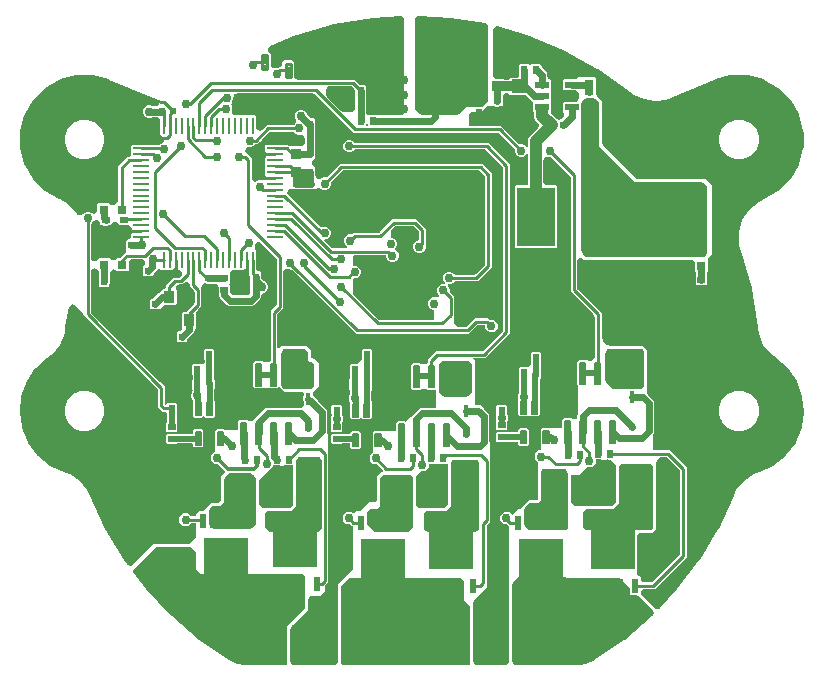
<source format=gbr>
G04 EAGLE Gerber RS-274X export*
G75*
%MOMM*%
%FSLAX34Y34*%
%LPD*%
%INTop Copper*%
%IPPOS*%
%AMOC8*
5,1,8,0,0,1.08239X$1,22.5*%
G01*
G04 Define Apertures*
%ADD10C,0.319500*%
%ADD11R,0.560000X0.629100*%
%ADD12R,0.535100X0.644000*%
%ADD13R,0.629100X0.560000*%
%ADD14R,0.900000X0.970200*%
%ADD15R,0.932600X0.970200*%
%ADD16R,1.172300X0.591500*%
%ADD17R,0.644000X0.535100*%
%ADD18R,0.800000X0.800000*%
%ADD19C,0.150000*%
%ADD20R,0.463600X1.037600*%
%ADD21R,1.164600X1.815300*%
%ADD22R,0.280000X1.470000*%
%ADD23R,1.470000X0.280000*%
%ADD24R,0.970200X0.900000*%
%ADD25R,0.970200X0.932600*%
%ADD26R,0.939800X1.066800*%
%ADD27P,5.49854X8X202.5*%
%ADD28P,5.49854X8X112.5*%
%ADD29R,1.164600X2.715300*%
%ADD30R,1.465300X1.164600*%
%ADD31R,1.164600X1.465300*%
%ADD32R,3.251200X5.003800*%
%ADD33C,0.284478*%
%ADD34R,0.610000X1.270000*%
%ADD35R,3.810000X3.910000*%
%ADD36R,0.610000X1.020000*%
%ADD37C,0.145000*%
%ADD38C,0.609600*%
%ADD39C,0.756400*%
%ADD40C,0.254000*%
%ADD41C,0.508000*%
%ADD42C,0.812800*%
%ADD43C,1.016000*%
%ADD44C,0.304800*%
G36*
X-8209Y135623D02*
X-9398Y135382D01*
X-28284Y135382D01*
X-29167Y135554D01*
X-35794Y135554D01*
X-36893Y135759D01*
X-37915Y136413D01*
X-38601Y137413D01*
X-38842Y138602D01*
X-38842Y141670D01*
X-38613Y142822D01*
X-38613Y157119D01*
X-38754Y157459D01*
X-38986Y158625D01*
X-38986Y160061D01*
X-39878Y160954D01*
X-42715Y160954D01*
X-43859Y161177D01*
X-44870Y161847D01*
X-48604Y165580D01*
X-96559Y165580D01*
X-97658Y165785D01*
X-98680Y166439D01*
X-99366Y167439D01*
X-99607Y168628D01*
X-99607Y180197D01*
X-101333Y181923D01*
X-108041Y181923D01*
X-109767Y180197D01*
X-109767Y179129D01*
X-109972Y178031D01*
X-110626Y177009D01*
X-111626Y176323D01*
X-112356Y176175D01*
X-113019Y175727D01*
X-114208Y175486D01*
X-115530Y175486D01*
X-116235Y175334D01*
X-117431Y175538D01*
X-118453Y176191D01*
X-119139Y177192D01*
X-119380Y178381D01*
X-119380Y187250D01*
X-121115Y188985D01*
X-121737Y189883D01*
X-122007Y191066D01*
X-121795Y192260D01*
X-121134Y193277D01*
X-120128Y193956D01*
X-97728Y203252D01*
X-97405Y203365D01*
X-65903Y212457D01*
X-65569Y212534D01*
X-33247Y218035D01*
X-32907Y218074D01*
X-9569Y219387D01*
X-8299Y219186D01*
X-7277Y218533D01*
X-6591Y217532D01*
X-6350Y216343D01*
X-6350Y138430D01*
X-6555Y137331D01*
X-7209Y136309D01*
X-8209Y135623D01*
G37*
G36*
X-280192Y50595D02*
X-281405Y50588D01*
X-282525Y51055D01*
X-283374Y51921D01*
X-285662Y55452D01*
X-293855Y62274D01*
X-298181Y64066D01*
X-298175Y64079D01*
X-298539Y64242D01*
X-310266Y71013D01*
X-310897Y71497D01*
X-320472Y81072D01*
X-320956Y81703D01*
X-327727Y93431D01*
X-328032Y94166D01*
X-331536Y107246D01*
X-331640Y108034D01*
X-331640Y121576D01*
X-331536Y122365D01*
X-328032Y135445D01*
X-327727Y136180D01*
X-320956Y147907D01*
X-320472Y148538D01*
X-310897Y158113D01*
X-310266Y158598D01*
X-298538Y165368D01*
X-297803Y165673D01*
X-284723Y169177D01*
X-283935Y169281D01*
X-270393Y169281D01*
X-269604Y169177D01*
X-256525Y165673D01*
X-256147Y165545D01*
X-220970Y150974D01*
X-220970Y150974D01*
X-219476Y150355D01*
X-219476Y150355D01*
X-215881Y148866D01*
X-214998Y148306D01*
X-214280Y147328D01*
X-214001Y146147D01*
X-214205Y144951D01*
X-214858Y143929D01*
X-215859Y143243D01*
X-217048Y143002D01*
X-218816Y143002D01*
X-219983Y143234D01*
X-221195Y143736D01*
X-223305Y143736D01*
X-225256Y142928D01*
X-226748Y141436D01*
X-227556Y139485D01*
X-227556Y137375D01*
X-226748Y135424D01*
X-225256Y133932D01*
X-223305Y133124D01*
X-221195Y133124D01*
X-219983Y133626D01*
X-218816Y133858D01*
X-215838Y133858D01*
X-214739Y133653D01*
X-213717Y132999D01*
X-213031Y131999D01*
X-212790Y130810D01*
X-212790Y118569D01*
X-211737Y117515D01*
X-211499Y117471D01*
X-210477Y116817D01*
X-209791Y115817D01*
X-209550Y114628D01*
X-209550Y114460D01*
X-209764Y113338D01*
X-210426Y112322D01*
X-211432Y111644D01*
X-212556Y111178D01*
X-212697Y111037D01*
X-213664Y110385D01*
X-214852Y110144D01*
X-219692Y110144D01*
X-220360Y110274D01*
X-237047Y110274D01*
X-237940Y109381D01*
X-237940Y103192D01*
X-238145Y102093D01*
X-238799Y101071D01*
X-239799Y100385D01*
X-240197Y100305D01*
X-248544Y91957D01*
X-248544Y63757D01*
X-248749Y62658D01*
X-249403Y61636D01*
X-249566Y61524D01*
X-251095Y59995D01*
X-252017Y59363D01*
X-253201Y59103D01*
X-254394Y59325D01*
X-255405Y59995D01*
X-256119Y60709D01*
X-265381Y60709D01*
X-266274Y59816D01*
X-266274Y55076D01*
X-266462Y54023D01*
X-267099Y52991D01*
X-268089Y52289D01*
X-269273Y52029D01*
X-270466Y52251D01*
X-271093Y52666D01*
X-273265Y53566D01*
X-275375Y53566D01*
X-277326Y52758D01*
X-278661Y51423D01*
X-280192Y50595D01*
G37*
%LPC*%
G36*
X-280514Y97963D02*
X-273814Y97963D01*
X-267624Y100527D01*
X-262886Y105265D01*
X-260322Y111455D01*
X-260322Y118155D01*
X-262886Y124345D01*
X-267624Y129083D01*
X-273814Y131647D01*
X-280514Y131647D01*
X-286704Y129083D01*
X-291442Y124345D01*
X-294006Y118155D01*
X-294006Y111455D01*
X-291442Y105265D01*
X-286704Y100527D01*
X-280514Y97963D01*
G37*
%LPD*%
G36*
X-49845Y138671D02*
X-51034Y138430D01*
X-57968Y138430D01*
X-59112Y138653D01*
X-60123Y139323D01*
X-71497Y150697D01*
X-72149Y151663D01*
X-72390Y152852D01*
X-72390Y156944D01*
X-72185Y158043D01*
X-71531Y159065D01*
X-70531Y159751D01*
X-69342Y159992D01*
X-52181Y159992D01*
X-51037Y159769D01*
X-50026Y159099D01*
X-48650Y157723D01*
X-47998Y156757D01*
X-47757Y155568D01*
X-47757Y145579D01*
X-47986Y144427D01*
X-47986Y141478D01*
X-48191Y140379D01*
X-48845Y139357D01*
X-49845Y138671D01*
G37*
G36*
X-77228Y81671D02*
X-78409Y81392D01*
X-79605Y81595D01*
X-80627Y82249D01*
X-81313Y83250D01*
X-81554Y84438D01*
X-81554Y88539D01*
X-81570Y88578D01*
X-81802Y89744D01*
X-81802Y91407D01*
X-83490Y93095D01*
X-84122Y94017D01*
X-84382Y95201D01*
X-84160Y96394D01*
X-83490Y97405D01*
X-81802Y99093D01*
X-81802Y100756D01*
X-81570Y101922D01*
X-81554Y101961D01*
X-81554Y129179D01*
X-81570Y129218D01*
X-81802Y130384D01*
X-81802Y132047D01*
X-82695Y132940D01*
X-84419Y132940D01*
X-85563Y133162D01*
X-86574Y133832D01*
X-88243Y135501D01*
X-88904Y136490D01*
X-89406Y137702D01*
X-90898Y139194D01*
X-92848Y140002D01*
X-94959Y140002D01*
X-96909Y139194D01*
X-98402Y137702D01*
X-99210Y135752D01*
X-99210Y133641D01*
X-98335Y131528D01*
X-98103Y130411D01*
X-98326Y129218D01*
X-98996Y128207D01*
X-99177Y128025D01*
X-100144Y127374D01*
X-101332Y127132D01*
X-122793Y127132D01*
X-126739Y123187D01*
X-127616Y122575D01*
X-128797Y122295D01*
X-129993Y122499D01*
X-131015Y123153D01*
X-131701Y124153D01*
X-131942Y125342D01*
X-131942Y134531D01*
X-132835Y135424D01*
X-149196Y135424D01*
X-150272Y135620D01*
X-151299Y136266D01*
X-151993Y137261D01*
X-152244Y138448D01*
X-152012Y139638D01*
X-151892Y139928D01*
X-151892Y142039D01*
X-152590Y143725D01*
X-152822Y144843D01*
X-152599Y146036D01*
X-151929Y147047D01*
X-151910Y147066D01*
X-151102Y149017D01*
X-151102Y150806D01*
X-150897Y151905D01*
X-150243Y152927D01*
X-149243Y153613D01*
X-148054Y153854D01*
X-83820Y153854D01*
X-82676Y153631D01*
X-81664Y152961D01*
X-49353Y120650D01*
X-9398Y120650D01*
X-8299Y120445D01*
X-7277Y119791D01*
X-6591Y118791D01*
X-6350Y117602D01*
X-6350Y115062D01*
X-6555Y113963D01*
X-7209Y112941D01*
X-8209Y112255D01*
X-9398Y112014D01*
X-47116Y112014D01*
X-48260Y112237D01*
X-49271Y112907D01*
X-50082Y113718D01*
X-52033Y114526D01*
X-54143Y114526D01*
X-56094Y113718D01*
X-57586Y112226D01*
X-58394Y110275D01*
X-58394Y108165D01*
X-57586Y106214D01*
X-56094Y104722D01*
X-54143Y103914D01*
X-52033Y103914D01*
X-50082Y104722D01*
X-49271Y105533D01*
X-48304Y106185D01*
X-47116Y106426D01*
X-8610Y106426D01*
X-7241Y106101D01*
X-6355Y105405D01*
X-6350Y105410D01*
X-6308Y105368D01*
X-6288Y105352D01*
X-6263Y105323D01*
X-377Y99437D01*
X235Y98560D01*
X514Y97379D01*
X311Y96183D01*
X-343Y95161D01*
X-1344Y94475D01*
X-2533Y94234D01*
X-60847Y94234D01*
X-71413Y83669D01*
X-72379Y83017D01*
X-73568Y82776D01*
X-74715Y82776D01*
X-77002Y81829D01*
X-77228Y81671D01*
G37*
G36*
X-131422Y79389D02*
X-132491Y79159D01*
X-133687Y79362D01*
X-134709Y80016D01*
X-135395Y81016D01*
X-135636Y82205D01*
X-135636Y98947D01*
X-140073Y103385D01*
X-140685Y104262D01*
X-140965Y105443D01*
X-140761Y106639D01*
X-140108Y107661D01*
X-139107Y108347D01*
X-137918Y108588D01*
X-136105Y108588D01*
X-134154Y109396D01*
X-133343Y110207D01*
X-132376Y110859D01*
X-131188Y111100D01*
X-130923Y111100D01*
X-129743Y112279D01*
X-128866Y112891D01*
X-127685Y113171D01*
X-127405Y113123D01*
X-127438Y113273D01*
X-127215Y114466D01*
X-126545Y115477D01*
X-121371Y120652D01*
X-120405Y121303D01*
X-119216Y121544D01*
X-101332Y121544D01*
X-100189Y121321D01*
X-99177Y120652D01*
X-98366Y119840D01*
X-96416Y119032D01*
X-93746Y119032D01*
X-92647Y118827D01*
X-91625Y118174D01*
X-90939Y117173D01*
X-90698Y115984D01*
X-90698Y112173D01*
X-90903Y111074D01*
X-91557Y110052D01*
X-92557Y109366D01*
X-93746Y109125D01*
X-102641Y109125D01*
X-103785Y109348D01*
X-104796Y110018D01*
X-104923Y110144D01*
X-106292Y110144D01*
X-106960Y110274D01*
X-124390Y110274D01*
X-124577Y110307D01*
X-124540Y110124D01*
X-124540Y105319D01*
X-123727Y104505D01*
X-123095Y103583D01*
X-122834Y102399D01*
X-123057Y101206D01*
X-123727Y100195D01*
X-124540Y99381D01*
X-124540Y85266D01*
X-124049Y84562D01*
X-123769Y83381D01*
X-123973Y82185D01*
X-124626Y81163D01*
X-125627Y80477D01*
X-126816Y80236D01*
X-129377Y80236D01*
X-131422Y79389D01*
G37*
G36*
X17191Y-37831D02*
X16002Y-38072D01*
X-26564Y-38072D01*
X-27708Y-37849D01*
X-28719Y-37179D01*
X-48637Y-17261D01*
X-49289Y-16295D01*
X-49530Y-15106D01*
X-49530Y-5766D01*
X-49316Y-4644D01*
X-48654Y-3628D01*
X-47648Y-2950D01*
X-45254Y-1958D01*
X-43762Y-466D01*
X-42954Y1485D01*
X-42954Y3595D01*
X-43762Y5546D01*
X-45254Y7038D01*
X-47648Y8030D01*
X-48603Y8657D01*
X-49289Y9657D01*
X-49530Y10846D01*
X-49530Y14026D01*
X-49325Y15125D01*
X-48671Y16147D01*
X-47671Y16833D01*
X-46482Y17074D01*
X-24523Y17074D01*
X-23402Y16860D01*
X-22385Y16198D01*
X-21707Y15192D01*
X-21008Y13504D01*
X-19516Y12012D01*
X-17565Y11204D01*
X-15455Y11204D01*
X-13504Y12012D01*
X-12012Y13504D01*
X-11204Y15455D01*
X-11204Y17565D01*
X-12012Y19516D01*
X-12619Y20123D01*
X-13260Y21067D01*
X-13511Y22253D01*
X-13279Y23444D01*
X-12474Y25389D01*
X-12474Y27499D01*
X-13282Y29450D01*
X-14774Y30942D01*
X-15898Y31408D01*
X-16853Y32034D01*
X-17539Y33035D01*
X-17780Y34224D01*
X-17780Y36696D01*
X-17557Y37840D01*
X-16887Y38851D01*
X-14975Y40763D01*
X-14009Y41415D01*
X-12820Y41656D01*
X120Y41656D01*
X1264Y41433D01*
X2275Y40763D01*
X5203Y37835D01*
X5855Y36869D01*
X6096Y35680D01*
X6096Y31805D01*
X5882Y30683D01*
X5220Y29667D01*
X4214Y28989D01*
X3344Y28628D01*
X1852Y27136D01*
X1044Y25185D01*
X1044Y23075D01*
X1852Y21124D01*
X3344Y19632D01*
X5295Y18824D01*
X7405Y18824D01*
X9356Y19632D01*
X10848Y21124D01*
X11656Y23075D01*
X11656Y24222D01*
X11684Y24366D01*
X11684Y39257D01*
X3697Y47244D01*
X-16397Y47244D01*
X-26935Y36707D01*
X-27901Y36055D01*
X-29090Y35814D01*
X-49417Y35814D01*
X-49823Y35409D01*
X-50789Y34757D01*
X-51978Y34516D01*
X-53125Y34516D01*
X-55076Y33708D01*
X-56568Y32216D01*
X-57376Y30265D01*
X-57376Y28155D01*
X-56847Y26876D01*
X-56616Y25807D01*
X-56820Y24611D01*
X-57473Y23589D01*
X-58474Y22903D01*
X-59663Y22662D01*
X-66376Y22662D01*
X-67519Y22885D01*
X-68531Y23555D01*
X-71235Y26259D01*
X-71858Y27159D01*
X-72127Y28342D01*
X-71915Y29536D01*
X-71253Y30553D01*
X-70979Y30737D01*
X-69162Y32554D01*
X-68354Y34505D01*
X-68354Y36615D01*
X-69162Y38566D01*
X-70654Y40058D01*
X-72605Y40866D01*
X-74715Y40866D01*
X-74824Y40821D01*
X-75941Y40590D01*
X-77134Y40812D01*
X-78145Y41482D01*
X-104372Y67709D01*
X-104984Y68586D01*
X-105263Y69767D01*
X-105060Y70963D01*
X-104406Y71985D01*
X-103406Y72671D01*
X-102217Y72912D01*
X-99904Y72912D01*
X-98738Y72680D01*
X-98699Y72664D01*
X-84181Y72664D01*
X-84142Y72680D01*
X-82976Y72912D01*
X-81313Y72912D01*
X-81115Y73110D01*
X-80193Y73742D01*
X-79008Y74003D01*
X-77816Y73780D01*
X-76804Y73110D01*
X-76666Y72972D01*
X-74715Y72164D01*
X-72605Y72164D01*
X-70654Y72972D01*
X-69162Y74464D01*
X-68354Y76415D01*
X-68354Y77562D01*
X-68131Y78706D01*
X-67461Y79717D01*
X-59425Y87753D01*
X-58459Y88405D01*
X-57270Y88646D01*
X9152Y88646D01*
X10295Y88423D01*
X11307Y87753D01*
X49907Y49153D01*
X50559Y48186D01*
X50800Y46998D01*
X50800Y3378D01*
X50595Y2280D01*
X49941Y1258D01*
X48941Y572D01*
X47752Y330D01*
X37646Y330D01*
X36502Y553D01*
X35491Y1223D01*
X34679Y2034D01*
X32729Y2842D01*
X30618Y2842D01*
X28668Y2034D01*
X27176Y542D01*
X26368Y-1408D01*
X26368Y-3519D01*
X26461Y-3744D01*
X26692Y-4838D01*
X26479Y-6032D01*
X25817Y-7049D01*
X24811Y-7727D01*
X23664Y-8202D01*
X22172Y-9694D01*
X21364Y-11645D01*
X21364Y-13755D01*
X21718Y-14610D01*
X21948Y-15679D01*
X21745Y-16875D01*
X21091Y-17897D01*
X20091Y-18583D01*
X18902Y-18824D01*
X17995Y-18824D01*
X16044Y-19632D01*
X14552Y-21124D01*
X13744Y-23075D01*
X13744Y-25185D01*
X14552Y-27136D01*
X16044Y-28628D01*
X17168Y-29094D01*
X18123Y-29720D01*
X18809Y-30721D01*
X19050Y-31910D01*
X19050Y-35024D01*
X18845Y-36123D01*
X18191Y-37145D01*
X17191Y-37831D01*
G37*
G36*
X-267200Y12341D02*
X-268381Y12061D01*
X-269577Y12265D01*
X-270599Y12918D01*
X-271285Y13919D01*
X-271526Y15108D01*
X-271526Y42288D01*
X-271303Y43432D01*
X-270633Y44443D01*
X-269579Y45498D01*
X-269383Y45800D01*
X-268394Y46502D01*
X-267209Y46762D01*
X-266017Y46540D01*
X-265005Y45870D01*
X-264717Y45581D01*
X-264065Y44615D01*
X-263824Y43426D01*
X-263824Y43104D01*
X-262931Y42211D01*
X-261495Y42211D01*
X-260329Y41979D01*
X-259989Y41839D01*
X-258171Y41839D01*
X-257831Y41979D01*
X-256665Y42211D01*
X-255229Y42211D01*
X-253880Y43560D01*
X-253511Y44157D01*
X-252521Y44859D01*
X-251337Y45119D01*
X-250144Y44897D01*
X-249133Y44227D01*
X-247691Y42786D01*
X-240988Y42786D01*
X-239889Y42581D01*
X-238867Y41927D01*
X-238181Y40926D01*
X-238088Y40467D01*
X-237127Y39505D01*
X-236495Y38583D01*
X-236234Y37399D01*
X-236457Y36206D01*
X-237127Y35195D01*
X-237940Y34381D01*
X-237940Y33118D01*
X-238145Y32019D01*
X-238799Y30997D01*
X-239799Y30311D01*
X-240988Y30070D01*
X-241155Y30070D01*
X-242048Y29177D01*
X-242048Y27514D01*
X-242280Y26348D01*
X-242296Y26309D01*
X-242296Y24491D01*
X-242280Y24452D01*
X-242048Y23286D01*
X-242048Y20976D01*
X-242271Y19832D01*
X-242941Y18821D01*
X-246455Y15307D01*
X-247421Y14655D01*
X-248610Y14414D01*
X-249861Y14414D01*
X-250575Y13701D01*
X-251497Y13069D01*
X-252681Y12808D01*
X-253874Y13031D01*
X-254885Y13701D01*
X-255599Y14414D01*
X-264861Y14414D01*
X-266323Y12953D01*
X-267200Y12341D01*
G37*
G36*
X-187528Y-89929D02*
X-188717Y-90170D01*
X-211956Y-90170D01*
X-213100Y-89947D01*
X-214111Y-89277D01*
X-270633Y-32755D01*
X-271285Y-31789D01*
X-271526Y-30600D01*
X-271526Y2672D01*
X-271338Y3726D01*
X-270701Y4758D01*
X-269711Y5460D01*
X-268527Y5720D01*
X-267334Y5497D01*
X-266323Y4827D01*
X-265695Y4199D01*
X-265043Y3233D01*
X-264802Y2044D01*
X-264802Y-3287D01*
X-264917Y-3865D01*
X-264917Y-5989D01*
X-264777Y-6329D01*
X-264545Y-7495D01*
X-264545Y-8931D01*
X-263652Y-9824D01*
X-257038Y-9824D01*
X-256146Y-8931D01*
X-256146Y-7658D01*
X-255914Y-6491D01*
X-255658Y-5874D01*
X-255658Y1804D01*
X-255470Y2858D01*
X-254833Y3890D01*
X-253843Y4592D01*
X-252659Y4852D01*
X-251466Y4629D01*
X-250455Y3959D01*
X-249861Y3366D01*
X-240599Y3366D01*
X-239706Y4259D01*
X-239706Y10668D01*
X-239501Y11767D01*
X-238847Y12789D01*
X-237847Y13475D01*
X-236658Y13716D01*
X-228561Y13716D01*
X-227508Y13528D01*
X-226476Y12891D01*
X-225774Y11901D01*
X-225514Y10717D01*
X-225736Y9524D01*
X-226406Y8513D01*
X-227332Y7587D01*
X-227332Y5924D01*
X-227564Y4758D01*
X-227580Y4719D01*
X-227580Y2901D01*
X-227564Y2862D01*
X-227332Y1696D01*
X-227332Y33D01*
X-226439Y-860D01*
X-219577Y-860D01*
X-218684Y33D01*
X-218684Y406D01*
X-218461Y1550D01*
X-217791Y2561D01*
X-217549Y2803D01*
X-217549Y2803D01*
X-216142Y4210D01*
X-215220Y4842D01*
X-214035Y5103D01*
X-212843Y4880D01*
X-211931Y4276D01*
X-202835Y4276D01*
X-202021Y5089D01*
X-201099Y5722D01*
X-199915Y5982D01*
X-198722Y5759D01*
X-197711Y5089D01*
X-196759Y4138D01*
X-196481Y4088D01*
X-195448Y3451D01*
X-194747Y2461D01*
X-194486Y1277D01*
X-194709Y84D01*
X-195379Y-927D01*
X-195845Y-1393D01*
X-196811Y-2045D01*
X-198000Y-2286D01*
X-201817Y-2286D01*
X-208111Y-8580D01*
X-208111Y-8932D01*
X-208316Y-10031D01*
X-208970Y-11053D01*
X-209970Y-11739D01*
X-210517Y-11850D01*
X-212225Y-13557D01*
X-212416Y-13851D01*
X-213422Y-14529D01*
X-214468Y-14962D01*
X-218719Y-19213D01*
X-219686Y-19865D01*
X-220874Y-20106D01*
X-220881Y-20106D01*
X-221773Y-20999D01*
X-221773Y-27861D01*
X-220881Y-28754D01*
X-219218Y-28754D01*
X-218052Y-28986D01*
X-218013Y-29002D01*
X-216194Y-29002D01*
X-216156Y-28986D01*
X-214989Y-28754D01*
X-213327Y-28754D01*
X-212232Y-27659D01*
X-212229Y-27645D01*
X-211576Y-26623D01*
X-210575Y-25937D01*
X-209386Y-25696D01*
X-199987Y-25696D01*
X-199094Y-24803D01*
X-199094Y-12784D01*
X-199502Y-12200D01*
X-199781Y-11019D01*
X-199577Y-9823D01*
X-198924Y-8801D01*
X-197923Y-8115D01*
X-196734Y-7874D01*
X-194423Y-7874D01*
X-192863Y-6315D01*
X-191986Y-5703D01*
X-190805Y-5423D01*
X-189609Y-5627D01*
X-188587Y-6281D01*
X-187901Y-7281D01*
X-187660Y-8470D01*
X-187660Y-9698D01*
X-184747Y-12611D01*
X-184095Y-13578D01*
X-183854Y-14767D01*
X-183854Y-22909D01*
X-184077Y-24053D01*
X-184747Y-25065D01*
X-190327Y-30645D01*
X-191294Y-31297D01*
X-192483Y-31538D01*
X-193883Y-31538D01*
X-194776Y-32431D01*
X-194776Y-44353D01*
X-194981Y-45451D01*
X-195635Y-46473D01*
X-196635Y-47159D01*
X-197824Y-47401D01*
X-197975Y-47401D01*
X-198868Y-48293D01*
X-198868Y-49956D01*
X-199100Y-51122D01*
X-199116Y-51161D01*
X-199116Y-52979D01*
X-199100Y-53018D01*
X-198868Y-54184D01*
X-198868Y-55847D01*
X-197975Y-56740D01*
X-191113Y-56740D01*
X-190220Y-55847D01*
X-190220Y-55474D01*
X-189997Y-54330D01*
X-189327Y-53319D01*
X-184677Y-48669D01*
X-183876Y-46734D01*
X-183758Y-46131D01*
X-183088Y-45120D01*
X-182330Y-44361D01*
X-182330Y-31813D01*
X-182107Y-30669D01*
X-181437Y-29658D01*
X-178266Y-26487D01*
X-178266Y-10146D01*
X-178061Y-9047D01*
X-177407Y-8025D01*
X-176407Y-7339D01*
X-175218Y-7098D01*
X-174834Y-7098D01*
X-173668Y-7330D01*
X-173629Y-7346D01*
X-171803Y-7346D01*
X-170651Y-7117D01*
X-166542Y-7117D01*
X-165443Y-7322D01*
X-164421Y-7976D01*
X-163735Y-8976D01*
X-163494Y-10165D01*
X-163494Y-16589D01*
X-163329Y-17403D01*
X-162626Y-19100D01*
X-156260Y-25466D01*
X-154579Y-26162D01*
X-134981Y-26162D01*
X-133300Y-25466D01*
X-128438Y-20604D01*
X-127742Y-18923D01*
X-127742Y-18127D01*
X-127528Y-17006D01*
X-126866Y-15989D01*
X-125860Y-15311D01*
X-123789Y-14453D01*
X-122297Y-12961D01*
X-121489Y-11010D01*
X-121489Y-8900D01*
X-122297Y-6949D01*
X-123789Y-5457D01*
X-125001Y-4955D01*
X-125990Y-4294D01*
X-126849Y-3435D01*
X-127501Y-2469D01*
X-127742Y-1280D01*
X-127742Y-361D01*
X-127758Y-322D01*
X-127990Y844D01*
X-127990Y2507D01*
X-128883Y3400D01*
X-128894Y3400D01*
X-129993Y3604D01*
X-131015Y4258D01*
X-131701Y5259D01*
X-131942Y6448D01*
X-131942Y21131D01*
X-132287Y21476D01*
X-132929Y22420D01*
X-133179Y23607D01*
X-132947Y24798D01*
X-132396Y26130D01*
X-132368Y26282D01*
X-131731Y27315D01*
X-130742Y28016D01*
X-129557Y28277D01*
X-128364Y28054D01*
X-127353Y27384D01*
X-115447Y15478D01*
X-114795Y14512D01*
X-114554Y13323D01*
X-114554Y-24250D01*
X-114777Y-25394D01*
X-115447Y-26405D01*
X-119634Y-30593D01*
X-119634Y-61222D01*
X-119857Y-62365D01*
X-120527Y-63377D01*
X-129353Y-72203D01*
X-130320Y-72855D01*
X-131509Y-73096D01*
X-132732Y-73096D01*
X-134064Y-74428D01*
X-134064Y-75652D01*
X-134287Y-76795D01*
X-134957Y-77807D01*
X-146427Y-89277D01*
X-147394Y-89929D01*
X-148583Y-90170D01*
X-164343Y-90170D01*
X-165442Y-89965D01*
X-166464Y-89311D01*
X-167150Y-88311D01*
X-167391Y-87122D01*
X-167391Y-85259D01*
X-167256Y-84564D01*
X-167256Y-75428D01*
X-167391Y-74761D01*
X-167391Y-72559D01*
X-167256Y-71864D01*
X-167256Y-63459D01*
X-168148Y-62566D01*
X-174762Y-62566D01*
X-175655Y-63459D01*
X-175655Y-72218D01*
X-175859Y-73317D01*
X-176513Y-74339D01*
X-177514Y-75025D01*
X-178703Y-75266D01*
X-184912Y-75266D01*
X-185805Y-76159D01*
X-185805Y-84592D01*
X-185669Y-85259D01*
X-185669Y-87122D01*
X-185874Y-88221D01*
X-186528Y-89243D01*
X-187528Y-89929D01*
G37*
G36*
X25326Y-58179D02*
X24138Y-58420D01*
X-110998Y-58420D01*
X-112097Y-58215D01*
X-113119Y-57561D01*
X-113805Y-56561D01*
X-114046Y-55372D01*
X-114046Y-34170D01*
X-113823Y-33026D01*
X-113153Y-32015D01*
X-108966Y-27827D01*
X-108966Y2380D01*
X-108770Y3456D01*
X-108124Y4483D01*
X-107129Y5177D01*
X-105942Y5428D01*
X-104752Y5196D01*
X-103925Y4854D01*
X-103159Y4854D01*
X-102015Y4631D01*
X-101004Y3961D01*
X-47512Y-49530D01*
X26932Y-49530D01*
X27985Y-49718D01*
X29017Y-50355D01*
X29719Y-51345D01*
X29979Y-52529D01*
X29757Y-53722D01*
X29087Y-54733D01*
X26293Y-57527D01*
X25326Y-58179D01*
G37*
G36*
X-138745Y-16777D02*
X-139934Y-17018D01*
X-150514Y-17018D01*
X-151658Y-16795D01*
X-152669Y-16125D01*
X-153113Y-15681D01*
X-153765Y-14715D01*
X-154006Y-13526D01*
X-154006Y-9211D01*
X-154251Y-8853D01*
X-154511Y-7669D01*
X-154289Y-6476D01*
X-154006Y-6049D01*
X-154006Y1228D01*
X-153801Y2327D01*
X-153147Y3349D01*
X-152147Y4035D01*
X-150958Y4276D01*
X-142822Y4276D01*
X-141986Y4860D01*
X-140805Y5139D01*
X-139609Y4935D01*
X-138587Y4282D01*
X-137901Y3281D01*
X-137660Y2092D01*
X-137660Y67D01*
X-137127Y-723D01*
X-136886Y-1912D01*
X-136886Y-13970D01*
X-137091Y-15069D01*
X-137745Y-16091D01*
X-138745Y-16777D01*
G37*
G36*
X40603Y-42927D02*
X39419Y-43187D01*
X38226Y-42965D01*
X37215Y-42295D01*
X36453Y-41533D01*
X35801Y-40566D01*
X35560Y-39378D01*
X35560Y-36104D01*
X35783Y-34960D01*
X35814Y-34913D01*
X35814Y-17893D01*
X32869Y-14947D01*
X32217Y-13981D01*
X31976Y-12792D01*
X31976Y-11645D01*
X31883Y-11420D01*
X31652Y-10326D01*
X31865Y-9132D01*
X32526Y-8115D01*
X33532Y-7437D01*
X34679Y-6962D01*
X35491Y-6151D01*
X36457Y-5499D01*
X37646Y-5258D01*
X47752Y-5258D01*
X48851Y-5463D01*
X49873Y-6116D01*
X50559Y-7117D01*
X50800Y-8306D01*
X50800Y-31758D01*
X50577Y-32901D01*
X49907Y-33913D01*
X41525Y-42295D01*
X40603Y-42927D01*
G37*
G36*
X208928Y-282371D02*
X207743Y-282632D01*
X206551Y-282409D01*
X205539Y-281739D01*
X194717Y-270917D01*
X194105Y-270040D01*
X193826Y-268859D01*
X194029Y-267663D01*
X194683Y-266641D01*
X195684Y-265955D01*
X196873Y-265714D01*
X205597Y-265714D01*
X232664Y-238647D01*
X232664Y-162673D01*
X218327Y-148336D01*
X207518Y-148336D01*
X206419Y-148131D01*
X205397Y-147477D01*
X204711Y-146477D01*
X204470Y-145288D01*
X204470Y-135435D01*
X204702Y-134269D01*
X205232Y-132989D01*
X205232Y-107041D01*
X204536Y-105360D01*
X200283Y-101107D01*
X199631Y-100141D01*
X199390Y-98952D01*
X199390Y-63605D01*
X199384Y-63520D01*
X199381Y-63505D01*
X199302Y-63412D01*
X195654Y-59764D01*
X195590Y-59708D01*
X195577Y-59700D01*
X195456Y-59690D01*
X167633Y-59690D01*
X166489Y-59467D01*
X165477Y-58797D01*
X162183Y-55503D01*
X161531Y-54536D01*
X161290Y-53348D01*
X161290Y-31855D01*
X161284Y-31770D01*
X161281Y-31755D01*
X161202Y-31662D01*
X141863Y-12323D01*
X141211Y-11356D01*
X140970Y-10168D01*
X140970Y8898D01*
X141193Y10041D01*
X141863Y11053D01*
X142617Y11807D01*
X143584Y12459D01*
X144773Y12700D01*
X236538Y12700D01*
X237637Y12495D01*
X238659Y11841D01*
X239345Y10841D01*
X239586Y9652D01*
X239586Y3109D01*
X239629Y3066D01*
X240261Y2144D01*
X240522Y959D01*
X240366Y125D01*
X240366Y-7122D01*
X241259Y-8015D01*
X242695Y-8015D01*
X243861Y-8247D01*
X244201Y-8387D01*
X246019Y-8387D01*
X246359Y-8247D01*
X247525Y-8015D01*
X248961Y-8015D01*
X249854Y-7122D01*
X249854Y154D01*
X249698Y862D01*
X249921Y2054D01*
X250591Y3066D01*
X250634Y3109D01*
X250634Y13152D01*
X250857Y14295D01*
X251527Y15307D01*
X253926Y17706D01*
X253982Y17770D01*
X253990Y17783D01*
X254000Y17904D01*
X254000Y76095D01*
X253994Y76180D01*
X253991Y76195D01*
X253912Y76288D01*
X248994Y81206D01*
X248930Y81262D01*
X248917Y81270D01*
X248796Y81280D01*
X191763Y81280D01*
X190619Y81503D01*
X189607Y82173D01*
X162183Y109597D01*
X161531Y110564D01*
X161290Y111753D01*
X161290Y147215D01*
X161284Y147300D01*
X161281Y147315D01*
X161202Y147408D01*
X157103Y151507D01*
X156451Y152474D01*
X156210Y153663D01*
X156210Y166265D01*
X156204Y166350D01*
X156201Y166365D01*
X156122Y166458D01*
X155014Y167566D01*
X154950Y167622D01*
X154937Y167630D01*
X154816Y167640D01*
X121913Y167640D01*
X120769Y167863D01*
X119757Y168533D01*
X108024Y180266D01*
X107960Y180322D01*
X107947Y180330D01*
X107826Y180340D01*
X90275Y180340D01*
X90190Y180334D01*
X90175Y180331D01*
X90082Y180252D01*
X86434Y176604D01*
X86378Y176540D01*
X86370Y176527D01*
X86360Y176406D01*
X86360Y173983D01*
X86137Y172839D01*
X85467Y171827D01*
X83443Y169803D01*
X82476Y169151D01*
X81288Y168910D01*
X73653Y168910D01*
X72509Y169133D01*
X71497Y169803D01*
X69473Y171827D01*
X68821Y172794D01*
X68580Y173983D01*
X68580Y207633D01*
X68674Y208384D01*
X69201Y209477D01*
X70113Y210277D01*
X71264Y210659D01*
X72473Y210561D01*
X97405Y203365D01*
X97728Y203252D01*
X128011Y190684D01*
X128319Y190536D01*
X157002Y174651D01*
X157291Y174468D01*
X184011Y155467D01*
X184148Y155364D01*
X184410Y155154D01*
X184410Y155154D01*
X187825Y152425D01*
X196467Y148693D01*
X205788Y147371D01*
X215128Y148554D01*
X219476Y150355D01*
X219476Y150355D01*
X220970Y150974D01*
X220970Y150974D01*
X256147Y165545D01*
X256525Y165673D01*
X269604Y169177D01*
X270393Y169281D01*
X283935Y169281D01*
X284723Y169177D01*
X297803Y165673D01*
X298538Y165368D01*
X310266Y158598D01*
X310897Y158113D01*
X320472Y148538D01*
X320956Y147907D01*
X327727Y136180D01*
X328032Y135445D01*
X331536Y122365D01*
X331640Y121576D01*
X331640Y108034D01*
X331536Y107246D01*
X328032Y94166D01*
X327727Y93431D01*
X320956Y81703D01*
X320472Y81072D01*
X310897Y71497D01*
X310266Y71013D01*
X298539Y64242D01*
X298175Y64079D01*
X298181Y64066D01*
X293855Y62274D01*
X285662Y55452D01*
X279865Y46505D01*
X276987Y36240D01*
X277289Y25583D01*
X279016Y20540D01*
X279067Y20376D01*
X287959Y-11324D01*
X288033Y-11660D01*
X293298Y-44160D01*
X293321Y-44330D01*
X293446Y-45523D01*
X293446Y-45523D01*
X293850Y-49386D01*
X297734Y-58783D01*
X304127Y-66690D01*
X306982Y-68657D01*
X308314Y-69574D01*
X308610Y-69805D01*
X318153Y-78285D01*
X318648Y-78849D01*
X325831Y-89403D01*
X326174Y-90070D01*
X330562Y-102059D01*
X330731Y-102790D01*
X332058Y-115488D01*
X332043Y-116238D01*
X330228Y-128875D01*
X330031Y-129599D01*
X325185Y-141410D01*
X324817Y-142063D01*
X317232Y-152333D01*
X316716Y-152877D01*
X306853Y-160983D01*
X306219Y-161384D01*
X294675Y-166836D01*
X294325Y-166975D01*
X289496Y-168563D01*
X281137Y-174352D01*
X274765Y-182275D01*
X272834Y-186979D01*
X272770Y-187125D01*
X259667Y-214816D01*
X259515Y-215098D01*
X243582Y-241263D01*
X243401Y-241527D01*
X224813Y-265878D01*
X224606Y-266122D01*
X209910Y-281677D01*
X208928Y-282371D01*
G37*
%LPC*%
G36*
X273814Y97963D02*
X280514Y97963D01*
X286704Y100527D01*
X291442Y105265D01*
X294006Y111455D01*
X294006Y118155D01*
X291442Y124345D01*
X286704Y129083D01*
X280514Y131647D01*
X273814Y131647D01*
X267624Y129083D01*
X262886Y124345D01*
X260322Y118155D01*
X260322Y111455D01*
X262886Y105265D01*
X267624Y100527D01*
X273814Y97963D01*
G37*
G36*
X273814Y-131647D02*
X280514Y-131647D01*
X286704Y-129083D01*
X291442Y-124345D01*
X294006Y-118155D01*
X294006Y-111455D01*
X291442Y-105265D01*
X286704Y-100527D01*
X280514Y-97963D01*
X273814Y-97963D01*
X267624Y-100527D01*
X262886Y-105265D01*
X260322Y-111455D01*
X260322Y-118155D01*
X262886Y-124345D01*
X267624Y-129083D01*
X273814Y-131647D01*
G37*
%LPD*%
G36*
X203209Y-259885D02*
X202020Y-260126D01*
X196852Y-260126D01*
X195753Y-259921D01*
X194731Y-259267D01*
X194045Y-258267D01*
X193804Y-257078D01*
X193804Y-255939D01*
X192765Y-254900D01*
X192449Y-254841D01*
X191427Y-254187D01*
X190741Y-253187D01*
X190500Y-251998D01*
X190500Y-251018D01*
X190723Y-249874D01*
X190754Y-249827D01*
X190754Y-221488D01*
X190959Y-220389D01*
X191613Y-219367D01*
X192613Y-218681D01*
X193802Y-218440D01*
X203095Y-218440D01*
X203180Y-218434D01*
X203195Y-218431D01*
X203288Y-218352D01*
X206936Y-214704D01*
X206992Y-214640D01*
X207000Y-214627D01*
X207010Y-214506D01*
X207010Y-158743D01*
X207233Y-157599D01*
X207903Y-156587D01*
X209673Y-154817D01*
X210640Y-154165D01*
X211829Y-153924D01*
X214750Y-153924D01*
X215894Y-154147D01*
X216905Y-154817D01*
X226183Y-164095D01*
X226835Y-165061D01*
X227076Y-166250D01*
X227076Y-235070D01*
X226853Y-236214D01*
X226183Y-237225D01*
X204175Y-259233D01*
X203209Y-259885D01*
G37*
G36*
X-187978Y-227270D02*
X-188276Y-227330D01*
X-221890Y-227330D01*
X-222243Y-227243D01*
X-222479Y-227052D01*
X-251287Y-191981D01*
X-251400Y-191794D01*
X-251460Y-191497D01*
X-251460Y-166686D01*
X-251404Y-166400D01*
X-251237Y-166147D01*
X-238822Y-153732D01*
X-238765Y-153640D01*
X-238760Y-153608D01*
X-238760Y-97517D01*
X-238694Y-97207D01*
X-238517Y-96960D01*
X-238259Y-96802D01*
X-237959Y-96756D01*
X-215607Y-97903D01*
X-215371Y-97953D01*
X-215116Y-98116D01*
X-214944Y-98367D01*
X-214884Y-98664D01*
X-214884Y-111647D01*
X-210941Y-115590D01*
X-208632Y-115590D01*
X-208357Y-115641D01*
X-208101Y-115805D01*
X-207930Y-116055D01*
X-207901Y-116196D01*
X-207487Y-116610D01*
X-207324Y-116851D01*
X-207264Y-117148D01*
X-207264Y-123973D01*
X-207320Y-124259D01*
X-207487Y-124511D01*
X-207944Y-124968D01*
X-207944Y-131582D01*
X-207051Y-132475D01*
X-199349Y-132475D01*
X-198456Y-131582D01*
X-198456Y-124968D01*
X-198913Y-124511D01*
X-199076Y-124270D01*
X-199136Y-123973D01*
X-199136Y-117148D01*
X-199080Y-116862D01*
X-198913Y-116610D01*
X-198531Y-116227D01*
X-198531Y-109365D01*
X-199423Y-108472D01*
X-206977Y-108472D01*
X-207995Y-109490D01*
X-208215Y-109643D01*
X-208510Y-109713D01*
X-208809Y-109662D01*
X-209064Y-109499D01*
X-209236Y-109249D01*
X-209296Y-108952D01*
X-209296Y-99028D01*
X-209230Y-98718D01*
X-209053Y-98471D01*
X-208795Y-98313D01*
X-208495Y-98267D01*
X-187639Y-99337D01*
X-187403Y-99387D01*
X-187148Y-99551D01*
X-186976Y-99801D01*
X-186916Y-100098D01*
X-186916Y-103798D01*
X-185237Y-105477D01*
X-185074Y-105718D01*
X-185014Y-106015D01*
X-185014Y-106248D01*
X-185070Y-106534D01*
X-185237Y-106787D01*
X-185374Y-106923D01*
X-185374Y-119437D01*
X-184057Y-120754D01*
X-177843Y-120754D01*
X-176739Y-119649D01*
X-176508Y-119491D01*
X-176212Y-119426D01*
X-175914Y-119482D01*
X-175661Y-119649D01*
X-174557Y-120754D01*
X-168343Y-120754D01*
X-167026Y-119437D01*
X-167026Y-106876D01*
X-167092Y-106779D01*
X-167152Y-106482D01*
X-167152Y-101190D01*
X-167086Y-100879D01*
X-166909Y-100632D01*
X-166651Y-100474D01*
X-166351Y-100429D01*
X-92925Y-104194D01*
X-92689Y-104244D01*
X-92434Y-104408D01*
X-92262Y-104658D01*
X-92202Y-104955D01*
X-92202Y-106499D01*
X-91695Y-107006D01*
X-91532Y-107247D01*
X-91472Y-107544D01*
X-91472Y-110206D01*
X-91528Y-110492D01*
X-91695Y-110745D01*
X-92995Y-112045D01*
X-93236Y-112208D01*
X-93534Y-112268D01*
X-123814Y-112268D01*
X-134144Y-122598D01*
X-134163Y-122703D01*
X-134327Y-122958D01*
X-134577Y-123130D01*
X-134874Y-123190D01*
X-138138Y-123190D01*
X-138424Y-123134D01*
X-138677Y-122967D01*
X-139048Y-122596D01*
X-145432Y-122596D01*
X-146764Y-123928D01*
X-146764Y-130048D01*
X-146815Y-130323D01*
X-146979Y-130578D01*
X-147229Y-130750D01*
X-147526Y-130810D01*
X-158424Y-130810D01*
X-158710Y-130754D01*
X-158783Y-130706D01*
X-165057Y-130706D01*
X-166374Y-132023D01*
X-166374Y-144837D01*
X-166370Y-144856D01*
X-166370Y-148674D01*
X-166421Y-148949D01*
X-166585Y-149204D01*
X-166835Y-149376D01*
X-167132Y-149436D01*
X-167298Y-149436D01*
X-170406Y-152544D01*
X-170406Y-156940D01*
X-167298Y-160048D01*
X-164420Y-160048D01*
X-164134Y-160104D01*
X-163881Y-160271D01*
X-158170Y-165982D01*
X-158012Y-166213D01*
X-157947Y-166509D01*
X-158003Y-166807D01*
X-158170Y-167060D01*
X-161228Y-170118D01*
X-161285Y-170210D01*
X-161290Y-170242D01*
X-161290Y-190184D01*
X-161346Y-190470D01*
X-161513Y-190723D01*
X-163607Y-192817D01*
X-163848Y-192980D01*
X-164146Y-193040D01*
X-170092Y-193040D01*
X-170197Y-193065D01*
X-170224Y-193084D01*
X-176307Y-199167D01*
X-176548Y-199330D01*
X-176846Y-199390D01*
X-180252Y-199390D01*
X-180357Y-199415D01*
X-180384Y-199434D01*
X-182818Y-201868D01*
X-182875Y-201960D01*
X-182880Y-201992D01*
X-182880Y-203424D01*
X-182931Y-203699D01*
X-183095Y-203954D01*
X-183345Y-204126D01*
X-183642Y-204186D01*
X-186418Y-204186D01*
X-186704Y-204130D01*
X-186957Y-203963D01*
X-189216Y-201704D01*
X-193611Y-201704D01*
X-196720Y-204812D01*
X-196720Y-209208D01*
X-193611Y-212316D01*
X-189216Y-212316D01*
X-186897Y-209997D01*
X-186655Y-209834D01*
X-186358Y-209774D01*
X-183642Y-209774D01*
X-183367Y-209825D01*
X-183112Y-209989D01*
X-182940Y-210239D01*
X-182880Y-210536D01*
X-182880Y-221934D01*
X-182936Y-222220D01*
X-183103Y-222473D01*
X-187737Y-227107D01*
X-187978Y-227270D01*
G37*
%LPC*%
G36*
X-184057Y-145854D02*
X-177843Y-145854D01*
X-176526Y-144537D01*
X-176526Y-132023D01*
X-177843Y-130706D01*
X-184057Y-130706D01*
X-185374Y-132023D01*
X-185374Y-133599D01*
X-185425Y-133874D01*
X-185589Y-134129D01*
X-185839Y-134301D01*
X-186136Y-134361D01*
X-198898Y-134361D01*
X-199184Y-134305D01*
X-199304Y-134226D01*
X-207051Y-134226D01*
X-207944Y-135118D01*
X-207944Y-141732D01*
X-207051Y-142625D01*
X-199306Y-142625D01*
X-199195Y-142549D01*
X-198898Y-142489D01*
X-186136Y-142489D01*
X-185861Y-142540D01*
X-185606Y-142704D01*
X-185434Y-142954D01*
X-185374Y-143251D01*
X-185374Y-144537D01*
X-184057Y-145854D01*
G37*
%LPD*%
G36*
X-63518Y-278070D02*
X-63816Y-278130D01*
X-74614Y-278130D01*
X-74900Y-278074D01*
X-75153Y-277907D01*
X-77247Y-275813D01*
X-77410Y-275572D01*
X-77470Y-275274D01*
X-77470Y-272096D01*
X-77414Y-271810D01*
X-77247Y-271557D01*
X-73722Y-268032D01*
X-73665Y-267940D01*
X-73660Y-267908D01*
X-73660Y-263347D01*
X-73604Y-263061D01*
X-73437Y-262808D01*
X-70640Y-260011D01*
X-70640Y-150199D01*
X-70897Y-149942D01*
X-71060Y-149700D01*
X-71120Y-149403D01*
X-71120Y-134682D01*
X-71125Y-134650D01*
X-71182Y-134558D01*
X-71405Y-134335D01*
X-71568Y-134094D01*
X-71628Y-133796D01*
X-71628Y-114141D01*
X-79560Y-106209D01*
X-79729Y-105954D01*
X-79783Y-105655D01*
X-79717Y-105359D01*
X-79541Y-105113D01*
X-79282Y-104954D01*
X-78982Y-104909D01*
X-53991Y-106191D01*
X-53744Y-106245D01*
X-53491Y-106413D01*
X-52247Y-107657D01*
X-52084Y-107898D01*
X-52024Y-108195D01*
X-52024Y-120707D01*
X-50707Y-122024D01*
X-44493Y-122024D01*
X-43389Y-120919D01*
X-43158Y-120761D01*
X-42862Y-120696D01*
X-42564Y-120752D01*
X-42311Y-120919D01*
X-41207Y-122024D01*
X-34993Y-122024D01*
X-33676Y-120707D01*
X-33676Y-108035D01*
X-33610Y-107724D01*
X-33433Y-107477D01*
X-33175Y-107319D01*
X-32875Y-107274D01*
X19597Y-109964D01*
X19833Y-110015D01*
X20088Y-110178D01*
X20260Y-110428D01*
X20320Y-110725D01*
X20320Y-111506D01*
X20269Y-111781D01*
X20105Y-112036D01*
X19855Y-112208D01*
X19558Y-112268D01*
X6996Y-112268D01*
X-810Y-120075D01*
X-818Y-120112D01*
X-985Y-120365D01*
X-4553Y-123933D01*
X-4784Y-124091D01*
X-5080Y-124156D01*
X-5378Y-124101D01*
X-5631Y-123933D01*
X-5698Y-123866D01*
X-12082Y-123866D01*
X-13414Y-125198D01*
X-13414Y-131318D01*
X-13465Y-131593D01*
X-13629Y-131848D01*
X-13879Y-132020D01*
X-14176Y-132080D01*
X-25074Y-132080D01*
X-25360Y-132024D01*
X-25433Y-131976D01*
X-31707Y-131976D01*
X-33024Y-133293D01*
X-33024Y-146107D01*
X-33020Y-146126D01*
X-33020Y-149661D01*
X-33076Y-149947D01*
X-33243Y-150199D01*
X-35786Y-152742D01*
X-35786Y-157138D01*
X-32678Y-160246D01*
X-29441Y-160246D01*
X-29155Y-160302D01*
X-28902Y-160469D01*
X-24302Y-165069D01*
X-24149Y-165289D01*
X-24079Y-165584D01*
X-24130Y-165883D01*
X-24294Y-166138D01*
X-24544Y-166310D01*
X-24841Y-166370D01*
X-25312Y-166370D01*
X-25417Y-166395D01*
X-25444Y-166414D01*
X-29148Y-170118D01*
X-29205Y-170210D01*
X-29210Y-170242D01*
X-29210Y-190184D01*
X-29266Y-190470D01*
X-29433Y-190723D01*
X-30257Y-191547D01*
X-30498Y-191710D01*
X-30796Y-191770D01*
X-35472Y-191770D01*
X-35577Y-191795D01*
X-35604Y-191814D01*
X-42957Y-199167D01*
X-43198Y-199330D01*
X-43496Y-199390D01*
X-46902Y-199390D01*
X-47007Y-199415D01*
X-47034Y-199434D01*
X-49049Y-201449D01*
X-49280Y-201607D01*
X-49576Y-201672D01*
X-49874Y-201617D01*
X-50127Y-201449D01*
X-51142Y-200434D01*
X-55538Y-200434D01*
X-58646Y-203542D01*
X-58646Y-207938D01*
X-55538Y-211046D01*
X-52301Y-211046D01*
X-52015Y-211102D01*
X-51762Y-211269D01*
X-50717Y-212314D01*
X-50292Y-212314D01*
X-50017Y-212365D01*
X-49762Y-212529D01*
X-49590Y-212779D01*
X-49530Y-213076D01*
X-49530Y-248604D01*
X-49586Y-248890D01*
X-49753Y-249143D01*
X-62168Y-261558D01*
X-62225Y-261650D01*
X-62230Y-261682D01*
X-62230Y-276544D01*
X-62286Y-276830D01*
X-62453Y-277083D01*
X-63277Y-277907D01*
X-63518Y-278070D01*
G37*
%LPC*%
G36*
X-67351Y-132475D02*
X-59649Y-132475D01*
X-58756Y-131582D01*
X-58756Y-124995D01*
X-58700Y-124709D01*
X-58533Y-124457D01*
X-58194Y-124118D01*
X-58194Y-119722D01*
X-59086Y-118830D01*
X-59244Y-118600D01*
X-59309Y-118304D01*
X-59253Y-118006D01*
X-59086Y-117753D01*
X-58831Y-117497D01*
X-58831Y-110635D01*
X-59723Y-109742D01*
X-67277Y-109742D01*
X-68170Y-110635D01*
X-68170Y-117497D01*
X-67914Y-117753D01*
X-67756Y-117983D01*
X-67691Y-118279D01*
X-67747Y-118577D01*
X-67914Y-118830D01*
X-68806Y-119722D01*
X-68806Y-124118D01*
X-68467Y-124457D01*
X-68304Y-124698D01*
X-68244Y-124995D01*
X-68244Y-131582D01*
X-67351Y-132475D01*
G37*
G36*
X-50707Y-147124D02*
X-44493Y-147124D01*
X-43176Y-145807D01*
X-43176Y-133293D01*
X-44493Y-131976D01*
X-50707Y-131976D01*
X-52024Y-133293D01*
X-52024Y-133599D01*
X-52075Y-133874D01*
X-52239Y-134129D01*
X-52489Y-134301D01*
X-52786Y-134361D01*
X-59198Y-134361D01*
X-59484Y-134305D01*
X-59604Y-134226D01*
X-67351Y-134226D01*
X-68244Y-135118D01*
X-68244Y-141732D01*
X-67351Y-142625D01*
X-59606Y-142625D01*
X-59495Y-142549D01*
X-59198Y-142489D01*
X-52786Y-142489D01*
X-52511Y-142540D01*
X-52256Y-142704D01*
X-52084Y-142954D01*
X-52024Y-143251D01*
X-52024Y-145807D01*
X-50707Y-147124D01*
G37*
%LPD*%
G36*
X79992Y-265370D02*
X79694Y-265430D01*
X65086Y-265430D01*
X64800Y-265374D01*
X64547Y-265207D01*
X63723Y-264383D01*
X63560Y-264142D01*
X63500Y-263844D01*
X63500Y-211829D01*
X63556Y-211543D01*
X63723Y-211290D01*
X66294Y-208719D01*
X66294Y-156323D01*
X66263Y-156292D01*
X66100Y-156050D01*
X66040Y-155753D01*
X66040Y-141032D01*
X66031Y-140977D01*
X65973Y-140950D01*
X65764Y-140806D01*
X65592Y-140556D01*
X65532Y-140259D01*
X65532Y-117486D01*
X61488Y-113442D01*
X61319Y-113187D01*
X61265Y-112889D01*
X61331Y-112593D01*
X61507Y-112346D01*
X61766Y-112187D01*
X62066Y-112142D01*
X70808Y-112591D01*
X71043Y-112641D01*
X71299Y-112804D01*
X71470Y-113054D01*
X71531Y-113352D01*
X71531Y-117500D01*
X71475Y-117786D01*
X71307Y-118039D01*
X70894Y-118452D01*
X70894Y-122848D01*
X71233Y-123187D01*
X71396Y-123428D01*
X71456Y-123725D01*
X71456Y-130312D01*
X72349Y-131205D01*
X80051Y-131205D01*
X80944Y-130312D01*
X80944Y-123725D01*
X81000Y-123439D01*
X81167Y-123187D01*
X81506Y-122848D01*
X81506Y-118452D01*
X81093Y-118039D01*
X80930Y-117797D01*
X80870Y-117500D01*
X80870Y-113909D01*
X80936Y-113598D01*
X81112Y-113351D01*
X81371Y-113193D01*
X81671Y-113148D01*
X89493Y-113549D01*
X89729Y-113599D01*
X89984Y-113763D01*
X90156Y-114013D01*
X90216Y-114310D01*
X90216Y-118167D01*
X91533Y-119484D01*
X97747Y-119484D01*
X98851Y-118379D01*
X99082Y-118221D01*
X99378Y-118156D01*
X99676Y-118212D01*
X99929Y-118379D01*
X101033Y-119484D01*
X107247Y-119484D01*
X108564Y-118167D01*
X108564Y-115329D01*
X108630Y-115018D01*
X108807Y-114771D01*
X109065Y-114613D01*
X109365Y-114568D01*
X139768Y-116127D01*
X139992Y-116173D01*
X140250Y-116332D01*
X140425Y-116580D01*
X140490Y-116876D01*
X140435Y-117174D01*
X140267Y-117427D01*
X140208Y-117486D01*
X140208Y-121158D01*
X140157Y-121433D01*
X139993Y-121688D01*
X139743Y-121860D01*
X139446Y-121920D01*
X136182Y-121920D01*
X135896Y-121864D01*
X135643Y-121697D01*
X135272Y-121326D01*
X128888Y-121326D01*
X127556Y-122658D01*
X127556Y-128778D01*
X127505Y-129053D01*
X127341Y-129308D01*
X127091Y-129480D01*
X126794Y-129540D01*
X117166Y-129540D01*
X116880Y-129484D01*
X116807Y-129436D01*
X110533Y-129436D01*
X109216Y-130753D01*
X109216Y-143567D01*
X109220Y-143586D01*
X109220Y-147602D01*
X109169Y-147877D01*
X109005Y-148132D01*
X108755Y-148304D01*
X108458Y-148364D01*
X107022Y-148364D01*
X103914Y-151472D01*
X103914Y-155868D01*
X106457Y-158411D01*
X106620Y-158652D01*
X106680Y-158949D01*
X106680Y-188914D01*
X106624Y-189200D01*
X106457Y-189453D01*
X105633Y-190277D01*
X105392Y-190440D01*
X105094Y-190500D01*
X97878Y-190500D01*
X97773Y-190525D01*
X97746Y-190544D01*
X86867Y-201423D01*
X86626Y-201586D01*
X86530Y-201605D01*
X85493Y-202642D01*
X85263Y-202800D01*
X84966Y-202865D01*
X84668Y-202809D01*
X84415Y-202642D01*
X82208Y-200434D01*
X77812Y-200434D01*
X74704Y-203542D01*
X74704Y-207938D01*
X77812Y-211046D01*
X80287Y-211046D01*
X80573Y-211102D01*
X80826Y-211269D01*
X81890Y-212333D01*
X82063Y-212365D01*
X82318Y-212529D01*
X82490Y-212779D01*
X82550Y-213076D01*
X82550Y-262574D01*
X82494Y-262860D01*
X82327Y-263113D01*
X80233Y-265207D01*
X79992Y-265370D01*
G37*
%LPC*%
G36*
X91533Y-144584D02*
X97747Y-144584D01*
X99064Y-143267D01*
X99064Y-130753D01*
X97747Y-129436D01*
X91533Y-129436D01*
X90216Y-130753D01*
X90216Y-132329D01*
X90165Y-132604D01*
X90001Y-132859D01*
X89751Y-133031D01*
X89454Y-133091D01*
X80502Y-133091D01*
X80216Y-133035D01*
X80096Y-132956D01*
X72349Y-132956D01*
X71456Y-133848D01*
X71456Y-140462D01*
X72349Y-141355D01*
X80094Y-141355D01*
X80205Y-141279D01*
X80502Y-141219D01*
X89454Y-141219D01*
X89729Y-141270D01*
X89984Y-141434D01*
X90156Y-141684D01*
X90216Y-141981D01*
X90216Y-143267D01*
X91533Y-144584D01*
G37*
%LPD*%
G36*
X311112Y-157420D02*
X310814Y-157480D01*
X227787Y-157480D01*
X227501Y-157424D01*
X227248Y-157257D01*
X218327Y-148336D01*
X205232Y-148336D01*
X204957Y-148285D01*
X204702Y-148121D01*
X204530Y-147871D01*
X204470Y-147574D01*
X204470Y-135051D01*
X204526Y-134765D01*
X204693Y-134513D01*
X205232Y-133974D01*
X205232Y-120286D01*
X205298Y-119976D01*
X205475Y-119729D01*
X205733Y-119570D01*
X206033Y-119525D01*
X261599Y-122375D01*
X261841Y-122427D01*
X262095Y-122593D01*
X262264Y-122844D01*
X262886Y-124345D01*
X267624Y-129083D01*
X273814Y-131647D01*
X280514Y-131647D01*
X286704Y-129083D01*
X291502Y-124285D01*
X291599Y-124145D01*
X291858Y-123987D01*
X292158Y-123942D01*
X329802Y-125872D01*
X330136Y-125969D01*
X330366Y-126167D01*
X330500Y-126439D01*
X330517Y-126742D01*
X330171Y-129151D01*
X330122Y-129332D01*
X325062Y-141663D01*
X324970Y-141827D01*
X317051Y-152549D01*
X316922Y-152685D01*
X311298Y-157307D01*
X311112Y-157420D01*
G37*
G36*
X218026Y-157420D02*
X217729Y-157480D01*
X208850Y-157480D01*
X208586Y-157433D01*
X208328Y-157274D01*
X208153Y-157026D01*
X208088Y-156730D01*
X208143Y-156432D01*
X208311Y-156179D01*
X210343Y-154147D01*
X210584Y-153984D01*
X210882Y-153924D01*
X215697Y-153924D01*
X215983Y-153980D01*
X216236Y-154147D01*
X218268Y-156179D01*
X218421Y-156399D01*
X218491Y-156694D01*
X218440Y-156993D01*
X218276Y-157248D01*
X218026Y-157420D01*
G37*
G36*
X168892Y-195520D02*
X168594Y-195580D01*
X138746Y-195580D01*
X138460Y-195524D01*
X138207Y-195357D01*
X134843Y-191993D01*
X134680Y-191752D01*
X134620Y-191454D01*
X134620Y-169672D01*
X134671Y-169397D01*
X134835Y-169142D01*
X135085Y-168970D01*
X135382Y-168910D01*
X142178Y-168910D01*
X142210Y-168905D01*
X142302Y-168848D01*
X148360Y-162790D01*
X148602Y-162627D01*
X148899Y-162567D01*
X152414Y-162567D01*
X155523Y-159459D01*
X155523Y-156636D01*
X155574Y-156361D01*
X155737Y-156106D01*
X155987Y-155934D01*
X156285Y-155874D01*
X159395Y-155874D01*
X159607Y-155904D01*
X159876Y-156045D01*
X159937Y-156119D01*
X159938Y-156118D01*
X160026Y-156202D01*
X160032Y-156204D01*
X160072Y-156210D01*
X165038Y-156210D01*
X165095Y-156201D01*
X165178Y-156114D01*
X165178Y-156114D01*
X165184Y-156106D01*
X165434Y-155934D01*
X165731Y-155874D01*
X165748Y-155874D01*
X166110Y-155966D01*
X166343Y-156160D01*
X166370Y-156194D01*
X166448Y-156210D01*
X167324Y-156210D01*
X167610Y-156266D01*
X167863Y-156433D01*
X172497Y-161067D01*
X172660Y-161308D01*
X172720Y-161606D01*
X172720Y-191454D01*
X172664Y-191740D01*
X172497Y-191993D01*
X169133Y-195357D01*
X168892Y-195520D01*
G37*
G36*
X27922Y-196790D02*
X27624Y-196850D01*
X5396Y-196850D01*
X5110Y-196794D01*
X4857Y-196627D01*
X4033Y-195803D01*
X3870Y-195562D01*
X3810Y-195264D01*
X3810Y-170496D01*
X3866Y-170210D01*
X4033Y-169957D01*
X7747Y-166244D01*
X7988Y-166081D01*
X8285Y-166020D01*
X11088Y-166020D01*
X14196Y-162912D01*
X14196Y-160446D01*
X14247Y-160171D01*
X14411Y-159916D01*
X14661Y-159744D01*
X14958Y-159684D01*
X18425Y-159684D01*
X18637Y-159714D01*
X18906Y-159855D01*
X18967Y-159929D01*
X18968Y-159928D01*
X19056Y-160012D01*
X19062Y-160014D01*
X19102Y-160020D01*
X24068Y-160020D01*
X24125Y-160011D01*
X24208Y-159924D01*
X24208Y-159924D01*
X24214Y-159916D01*
X24464Y-159744D01*
X24761Y-159684D01*
X29718Y-159684D01*
X29993Y-159735D01*
X30248Y-159899D01*
X30420Y-160149D01*
X30480Y-160446D01*
X30480Y-193994D01*
X30424Y-194280D01*
X30257Y-194533D01*
X28163Y-196627D01*
X27922Y-196790D01*
G37*
G36*
X-102888Y-196790D02*
X-103186Y-196850D01*
X-126684Y-196850D01*
X-126970Y-196794D01*
X-127223Y-196627D01*
X-129317Y-194533D01*
X-129480Y-194292D01*
X-129540Y-193994D01*
X-129540Y-174306D01*
X-129484Y-174020D01*
X-129317Y-173767D01*
X-121099Y-165549D01*
X-120858Y-165386D01*
X-120655Y-165345D01*
X-117528Y-162218D01*
X-117528Y-161716D01*
X-117476Y-161441D01*
X-117313Y-161186D01*
X-117063Y-161014D01*
X-116766Y-160954D01*
X-112412Y-160954D01*
X-112126Y-161010D01*
X-111873Y-161177D01*
X-111804Y-161246D01*
X-111777Y-161265D01*
X-111672Y-161290D01*
X-108012Y-161290D01*
X-107980Y-161285D01*
X-107888Y-161228D01*
X-107837Y-161177D01*
X-107596Y-161014D01*
X-107298Y-160954D01*
X-101092Y-160954D01*
X-100817Y-161005D01*
X-100562Y-161169D01*
X-100390Y-161419D01*
X-100330Y-161716D01*
X-100330Y-193994D01*
X-100386Y-194280D01*
X-100553Y-194533D01*
X-102647Y-196627D01*
X-102888Y-196790D01*
G37*
G36*
X126166Y131911D02*
X124977Y131670D01*
X124276Y131670D01*
X123133Y131892D01*
X122121Y132562D01*
X118497Y136186D01*
X117846Y137153D01*
X117605Y138341D01*
X117605Y164815D01*
X116092Y166327D01*
X115718Y166566D01*
X115032Y167567D01*
X114791Y168756D01*
X114791Y170085D01*
X114095Y171766D01*
X110497Y175364D01*
X109846Y176330D01*
X109605Y177519D01*
X109605Y177841D01*
X108712Y178734D01*
X101921Y178734D01*
X101563Y178489D01*
X100379Y178229D01*
X99186Y178451D01*
X98759Y178734D01*
X91948Y178734D01*
X91056Y177841D01*
X91056Y176405D01*
X90824Y175239D01*
X90683Y174899D01*
X90683Y170082D01*
X90478Y168983D01*
X89824Y167961D01*
X88824Y167275D01*
X87635Y167034D01*
X83482Y167034D01*
X82616Y166168D01*
X81650Y165516D01*
X80461Y165275D01*
X80135Y165275D01*
X78991Y165498D01*
X77980Y166168D01*
X77752Y166395D01*
X71628Y166395D01*
X70529Y166600D01*
X69507Y167254D01*
X68821Y168254D01*
X68580Y169443D01*
X68580Y207633D01*
X68674Y208384D01*
X69201Y209477D01*
X70113Y210277D01*
X71264Y210659D01*
X72473Y210561D01*
X97405Y203365D01*
X97728Y203252D01*
X128011Y190684D01*
X128319Y190536D01*
X139399Y184400D01*
X140043Y183923D01*
X140729Y182922D01*
X140970Y181733D01*
X140970Y168846D01*
X140765Y167747D01*
X140111Y166725D01*
X139111Y166039D01*
X137922Y165798D01*
X133936Y165798D01*
X133481Y165708D01*
X128722Y165708D01*
X127830Y164815D01*
X127830Y157637D01*
X128722Y156745D01*
X133481Y156745D01*
X133936Y156654D01*
X137922Y156654D01*
X139021Y156449D01*
X140043Y155795D01*
X140729Y154795D01*
X140970Y153606D01*
X140970Y149756D01*
X140765Y148657D01*
X140111Y147635D01*
X139111Y146949D01*
X137922Y146708D01*
X136949Y146708D01*
X136494Y146798D01*
X133936Y146798D01*
X133481Y146708D01*
X128722Y146708D01*
X127830Y145815D01*
X127830Y138637D01*
X128363Y138104D01*
X128995Y137182D01*
X129256Y135997D01*
X129033Y134804D01*
X128363Y133793D01*
X127132Y132562D01*
X126166Y131911D01*
G37*
G36*
X96418Y110621D02*
X95231Y110370D01*
X94041Y110602D01*
X93765Y110716D01*
X92618Y110716D01*
X91474Y110939D01*
X90463Y111609D01*
X75833Y126238D01*
X51308Y126238D01*
X50209Y126443D01*
X49187Y127097D01*
X48501Y128097D01*
X48260Y129286D01*
X48260Y134831D01*
X48235Y135135D01*
X48430Y136481D01*
X49084Y137503D01*
X50084Y138189D01*
X51273Y138430D01*
X59585Y138430D01*
X59670Y138436D01*
X59685Y138439D01*
X59778Y138518D01*
X64162Y142902D01*
X65084Y143534D01*
X66269Y143795D01*
X67462Y143572D01*
X68473Y142902D01*
X68613Y142762D01*
X70276Y142762D01*
X71442Y142530D01*
X71481Y142514D01*
X73299Y142514D01*
X73338Y142530D01*
X74504Y142762D01*
X76167Y142762D01*
X77060Y143655D01*
X77060Y151051D01*
X77264Y152150D01*
X77918Y153172D01*
X78919Y153858D01*
X80108Y154099D01*
X80461Y154099D01*
X81605Y153876D01*
X82616Y153206D01*
X83482Y152340D01*
X95202Y152340D01*
X96346Y152117D01*
X97357Y151447D01*
X100956Y147848D01*
X101906Y147224D01*
X102592Y146224D01*
X102834Y145035D01*
X102834Y138583D01*
X103374Y137782D01*
X103615Y136593D01*
X103615Y133811D01*
X104620Y131384D01*
X106849Y129155D01*
X107481Y128233D01*
X107742Y127049D01*
X107519Y125856D01*
X106849Y124845D01*
X99261Y117256D01*
X98255Y114829D01*
X98255Y113418D01*
X98059Y112342D01*
X97413Y111315D01*
X96418Y110621D01*
G37*
G36*
X87130Y75340D02*
X85949Y75061D01*
X84753Y75265D01*
X83731Y75918D01*
X83045Y76919D01*
X82804Y78108D01*
X82804Y93867D01*
X64657Y112014D01*
X-762Y112014D01*
X-1861Y112219D01*
X-2883Y112873D01*
X-3569Y113873D01*
X-3810Y115062D01*
X-3810Y117602D01*
X-3605Y118701D01*
X-2951Y119723D01*
X-1951Y120409D01*
X-762Y120650D01*
X72256Y120650D01*
X73400Y120427D01*
X74411Y119757D01*
X86511Y107657D01*
X87163Y106691D01*
X87404Y105502D01*
X87404Y104355D01*
X88212Y102404D01*
X89704Y100912D01*
X91655Y100104D01*
X93765Y100104D01*
X94041Y100218D01*
X95110Y100449D01*
X96306Y100245D01*
X97328Y99591D01*
X98014Y98591D01*
X98255Y97402D01*
X98255Y78965D01*
X98050Y77866D01*
X97397Y76844D01*
X96396Y76158D01*
X95207Y75917D01*
X87957Y75917D01*
X87130Y75340D01*
G37*
G36*
X75401Y-41011D02*
X74217Y-41271D01*
X73024Y-41049D01*
X72013Y-40379D01*
X70316Y-38682D01*
X68365Y-37874D01*
X67218Y-37874D01*
X66074Y-37651D01*
X65063Y-36981D01*
X64657Y-36576D01*
X53453Y-36576D01*
X50923Y-39105D01*
X50046Y-39717D01*
X48865Y-39997D01*
X47669Y-39793D01*
X46647Y-39140D01*
X45961Y-38139D01*
X45720Y-36950D01*
X45720Y-8306D01*
X45925Y-7207D01*
X46579Y-6185D01*
X47579Y-5499D01*
X48768Y-5258D01*
X55844Y-5258D01*
X67564Y6463D01*
X67564Y86247D01*
X59577Y94234D01*
X-762Y94234D01*
X-1861Y94439D01*
X-2883Y95093D01*
X-3569Y96093D01*
X-3810Y97282D01*
X-3810Y103378D01*
X-3605Y104477D01*
X-2951Y105499D01*
X-1951Y106185D01*
X-762Y106426D01*
X61080Y106426D01*
X62224Y106203D01*
X63235Y105533D01*
X76323Y92445D01*
X76975Y91479D01*
X77216Y90290D01*
X77216Y-38224D01*
X77028Y-39277D01*
X76391Y-40309D01*
X75401Y-41011D01*
G37*
G36*
X107357Y-144539D02*
X106168Y-144780D01*
X102112Y-144780D01*
X101013Y-144575D01*
X99991Y-143921D01*
X99305Y-142921D01*
X99064Y-141732D01*
X99064Y-130753D01*
X97747Y-129436D01*
X91533Y-129436D01*
X90053Y-130916D01*
X90011Y-131142D01*
X89357Y-132164D01*
X88357Y-132850D01*
X87168Y-133091D01*
X83992Y-133091D01*
X82893Y-132886D01*
X81871Y-132232D01*
X81185Y-131232D01*
X80944Y-130043D01*
X80944Y-123669D01*
X81176Y-122502D01*
X81506Y-121705D01*
X81506Y-119595D01*
X81102Y-118618D01*
X80870Y-117452D01*
X80870Y-110635D01*
X79977Y-109742D01*
X72423Y-109742D01*
X71531Y-110635D01*
X71531Y-113702D01*
X71343Y-114755D01*
X70705Y-115787D01*
X69716Y-116489D01*
X68531Y-116750D01*
X67339Y-116527D01*
X66327Y-115857D01*
X54233Y-103763D01*
X53581Y-102796D01*
X53340Y-101608D01*
X53340Y-73152D01*
X53545Y-72053D01*
X54199Y-71031D01*
X55199Y-70345D01*
X56388Y-70104D01*
X62117Y-70104D01*
X82804Y-49417D01*
X82804Y20640D01*
X82992Y21694D01*
X83629Y22726D01*
X84619Y23428D01*
X85803Y23688D01*
X86996Y23466D01*
X87954Y22831D01*
X121746Y22831D01*
X122639Y23724D01*
X122639Y75024D01*
X121746Y75917D01*
X114511Y75917D01*
X113412Y76122D01*
X112391Y76776D01*
X111705Y77776D01*
X111463Y78965D01*
X111463Y97332D01*
X111659Y98408D01*
X112305Y99436D01*
X113300Y100129D01*
X114487Y100380D01*
X115678Y100148D01*
X115785Y100104D01*
X116932Y100104D01*
X118076Y99881D01*
X119087Y99211D01*
X133473Y84825D01*
X134125Y83859D01*
X134366Y82670D01*
X134366Y-13857D01*
X153793Y-33285D01*
X154445Y-34251D01*
X154686Y-35440D01*
X154686Y-69342D01*
X154481Y-70441D01*
X153827Y-71463D01*
X152827Y-72149D01*
X151638Y-72390D01*
X149798Y-72390D01*
X148655Y-72167D01*
X148139Y-71826D01*
X141588Y-71826D01*
X140256Y-73158D01*
X140256Y-93328D01*
X140729Y-94030D01*
X140970Y-95218D01*
X140970Y-116025D01*
X140738Y-117191D01*
X140208Y-118471D01*
X140208Y-118872D01*
X140003Y-119971D01*
X139349Y-120993D01*
X138349Y-121679D01*
X137160Y-121920D01*
X137128Y-121920D01*
X135985Y-121697D01*
X135424Y-121326D01*
X128888Y-121326D01*
X127556Y-122658D01*
X127556Y-126492D01*
X127351Y-127591D01*
X126697Y-128613D01*
X125697Y-129299D01*
X124508Y-129540D01*
X118113Y-129540D01*
X117579Y-129436D01*
X110533Y-129436D01*
X109216Y-130753D01*
X109216Y-141732D01*
X109011Y-142831D01*
X108357Y-143853D01*
X107357Y-144539D01*
G37*
%LPC*%
G36*
X91533Y-119484D02*
X97981Y-119484D01*
X98157Y-119364D01*
X99341Y-119103D01*
X100534Y-119326D01*
X100773Y-119484D01*
X107247Y-119484D01*
X108564Y-118167D01*
X108564Y-104885D01*
X108438Y-104265D01*
X108438Y-100549D01*
X108661Y-99405D01*
X108698Y-99349D01*
X108698Y-91283D01*
X108440Y-90901D01*
X108199Y-89712D01*
X108199Y-89069D01*
X108422Y-87925D01*
X109092Y-86914D01*
X109605Y-86401D01*
X109605Y-77968D01*
X109469Y-77301D01*
X109469Y-75099D01*
X109605Y-74404D01*
X109605Y-65999D01*
X108712Y-65106D01*
X102098Y-65106D01*
X101206Y-65999D01*
X101206Y-74062D01*
X100983Y-75206D01*
X100313Y-76217D01*
X99617Y-76913D01*
X98650Y-77565D01*
X97462Y-77806D01*
X91948Y-77806D01*
X91056Y-78699D01*
X91056Y-80692D01*
X90824Y-81858D01*
X90646Y-82287D01*
X90646Y-89951D01*
X90423Y-91095D01*
X90386Y-91151D01*
X90386Y-100141D01*
X90154Y-101308D01*
X89944Y-101815D01*
X89944Y-103925D01*
X89984Y-104022D01*
X90216Y-105188D01*
X90216Y-118167D01*
X91533Y-119484D01*
G37*
%LPD*%
G36*
X53455Y572D02*
X52266Y330D01*
X48768Y330D01*
X47669Y535D01*
X46647Y1189D01*
X45961Y2189D01*
X45720Y3378D01*
X45720Y44345D01*
X45714Y44430D01*
X45711Y44445D01*
X45632Y44538D01*
X6727Y83443D01*
X6115Y84320D01*
X5836Y85501D01*
X6039Y86697D01*
X6693Y87719D01*
X7694Y88405D01*
X8883Y88646D01*
X56000Y88646D01*
X57144Y88423D01*
X58155Y87753D01*
X61083Y84825D01*
X61735Y83859D01*
X61976Y82670D01*
X61976Y10040D01*
X61753Y8896D01*
X61083Y7885D01*
X54422Y1223D01*
X53455Y572D01*
G37*
G36*
X163285Y-32117D02*
X162101Y-32378D01*
X160908Y-32155D01*
X159897Y-31485D01*
X140847Y-12435D01*
X140195Y-11469D01*
X139954Y-10280D01*
X139954Y11438D01*
X140142Y12491D01*
X140779Y13523D01*
X141769Y14225D01*
X142953Y14485D01*
X144146Y14263D01*
X145157Y13593D01*
X145976Y12774D01*
X146040Y12718D01*
X146053Y12710D01*
X146174Y12700D01*
X153678Y12700D01*
X154821Y12477D01*
X155833Y11807D01*
X164207Y3433D01*
X164859Y2466D01*
X165100Y1278D01*
X165100Y-29330D01*
X164912Y-30383D01*
X164275Y-31416D01*
X163285Y-32117D01*
G37*
G36*
X59729Y-64275D02*
X58540Y-64516D01*
X48768Y-64516D01*
X47669Y-64311D01*
X46647Y-63657D01*
X45961Y-62657D01*
X45720Y-61468D01*
X45720Y-52578D01*
X45925Y-51479D01*
X46579Y-50457D01*
X47579Y-49771D01*
X48308Y-49623D01*
X54875Y-43057D01*
X55841Y-42405D01*
X57030Y-42164D01*
X59109Y-42164D01*
X60231Y-42378D01*
X61247Y-43040D01*
X61925Y-44046D01*
X62812Y-46186D01*
X64304Y-47678D01*
X66255Y-48486D01*
X68474Y-48486D01*
X69527Y-48674D01*
X70560Y-49311D01*
X71261Y-50301D01*
X71522Y-51485D01*
X71299Y-52678D01*
X70629Y-53689D01*
X60695Y-63623D01*
X59729Y-64275D01*
G37*
G36*
X-37689Y126298D02*
X-37987Y126238D01*
X-38214Y126238D01*
X-38488Y126289D01*
X-38744Y126453D01*
X-38915Y126703D01*
X-38976Y127000D01*
X-38976Y127508D01*
X-38924Y127783D01*
X-38761Y128038D01*
X-38511Y128210D01*
X-38214Y128270D01*
X-37987Y128270D01*
X-37712Y128219D01*
X-37456Y128055D01*
X-37285Y127805D01*
X-37225Y127508D01*
X-37225Y127000D01*
X-37276Y126725D01*
X-37439Y126470D01*
X-37689Y126298D01*
G37*
G36*
X97802Y108511D02*
X97505Y108446D01*
X97207Y108502D01*
X96954Y108669D01*
X94908Y110716D01*
X91671Y110716D01*
X91385Y110772D01*
X91132Y110939D01*
X75833Y126238D01*
X49022Y126238D01*
X48747Y126289D01*
X48492Y126453D01*
X48320Y126703D01*
X48260Y127000D01*
X48260Y127508D01*
X48311Y127783D01*
X48475Y128038D01*
X48725Y128210D01*
X49022Y128270D01*
X92394Y128270D01*
X92680Y128214D01*
X92933Y128047D01*
X100953Y120027D01*
X101111Y119796D01*
X101177Y119500D01*
X101121Y119202D01*
X100953Y118949D01*
X99261Y117256D01*
X98255Y114829D01*
X98255Y109208D01*
X98208Y108945D01*
X98049Y108687D01*
X97802Y108511D01*
G37*
G36*
X3676Y-115510D02*
X3379Y-115570D01*
X-2224Y-115570D01*
X-2510Y-115514D01*
X-2763Y-115347D01*
X-7397Y-110713D01*
X-7560Y-110472D01*
X-7620Y-110174D01*
X-7620Y-108038D01*
X-7645Y-107933D01*
X-7664Y-107906D01*
X-33682Y-81888D01*
X-33845Y-81646D01*
X-33906Y-81349D01*
X-33906Y-76116D01*
X-33981Y-76005D01*
X-34041Y-75708D01*
X-34041Y-71612D01*
X-33985Y-71326D01*
X-33906Y-71206D01*
X-33906Y-63459D01*
X-34798Y-62566D01*
X-41412Y-62566D01*
X-42305Y-63459D01*
X-42305Y-71199D01*
X-42360Y-71485D01*
X-42528Y-71738D01*
X-42641Y-71851D01*
X-42872Y-72009D01*
X-43168Y-72074D01*
X-43466Y-72019D01*
X-43719Y-71851D01*
X-74707Y-40863D01*
X-74870Y-40622D01*
X-74930Y-40324D01*
X-74930Y-23952D01*
X-74883Y-23689D01*
X-74724Y-23431D01*
X-74476Y-23255D01*
X-74180Y-23190D01*
X-73882Y-23246D01*
X-73629Y-23413D01*
X-47512Y-49530D01*
X48401Y-49530D01*
X55544Y-42387D01*
X55786Y-42224D01*
X56083Y-42164D01*
X61242Y-42164D01*
X61517Y-42215D01*
X61772Y-42379D01*
X61944Y-42629D01*
X62004Y-42926D01*
X62004Y-45378D01*
X65112Y-48486D01*
X69508Y-48486D01*
X72616Y-45378D01*
X72616Y-40982D01*
X69508Y-37874D01*
X66271Y-37874D01*
X65985Y-37818D01*
X65732Y-37651D01*
X64657Y-36576D01*
X53453Y-36576D01*
X46310Y-43719D01*
X46068Y-43882D01*
X45771Y-43942D01*
X39178Y-43942D01*
X38892Y-43886D01*
X38639Y-43719D01*
X35783Y-40863D01*
X35620Y-40622D01*
X35560Y-40324D01*
X35560Y-35157D01*
X35616Y-34871D01*
X35783Y-34618D01*
X35814Y-34587D01*
X35814Y-17893D01*
X32199Y-14278D01*
X32036Y-14036D01*
X31976Y-13739D01*
X31976Y-10502D01*
X30544Y-9071D01*
X30391Y-8851D01*
X30322Y-8556D01*
X30372Y-8257D01*
X30536Y-8002D01*
X30786Y-7830D01*
X31083Y-7770D01*
X33872Y-7770D01*
X36160Y-5481D01*
X36402Y-5318D01*
X36699Y-5258D01*
X55844Y-5258D01*
X67564Y6463D01*
X67564Y86247D01*
X59577Y94234D01*
X-60847Y94234D01*
X-72082Y82999D01*
X-72324Y82836D01*
X-72621Y82776D01*
X-74168Y82776D01*
X-74443Y82827D01*
X-74698Y82991D01*
X-74870Y83241D01*
X-74930Y83538D01*
X-74930Y127508D01*
X-74879Y127783D01*
X-74715Y128038D01*
X-74465Y128210D01*
X-74168Y128270D01*
X-57289Y128270D01*
X-57003Y128214D01*
X-56750Y128047D01*
X-49353Y120650D01*
X73203Y120650D01*
X73489Y120594D01*
X73742Y120427D01*
X87181Y106988D01*
X87344Y106746D01*
X87404Y106449D01*
X87404Y103212D01*
X90512Y100104D01*
X94908Y100104D01*
X96954Y102151D01*
X97174Y102304D01*
X97469Y102373D01*
X97768Y102323D01*
X98023Y102159D01*
X98195Y101909D01*
X98255Y101612D01*
X98255Y76679D01*
X98204Y76404D01*
X98041Y76149D01*
X97790Y75977D01*
X97493Y75917D01*
X87972Y75917D01*
X87079Y75024D01*
X87079Y23724D01*
X87972Y22831D01*
X104648Y22831D01*
X104923Y22780D01*
X105178Y22616D01*
X105350Y22366D01*
X105410Y22069D01*
X105410Y-35244D01*
X105354Y-35530D01*
X105187Y-35783D01*
X68803Y-72167D01*
X68562Y-72330D01*
X68264Y-72390D01*
X53656Y-72390D01*
X53370Y-72334D01*
X53117Y-72167D01*
X52355Y-71405D01*
X52202Y-71185D01*
X52132Y-70890D01*
X52183Y-70591D01*
X52346Y-70336D01*
X52596Y-70164D01*
X52894Y-70104D01*
X62117Y-70104D01*
X82804Y-49417D01*
X82804Y93867D01*
X64657Y112014D01*
X-48063Y112014D01*
X-48349Y112070D01*
X-48601Y112237D01*
X-50890Y114526D01*
X-55286Y114526D01*
X-58394Y111418D01*
X-58394Y107022D01*
X-55286Y103914D01*
X-50890Y103914D01*
X-48601Y106203D01*
X-48360Y106366D01*
X-48063Y106426D01*
X62027Y106426D01*
X62313Y106370D01*
X62566Y106203D01*
X76993Y91776D01*
X77156Y91534D01*
X77216Y91237D01*
X77216Y-46787D01*
X77160Y-47073D01*
X76993Y-47326D01*
X60026Y-64293D01*
X59784Y-64456D01*
X59487Y-64516D01*
X20433Y-64516D01*
X13716Y-71233D01*
X13716Y-73652D01*
X13660Y-73938D01*
X13493Y-74191D01*
X12977Y-74707D01*
X12736Y-74870D01*
X12438Y-74930D01*
X7882Y-74930D01*
X7596Y-74874D01*
X7343Y-74707D01*
X7002Y-74366D01*
X618Y-74366D01*
X-714Y-75698D01*
X-714Y-95782D01*
X618Y-97114D01*
X7002Y-97114D01*
X7373Y-96743D01*
X7614Y-96580D01*
X7912Y-96520D01*
X12408Y-96520D01*
X12694Y-96576D01*
X12947Y-96743D01*
X13318Y-97114D01*
X19558Y-97114D01*
X19833Y-97165D01*
X20088Y-97329D01*
X20260Y-97579D01*
X20320Y-97876D01*
X20320Y-111506D01*
X20269Y-111781D01*
X20105Y-112036D01*
X19855Y-112208D01*
X19558Y-112268D01*
X6996Y-112268D01*
X3917Y-115347D01*
X3676Y-115510D01*
G37*
G36*
X18585Y-38012D02*
X18288Y-38072D01*
X-27511Y-38072D01*
X-27797Y-38016D01*
X-28050Y-37849D01*
X-49307Y-16592D01*
X-49470Y-16350D01*
X-49530Y-16053D01*
X-49530Y-3528D01*
X-49479Y-3253D01*
X-49315Y-2998D01*
X-49065Y-2826D01*
X-48768Y-2766D01*
X-46062Y-2766D01*
X-42954Y342D01*
X-42954Y4738D01*
X-46062Y7846D01*
X-48768Y7846D01*
X-49043Y7897D01*
X-49298Y8061D01*
X-49470Y8311D01*
X-49530Y8608D01*
X-49530Y16312D01*
X-49479Y16587D01*
X-49315Y16842D01*
X-49065Y17014D01*
X-48768Y17074D01*
X-22578Y17074D01*
X-22303Y17023D01*
X-22048Y16859D01*
X-21876Y16609D01*
X-21816Y16312D01*
X-21816Y14312D01*
X-18708Y11204D01*
X-14312Y11204D01*
X-11204Y14312D01*
X-11204Y18708D01*
X-14069Y21573D01*
X-14227Y21804D01*
X-14292Y22100D01*
X-14237Y22398D01*
X-14069Y22651D01*
X-12474Y24246D01*
X-12474Y28642D01*
X-15582Y31750D01*
X-17018Y31750D01*
X-17293Y31801D01*
X-17548Y31965D01*
X-17720Y32215D01*
X-17780Y32512D01*
X-17780Y37643D01*
X-17724Y37929D01*
X-17557Y38182D01*
X-14306Y41433D01*
X-14064Y41596D01*
X-13767Y41656D01*
X1067Y41656D01*
X1353Y41600D01*
X1606Y41433D01*
X5873Y37166D01*
X6036Y36924D01*
X6096Y36627D01*
X6096Y30198D01*
X6045Y29923D01*
X5881Y29668D01*
X5631Y29496D01*
X5334Y29436D01*
X4152Y29436D01*
X1044Y26328D01*
X1044Y21932D01*
X4152Y18824D01*
X8548Y18824D01*
X11656Y21932D01*
X11656Y25169D01*
X11684Y25313D01*
X11684Y39257D01*
X3697Y47244D01*
X-16397Y47244D01*
X-27604Y36037D01*
X-27846Y35874D01*
X-28143Y35814D01*
X-49417Y35814D01*
X-50492Y34739D01*
X-50734Y34576D01*
X-51031Y34516D01*
X-54268Y34516D01*
X-57376Y31408D01*
X-57376Y27012D01*
X-54833Y24469D01*
X-54670Y24228D01*
X-54610Y23931D01*
X-54610Y23424D01*
X-54661Y23149D01*
X-54825Y22894D01*
X-55075Y22722D01*
X-55372Y22662D01*
X-67322Y22662D01*
X-67608Y22718D01*
X-67861Y22885D01*
X-73929Y28953D01*
X-74082Y29173D01*
X-74152Y29468D01*
X-74101Y29767D01*
X-73938Y30022D01*
X-73688Y30194D01*
X-73390Y30254D01*
X-71462Y30254D01*
X-68354Y33362D01*
X-68354Y37758D01*
X-71462Y40866D01*
X-74168Y40866D01*
X-74443Y40917D01*
X-74698Y41081D01*
X-74870Y41331D01*
X-74930Y41628D01*
X-74930Y71402D01*
X-74879Y71677D01*
X-74715Y71932D01*
X-74465Y72104D01*
X-74168Y72164D01*
X-71462Y72164D01*
X-68354Y75272D01*
X-68354Y78509D01*
X-68298Y78795D01*
X-68131Y79048D01*
X-58756Y88423D01*
X-58514Y88586D01*
X-58217Y88646D01*
X56947Y88646D01*
X57233Y88590D01*
X57486Y88423D01*
X61753Y84156D01*
X61916Y83914D01*
X61976Y83617D01*
X61976Y9093D01*
X61920Y8807D01*
X61753Y8554D01*
X53752Y553D01*
X53511Y391D01*
X53213Y330D01*
X36699Y330D01*
X36413Y386D01*
X36160Y553D01*
X33872Y2842D01*
X29476Y2842D01*
X26368Y-266D01*
X26368Y-4662D01*
X27799Y-6093D01*
X27952Y-6313D01*
X28022Y-6608D01*
X27971Y-6907D01*
X27808Y-7162D01*
X27558Y-7334D01*
X27261Y-7394D01*
X24472Y-7394D01*
X21364Y-10502D01*
X21364Y-14898D01*
X23014Y-16548D01*
X23172Y-16779D01*
X23237Y-17075D01*
X23182Y-17373D01*
X23014Y-17626D01*
X22039Y-18601D01*
X21798Y-18764D01*
X21500Y-18824D01*
X16852Y-18824D01*
X13744Y-21932D01*
X13744Y-26328D01*
X16852Y-29436D01*
X18288Y-29436D01*
X18563Y-29487D01*
X18818Y-29651D01*
X18990Y-29901D01*
X19050Y-30198D01*
X19050Y-37310D01*
X18999Y-37585D01*
X18835Y-37840D01*
X18585Y-38012D01*
G37*
G36*
X64790Y-115510D02*
X64493Y-115570D01*
X63931Y-115570D01*
X63645Y-115514D01*
X63393Y-115347D01*
X58239Y-110193D01*
X54102Y-110193D01*
X53827Y-110142D01*
X53572Y-109978D01*
X53400Y-109728D01*
X53340Y-109431D01*
X53340Y-101300D01*
X53427Y-100947D01*
X53618Y-100712D01*
X53886Y-100570D01*
X54189Y-100543D01*
X54477Y-100637D01*
X54706Y-100836D01*
X65096Y-114343D01*
X65184Y-114489D01*
X65254Y-114784D01*
X65203Y-115083D01*
X65040Y-115338D01*
X64790Y-115510D01*
G37*
G36*
X-237581Y-245939D02*
X-238790Y-246039D01*
X-239942Y-245660D01*
X-240856Y-244862D01*
X-243401Y-241527D01*
X-243582Y-241263D01*
X-259515Y-215098D01*
X-259667Y-214816D01*
X-272770Y-187125D01*
X-272834Y-186979D01*
X-274765Y-182275D01*
X-281137Y-174352D01*
X-289496Y-168563D01*
X-294325Y-166975D01*
X-294675Y-166836D01*
X-306219Y-161384D01*
X-306853Y-160983D01*
X-316716Y-152877D01*
X-317232Y-152333D01*
X-324817Y-142063D01*
X-325185Y-141410D01*
X-330031Y-129599D01*
X-330228Y-128875D01*
X-332043Y-116238D01*
X-332058Y-115488D01*
X-330731Y-102790D01*
X-330562Y-102059D01*
X-326174Y-90070D01*
X-325831Y-89403D01*
X-318648Y-78849D01*
X-318153Y-78285D01*
X-308610Y-69805D01*
X-308314Y-69574D01*
X-306982Y-68657D01*
X-304127Y-66690D01*
X-297734Y-58783D01*
X-293850Y-49386D01*
X-293423Y-45307D01*
X-293423Y-45307D01*
X-293321Y-44330D01*
X-293298Y-44160D01*
X-290583Y-27399D01*
X-289797Y-25801D01*
X-288808Y-25099D01*
X-287623Y-24839D01*
X-286430Y-25061D01*
X-285419Y-25731D01*
X-278007Y-33143D01*
X-277715Y-33577D01*
X-215777Y-95515D01*
X-215125Y-96481D01*
X-214884Y-97670D01*
X-214884Y-111647D01*
X-210941Y-115590D01*
X-210312Y-115590D01*
X-209213Y-115795D01*
X-208191Y-116449D01*
X-207505Y-117449D01*
X-207264Y-118638D01*
X-207264Y-123026D01*
X-207487Y-124170D01*
X-207944Y-124860D01*
X-207944Y-131572D01*
X-208149Y-132671D01*
X-208803Y-133693D01*
X-209803Y-134379D01*
X-210992Y-134620D01*
X-214525Y-134620D01*
X-214610Y-134626D01*
X-214625Y-134629D01*
X-214718Y-134708D01*
X-229796Y-149786D01*
X-229852Y-149850D01*
X-229860Y-149863D01*
X-229870Y-149984D01*
X-229870Y-190395D01*
X-229864Y-190480D01*
X-229861Y-190495D01*
X-229782Y-190588D01*
X-228674Y-191696D01*
X-228610Y-191752D01*
X-228597Y-191760D01*
X-228476Y-191770D01*
X-224028Y-191770D01*
X-222929Y-191975D01*
X-221907Y-192629D01*
X-221221Y-193629D01*
X-220980Y-194818D01*
X-220980Y-208175D01*
X-220974Y-208260D01*
X-220971Y-208275D01*
X-220892Y-208368D01*
X-215523Y-213737D01*
X-214871Y-214704D01*
X-214630Y-215893D01*
X-214630Y-222258D01*
X-214853Y-223401D01*
X-215523Y-224413D01*
X-236278Y-245168D01*
X-237581Y-245939D01*
G37*
%LPC*%
G36*
X-280514Y-131647D02*
X-273814Y-131647D01*
X-267624Y-129083D01*
X-262886Y-124345D01*
X-260322Y-118155D01*
X-260322Y-111455D01*
X-262886Y-105265D01*
X-267624Y-100527D01*
X-273814Y-97963D01*
X-280514Y-97963D01*
X-286704Y-100527D01*
X-291442Y-105265D01*
X-294006Y-111455D01*
X-294006Y-118155D01*
X-291442Y-124345D01*
X-286704Y-129083D01*
X-280514Y-131647D01*
G37*
%LPD*%
G36*
X-194130Y-131635D02*
X-195311Y-131914D01*
X-196507Y-131711D01*
X-197529Y-131057D01*
X-198215Y-130056D01*
X-198456Y-128868D01*
X-198456Y-124865D01*
X-198895Y-124215D01*
X-199136Y-123026D01*
X-199136Y-118095D01*
X-198913Y-116951D01*
X-198531Y-116374D01*
X-198531Y-109365D01*
X-199423Y-108472D01*
X-206248Y-108472D01*
X-207347Y-108267D01*
X-208369Y-107613D01*
X-209055Y-106613D01*
X-209296Y-105424D01*
X-209296Y-94093D01*
X-213095Y-90293D01*
X-213707Y-89416D01*
X-213987Y-88235D01*
X-213783Y-87039D01*
X-213130Y-86017D01*
X-212129Y-85331D01*
X-210940Y-85090D01*
X-199383Y-85090D01*
X-198239Y-85313D01*
X-197227Y-85983D01*
X-187111Y-96099D01*
X-186469Y-97043D01*
X-186219Y-98230D01*
X-186450Y-99421D01*
X-186916Y-100545D01*
X-186916Y-102655D01*
X-186002Y-104862D01*
X-185661Y-105368D01*
X-185420Y-106556D01*
X-185420Y-121928D01*
X-185643Y-123071D01*
X-186313Y-124083D01*
X-193253Y-131023D01*
X-194130Y-131635D01*
G37*
G36*
X-105875Y-329860D02*
X-106172Y-329920D01*
X-141421Y-329920D01*
X-141526Y-329913D01*
X-148101Y-329001D01*
X-148303Y-328944D01*
X-154381Y-326277D01*
X-154508Y-326206D01*
X-179923Y-308677D01*
X-179987Y-308628D01*
X-203425Y-288531D01*
X-203483Y-288476D01*
X-224686Y-266033D01*
X-224738Y-265972D01*
X-236136Y-251040D01*
X-236227Y-250886D01*
X-236292Y-250590D01*
X-236236Y-250292D01*
X-236069Y-250039D01*
X-216123Y-230093D01*
X-215882Y-229930D01*
X-215584Y-229870D01*
X-188276Y-229870D01*
X-187990Y-229926D01*
X-187737Y-230093D01*
X-183103Y-234727D01*
X-182940Y-234968D01*
X-182880Y-235266D01*
X-182880Y-248832D01*
X-182855Y-248937D01*
X-182836Y-248964D01*
X-179132Y-252668D01*
X-179040Y-252725D01*
X-179008Y-252730D01*
X-93026Y-252730D01*
X-92740Y-252786D01*
X-92487Y-252953D01*
X-90393Y-255047D01*
X-90230Y-255288D01*
X-90170Y-255586D01*
X-90170Y-281624D01*
X-90226Y-281910D01*
X-90393Y-282163D01*
X-105348Y-297118D01*
X-105405Y-297210D01*
X-105410Y-297242D01*
X-105410Y-329158D01*
X-105461Y-329433D01*
X-105625Y-329688D01*
X-105875Y-329860D01*
G37*
G36*
X48755Y-329819D02*
X48260Y-329920D01*
X-58420Y-329920D01*
X-58878Y-329835D01*
X-59304Y-329562D01*
X-59589Y-329145D01*
X-59690Y-328650D01*
X-59690Y-263416D01*
X-59597Y-262939D01*
X-59318Y-262518D01*
X-53712Y-256912D01*
X-53309Y-256641D01*
X-52814Y-256540D01*
X41384Y-256540D01*
X41861Y-256633D01*
X42282Y-256912D01*
X44078Y-258708D01*
X44349Y-259111D01*
X44450Y-259606D01*
X44450Y-275500D01*
X44463Y-275590D01*
X44507Y-275647D01*
X49158Y-280298D01*
X49429Y-280701D01*
X49530Y-281196D01*
X49530Y-328650D01*
X49445Y-329108D01*
X49172Y-329534D01*
X48755Y-329819D01*
G37*
G36*
X141840Y-329891D02*
X141421Y-329920D01*
X88138Y-329920D01*
X87039Y-329715D01*
X86017Y-329061D01*
X85331Y-328061D01*
X85090Y-326872D01*
X85090Y-261613D01*
X85313Y-260469D01*
X85983Y-259457D01*
X89277Y-256163D01*
X90244Y-255511D01*
X91433Y-255270D01*
X129548Y-255270D01*
X130691Y-255493D01*
X131703Y-256163D01*
X132006Y-256466D01*
X132070Y-256522D01*
X132083Y-256530D01*
X132204Y-256540D01*
X175268Y-256540D01*
X176411Y-256763D01*
X177423Y-257433D01*
X183763Y-263773D01*
X184415Y-264740D01*
X184656Y-265929D01*
X184656Y-269901D01*
X185549Y-270794D01*
X189522Y-270794D01*
X190665Y-271017D01*
X191677Y-271687D01*
X203811Y-283821D01*
X204407Y-284664D01*
X204701Y-285841D01*
X204512Y-287039D01*
X203871Y-288069D01*
X203568Y-288391D01*
X203336Y-288611D01*
X180080Y-308552D01*
X179826Y-308747D01*
X154608Y-326141D01*
X154102Y-326423D01*
X148599Y-328838D01*
X147793Y-329065D01*
X141840Y-329891D01*
G37*
G36*
X-84201Y-63700D02*
X-84497Y-63765D01*
X-84795Y-63710D01*
X-85048Y-63542D01*
X-88838Y-59752D01*
X-88930Y-59695D01*
X-88962Y-59690D01*
X-110402Y-59690D01*
X-110507Y-59715D01*
X-110534Y-59734D01*
X-112745Y-61945D01*
X-112965Y-62098D01*
X-113260Y-62168D01*
X-113559Y-62117D01*
X-113814Y-61954D01*
X-113986Y-61704D01*
X-114046Y-61406D01*
X-114046Y-35052D01*
X-113995Y-34777D01*
X-113831Y-34522D01*
X-113581Y-34350D01*
X-113284Y-34290D01*
X-83344Y-34290D01*
X-83040Y-34353D01*
X-82792Y-34527D01*
X-82631Y-34784D01*
X-82583Y-35084D01*
X-83748Y-63035D01*
X-83794Y-63267D01*
X-83953Y-63525D01*
X-84201Y-63700D01*
G37*
G36*
X-91937Y-110430D02*
X-92234Y-110490D01*
X-166264Y-110490D01*
X-166539Y-110439D01*
X-166794Y-110275D01*
X-166966Y-110025D01*
X-167026Y-109728D01*
X-167026Y-106876D01*
X-167092Y-106779D01*
X-167152Y-106482D01*
X-167152Y-97062D01*
X-167096Y-96776D01*
X-166929Y-96524D01*
X-166892Y-96487D01*
X-166892Y-88933D01*
X-167168Y-88657D01*
X-167331Y-88416D01*
X-167391Y-88119D01*
X-167391Y-84312D01*
X-167335Y-84026D01*
X-167256Y-83906D01*
X-167256Y-76116D01*
X-167331Y-76005D01*
X-167391Y-75708D01*
X-167391Y-71612D01*
X-167335Y-71326D01*
X-167256Y-71206D01*
X-167256Y-63459D01*
X-168148Y-62566D01*
X-174762Y-62566D01*
X-175655Y-63459D01*
X-175655Y-71204D01*
X-175579Y-71315D01*
X-175519Y-71612D01*
X-175519Y-74168D01*
X-175570Y-74443D01*
X-175734Y-74698D01*
X-175984Y-74870D01*
X-176281Y-74930D01*
X-176468Y-74930D01*
X-176500Y-74935D01*
X-176592Y-74992D01*
X-177043Y-75443D01*
X-177274Y-75601D01*
X-177570Y-75666D01*
X-177868Y-75611D01*
X-178121Y-75443D01*
X-178298Y-75266D01*
X-184912Y-75266D01*
X-185805Y-76159D01*
X-185805Y-83904D01*
X-185729Y-84015D01*
X-185669Y-84312D01*
X-185669Y-88119D01*
X-185725Y-88405D01*
X-185892Y-88657D01*
X-186168Y-88933D01*
X-186168Y-96487D01*
X-185897Y-96758D01*
X-185734Y-96999D01*
X-185674Y-97296D01*
X-185674Y-97845D01*
X-185730Y-98131D01*
X-185897Y-98383D01*
X-186916Y-99402D01*
X-186916Y-103798D01*
X-185237Y-105477D01*
X-185074Y-105718D01*
X-185014Y-106015D01*
X-185014Y-106248D01*
X-185070Y-106534D01*
X-185237Y-106787D01*
X-185374Y-106923D01*
X-185374Y-107426D01*
X-185421Y-107690D01*
X-185580Y-107948D01*
X-185828Y-108123D01*
X-186124Y-108188D01*
X-186422Y-108133D01*
X-186675Y-107965D01*
X-194087Y-100553D01*
X-194250Y-100312D01*
X-194310Y-100014D01*
X-194310Y-68896D01*
X-194254Y-68610D01*
X-194087Y-68357D01*
X-160243Y-34513D01*
X-160002Y-34350D01*
X-159704Y-34290D01*
X-120396Y-34290D01*
X-120121Y-34341D01*
X-119866Y-34505D01*
X-119694Y-34755D01*
X-119634Y-35052D01*
X-119634Y-72382D01*
X-119690Y-72668D01*
X-119857Y-72921D01*
X-120373Y-73437D01*
X-120614Y-73600D01*
X-120912Y-73660D01*
X-125468Y-73660D01*
X-125754Y-73604D01*
X-126007Y-73437D01*
X-126348Y-73096D01*
X-132732Y-73096D01*
X-134064Y-74428D01*
X-134064Y-94512D01*
X-132732Y-95844D01*
X-126348Y-95844D01*
X-125977Y-95473D01*
X-125736Y-95310D01*
X-125438Y-95250D01*
X-120942Y-95250D01*
X-120656Y-95306D01*
X-120403Y-95473D01*
X-120032Y-95844D01*
X-113648Y-95844D01*
X-112946Y-95142D01*
X-112715Y-94984D01*
X-112419Y-94919D01*
X-112121Y-94974D01*
X-111868Y-95142D01*
X-108012Y-98998D01*
X-107920Y-99055D01*
X-107888Y-99060D01*
X-92234Y-99060D01*
X-91959Y-99111D01*
X-91704Y-99275D01*
X-91532Y-99525D01*
X-91472Y-99822D01*
X-91472Y-101666D01*
X-91528Y-101952D01*
X-91695Y-102204D01*
X-92202Y-102711D01*
X-92202Y-106499D01*
X-91695Y-107006D01*
X-91532Y-107247D01*
X-91472Y-107544D01*
X-91472Y-109728D01*
X-91523Y-110003D01*
X-91687Y-110258D01*
X-91937Y-110430D01*
G37*
G36*
X-73678Y-110430D02*
X-73976Y-110490D01*
X-74964Y-110490D01*
X-75250Y-110434D01*
X-75502Y-110267D01*
X-83565Y-102204D01*
X-83728Y-101963D01*
X-83788Y-101666D01*
X-83788Y-99344D01*
X-83732Y-99058D01*
X-83565Y-98805D01*
X-76262Y-91502D01*
X-76235Y-91459D01*
X-75896Y-91163D01*
X-75600Y-91098D01*
X-75302Y-91154D01*
X-75049Y-91321D01*
X-70073Y-96297D01*
X-69910Y-96538D01*
X-69850Y-96836D01*
X-69850Y-106364D01*
X-69906Y-106650D01*
X-70073Y-106903D01*
X-73437Y-110267D01*
X-73678Y-110430D01*
G37*
G36*
X247091Y15642D02*
X245110Y15240D01*
X149424Y15240D01*
X147518Y15611D01*
X145832Y16728D01*
X144998Y17562D01*
X143912Y19173D01*
X143510Y21154D01*
X143510Y144780D01*
X143852Y146611D01*
X144941Y148314D01*
X146609Y149458D01*
X148590Y149860D01*
X153670Y149860D01*
X155501Y149518D01*
X157204Y148429D01*
X158348Y146761D01*
X158750Y144780D01*
X158750Y109421D01*
X158766Y109217D01*
X158863Y109107D01*
X189088Y78882D01*
X189244Y78749D01*
X189390Y78740D01*
X245110Y78740D01*
X246941Y78398D01*
X248644Y77309D01*
X249788Y75641D01*
X250190Y73660D01*
X250190Y20320D01*
X249848Y18489D01*
X248759Y16786D01*
X247091Y15642D01*
G37*
G36*
X127091Y-129480D02*
X126794Y-129540D01*
X117166Y-129540D01*
X116880Y-129484D01*
X116807Y-129436D01*
X113762Y-129436D01*
X113601Y-129419D01*
X113323Y-129297D01*
X113115Y-129076D01*
X113009Y-128792D01*
X113023Y-128489D01*
X113154Y-128216D01*
X139296Y-93509D01*
X139596Y-93271D01*
X139892Y-93206D01*
X140190Y-93262D01*
X140443Y-93429D01*
X140747Y-93733D01*
X140910Y-93974D01*
X140970Y-94272D01*
X140970Y-116409D01*
X140914Y-116695D01*
X140747Y-116947D01*
X140208Y-117486D01*
X140208Y-121158D01*
X140157Y-121433D01*
X139993Y-121688D01*
X139743Y-121860D01*
X139446Y-121920D01*
X136182Y-121920D01*
X135896Y-121864D01*
X135643Y-121697D01*
X135272Y-121326D01*
X128888Y-121326D01*
X127556Y-122658D01*
X127556Y-128778D01*
X127505Y-129053D01*
X127341Y-129308D01*
X127091Y-129480D01*
G37*
G36*
X209085Y-148276D02*
X208788Y-148336D01*
X205232Y-148336D01*
X204957Y-148285D01*
X204702Y-148121D01*
X204530Y-147871D01*
X204470Y-147574D01*
X204470Y-135051D01*
X204526Y-134765D01*
X204693Y-134513D01*
X205232Y-133974D01*
X205232Y-106056D01*
X199613Y-100437D01*
X199450Y-100196D01*
X199390Y-99899D01*
X199390Y-95566D01*
X199446Y-95280D01*
X199613Y-95027D01*
X200121Y-94519D01*
X200352Y-94361D01*
X200648Y-94296D01*
X200946Y-94351D01*
X201199Y-94519D01*
X209327Y-102647D01*
X209490Y-102888D01*
X209550Y-103186D01*
X209550Y-147574D01*
X209499Y-147849D01*
X209335Y-148104D01*
X209085Y-148276D01*
G37*
G36*
X103984Y-157420D02*
X103687Y-157480D01*
X98106Y-157480D01*
X97820Y-157424D01*
X97567Y-157257D01*
X94448Y-154138D01*
X94340Y-154002D01*
X94234Y-153718D01*
X94248Y-153415D01*
X94378Y-153141D01*
X107845Y-135263D01*
X108135Y-135029D01*
X108430Y-134959D01*
X108729Y-135010D01*
X108984Y-135174D01*
X109156Y-135424D01*
X109216Y-135721D01*
X109216Y-143567D01*
X109220Y-143586D01*
X109220Y-147602D01*
X109169Y-147877D01*
X109005Y-148132D01*
X108755Y-148304D01*
X108458Y-148364D01*
X107022Y-148364D01*
X103914Y-151472D01*
X103914Y-155868D01*
X104225Y-156179D01*
X104378Y-156399D01*
X104448Y-156694D01*
X104397Y-156993D01*
X104234Y-157248D01*
X103984Y-157420D01*
G37*
G36*
X166111Y-157420D02*
X165813Y-157480D01*
X165655Y-157480D01*
X165410Y-157440D01*
X165148Y-157287D01*
X164966Y-157044D01*
X164893Y-156750D01*
X164941Y-156450D01*
X165102Y-156193D01*
X165178Y-156114D01*
X165178Y-156114D01*
X165184Y-156106D01*
X165434Y-155934D01*
X165731Y-155874D01*
X165748Y-155874D01*
X166111Y-155966D01*
X166343Y-156160D01*
X166409Y-156242D01*
X166505Y-156399D01*
X166575Y-156694D01*
X166524Y-156993D01*
X166361Y-157248D01*
X166111Y-157420D01*
G37*
G36*
X159760Y-157420D02*
X159463Y-157480D01*
X156285Y-157480D01*
X156010Y-157429D01*
X155754Y-157265D01*
X155583Y-157015D01*
X155523Y-156718D01*
X155523Y-156636D01*
X155574Y-156361D01*
X155737Y-156106D01*
X155987Y-155934D01*
X156285Y-155874D01*
X159395Y-155874D01*
X159607Y-155904D01*
X159876Y-156045D01*
X159937Y-156119D01*
X159938Y-156118D01*
X159988Y-156166D01*
X160155Y-156399D01*
X160225Y-156694D01*
X160174Y-156993D01*
X160010Y-157248D01*
X159760Y-157420D01*
G37*
G36*
X-55272Y-108979D02*
X-56461Y-109220D01*
X-67318Y-109220D01*
X-68461Y-108997D01*
X-69473Y-108327D01*
X-77847Y-99953D01*
X-78499Y-98986D01*
X-78740Y-97798D01*
X-78740Y-75035D01*
X-78746Y-74950D01*
X-78749Y-74935D01*
X-78828Y-74842D01*
X-82927Y-70743D01*
X-83579Y-69776D01*
X-83820Y-68588D01*
X-83820Y-63605D01*
X-83826Y-63520D01*
X-83829Y-63505D01*
X-83908Y-63412D01*
X-89277Y-58043D01*
X-89929Y-57076D01*
X-90170Y-55888D01*
X-90170Y-54695D01*
X-90165Y-54526D01*
X-89060Y-34629D01*
X-88860Y-33699D01*
X-88206Y-32677D01*
X-87205Y-31991D01*
X-86017Y-31750D01*
X-66555Y-31750D01*
X-65411Y-31973D01*
X-64400Y-32643D01*
X-47512Y-49530D01*
X-5588Y-49530D01*
X-4489Y-49735D01*
X-3467Y-50389D01*
X-2781Y-51389D01*
X-2540Y-52578D01*
X-2540Y-102878D01*
X-2763Y-104021D01*
X-3433Y-105033D01*
X-6727Y-108327D01*
X-7694Y-108979D01*
X-8883Y-109220D01*
X-31165Y-109220D01*
X-32263Y-109015D01*
X-33285Y-108361D01*
X-33971Y-107361D01*
X-34213Y-106172D01*
X-34213Y-98009D01*
X-33990Y-96865D01*
X-33953Y-96809D01*
X-33953Y-88018D01*
X-34041Y-87582D01*
X-34041Y-85259D01*
X-33906Y-84564D01*
X-33906Y-75428D01*
X-34041Y-74761D01*
X-34041Y-72559D01*
X-33906Y-71864D01*
X-33906Y-63459D01*
X-34798Y-62566D01*
X-41412Y-62566D01*
X-42305Y-63459D01*
X-42305Y-70252D01*
X-42527Y-71396D01*
X-43197Y-72407D01*
X-45163Y-74373D01*
X-46130Y-75025D01*
X-47319Y-75266D01*
X-51562Y-75266D01*
X-52455Y-76159D01*
X-52455Y-78584D01*
X-52558Y-79105D01*
X-52558Y-87411D01*
X-52781Y-88555D01*
X-52818Y-88611D01*
X-52818Y-96680D01*
X-52565Y-97054D01*
X-52324Y-98243D01*
X-52324Y-99480D01*
X-52556Y-100646D01*
X-53566Y-103085D01*
X-53566Y-105370D01*
X-53414Y-106075D01*
X-53618Y-107271D01*
X-54271Y-108293D01*
X-55272Y-108979D01*
G37*
G36*
X-4928Y-37831D02*
X-6117Y-38072D01*
X-26564Y-38072D01*
X-27708Y-37849D01*
X-28719Y-37179D01*
X-28945Y-36953D01*
X-29557Y-36076D01*
X-29837Y-34895D01*
X-29633Y-33699D01*
X-28980Y-32677D01*
X-27979Y-31991D01*
X-26790Y-31750D01*
X-6343Y-31750D01*
X-5199Y-31973D01*
X-4187Y-32643D01*
X-3961Y-32869D01*
X-3349Y-33746D01*
X-3070Y-34927D01*
X-3273Y-36123D01*
X-3927Y-37145D01*
X-4928Y-37831D01*
G37*
G36*
X39296Y136131D02*
X38108Y135890D01*
X8883Y135890D01*
X7739Y136113D01*
X6727Y136783D01*
X3433Y140077D01*
X2781Y141044D01*
X2540Y142233D01*
X2540Y216558D01*
X2811Y217814D01*
X3521Y218798D01*
X4559Y219427D01*
X5759Y219601D01*
X32907Y218074D01*
X33247Y218035D01*
X62233Y213102D01*
X63843Y212286D01*
X64529Y211286D01*
X64770Y210097D01*
X64770Y148583D01*
X64547Y147439D01*
X63877Y146427D01*
X60583Y143133D01*
X59616Y142481D01*
X58428Y142240D01*
X45825Y142240D01*
X45740Y142234D01*
X45725Y142231D01*
X45632Y142152D01*
X40263Y136783D01*
X39296Y136131D01*
G37*
G36*
X-64089Y-329679D02*
X-65278Y-329920D01*
X-99822Y-329920D01*
X-100921Y-329715D01*
X-101943Y-329061D01*
X-102629Y-328061D01*
X-102870Y-326872D01*
X-102870Y-299713D01*
X-102647Y-298569D01*
X-101977Y-297557D01*
X-87704Y-283284D01*
X-87648Y-283220D01*
X-87640Y-283207D01*
X-87630Y-283086D01*
X-87630Y-274828D01*
X-87425Y-273729D01*
X-86771Y-272707D01*
X-85771Y-272021D01*
X-84582Y-271780D01*
X-77575Y-271780D01*
X-77490Y-271774D01*
X-77475Y-271771D01*
X-77382Y-271692D01*
X-70743Y-265053D01*
X-69776Y-264401D01*
X-68588Y-264160D01*
X-65278Y-264160D01*
X-64179Y-264365D01*
X-63157Y-265019D01*
X-62471Y-266019D01*
X-62230Y-267208D01*
X-62230Y-326872D01*
X-62435Y-327971D01*
X-63089Y-328993D01*
X-64089Y-329679D01*
G37*
G36*
X80691Y-329679D02*
X79502Y-329920D01*
X55118Y-329920D01*
X54019Y-329715D01*
X52997Y-329061D01*
X52311Y-328061D01*
X52070Y-326872D01*
X52070Y-276853D01*
X52293Y-275709D01*
X52963Y-274697D01*
X63426Y-264234D01*
X63482Y-264170D01*
X63490Y-264157D01*
X63500Y-264036D01*
X63500Y-259073D01*
X63723Y-257929D01*
X64393Y-256917D01*
X66417Y-254893D01*
X67384Y-254241D01*
X68573Y-254000D01*
X76208Y-254000D01*
X77351Y-254223D01*
X78363Y-254893D01*
X81657Y-258187D01*
X82309Y-259154D01*
X82550Y-260343D01*
X82550Y-326872D01*
X82345Y-327971D01*
X81691Y-328993D01*
X80691Y-329679D01*
G37*
G36*
X54579Y-217069D02*
X54084Y-217170D01*
X13226Y-217170D01*
X12749Y-217077D01*
X12328Y-216798D01*
X10532Y-215002D01*
X10261Y-214599D01*
X10160Y-214104D01*
X10160Y-202456D01*
X10253Y-201979D01*
X10532Y-201558D01*
X12328Y-199762D01*
X12731Y-199491D01*
X13226Y-199390D01*
X29120Y-199390D01*
X29210Y-199377D01*
X29267Y-199333D01*
X32956Y-195644D01*
X33011Y-195571D01*
X33020Y-195500D01*
X33020Y-159276D01*
X33113Y-158799D01*
X33392Y-158378D01*
X35188Y-156582D01*
X35591Y-156311D01*
X36086Y-156210D01*
X54084Y-156210D01*
X54561Y-156303D01*
X54982Y-156582D01*
X56778Y-158378D01*
X57049Y-158781D01*
X57150Y-159276D01*
X57150Y-214104D01*
X57057Y-214581D01*
X56778Y-215002D01*
X54982Y-216798D01*
X54579Y-217069D01*
G37*
G36*
X-78771Y-217069D02*
X-79266Y-217170D01*
X-120124Y-217170D01*
X-120601Y-217077D01*
X-121022Y-216798D01*
X-124088Y-213732D01*
X-124359Y-213329D01*
X-124460Y-212834D01*
X-124460Y-202456D01*
X-124367Y-201979D01*
X-124088Y-201558D01*
X-122292Y-199762D01*
X-121889Y-199491D01*
X-121394Y-199390D01*
X-101690Y-199390D01*
X-101600Y-199377D01*
X-101543Y-199333D01*
X-97854Y-195644D01*
X-97799Y-195571D01*
X-97790Y-195500D01*
X-97790Y-156736D01*
X-97697Y-156259D01*
X-97418Y-155838D01*
X-95622Y-154042D01*
X-95219Y-153771D01*
X-94724Y-153670D01*
X-79266Y-153670D01*
X-78789Y-153763D01*
X-78368Y-154042D01*
X-76600Y-155810D01*
X-76329Y-156213D01*
X-76228Y-156708D01*
X-76228Y-214132D01*
X-76321Y-214609D01*
X-76600Y-215030D01*
X-78368Y-216798D01*
X-78771Y-217069D01*
G37*
G36*
X202611Y-215659D02*
X201422Y-215900D01*
X148583Y-215900D01*
X147439Y-215677D01*
X146427Y-215007D01*
X145673Y-214253D01*
X145021Y-213286D01*
X144780Y-212098D01*
X144780Y-201923D01*
X145003Y-200779D01*
X145673Y-199767D01*
X146427Y-199013D01*
X147394Y-198361D01*
X148583Y-198120D01*
X170075Y-198120D01*
X170160Y-198114D01*
X170175Y-198111D01*
X170268Y-198032D01*
X175186Y-193114D01*
X175242Y-193050D01*
X175250Y-193037D01*
X175260Y-192916D01*
X175260Y-163068D01*
X175465Y-161969D01*
X176119Y-160947D01*
X177119Y-160261D01*
X178308Y-160020D01*
X201422Y-160020D01*
X202521Y-160225D01*
X203543Y-160879D01*
X204229Y-161879D01*
X204470Y-163068D01*
X204470Y-212852D01*
X204265Y-213951D01*
X203611Y-214973D01*
X202611Y-215659D01*
G37*
G36*
X-2571Y-217069D02*
X-3066Y-217170D01*
X-31224Y-217170D01*
X-31701Y-217077D01*
X-32122Y-216798D01*
X-37728Y-211192D01*
X-37999Y-210789D01*
X-38100Y-210294D01*
X-38100Y-201186D01*
X-38007Y-200709D01*
X-37728Y-200288D01*
X-35932Y-198492D01*
X-35529Y-198221D01*
X-35034Y-198120D01*
X-29300Y-198120D01*
X-29210Y-198107D01*
X-29153Y-198063D01*
X-26734Y-195644D01*
X-26679Y-195571D01*
X-26670Y-195500D01*
X-26670Y-171976D01*
X-26577Y-171499D01*
X-26298Y-171078D01*
X-24502Y-169282D01*
X-24099Y-169011D01*
X-23604Y-168910D01*
X-1796Y-168910D01*
X-1319Y-169003D01*
X-898Y-169282D01*
X898Y-171078D01*
X1169Y-171481D01*
X1270Y-171976D01*
X1270Y-212834D01*
X1177Y-213311D01*
X898Y-213732D01*
X-2168Y-216798D01*
X-2571Y-217069D01*
G37*
G36*
X-135964Y-214389D02*
X-137153Y-214630D01*
X-167648Y-214630D01*
X-168791Y-214407D01*
X-169803Y-213737D01*
X-170557Y-212983D01*
X-171209Y-212016D01*
X-171450Y-210828D01*
X-171450Y-199383D01*
X-171227Y-198239D01*
X-170557Y-197227D01*
X-169803Y-196473D01*
X-168836Y-195821D01*
X-167648Y-195580D01*
X-162665Y-195580D01*
X-162580Y-195574D01*
X-162565Y-195571D01*
X-162472Y-195492D01*
X-158824Y-191844D01*
X-158768Y-191780D01*
X-158760Y-191767D01*
X-158750Y-191646D01*
X-158750Y-172713D01*
X-158527Y-171569D01*
X-157857Y-170557D01*
X-155833Y-168533D01*
X-154866Y-167881D01*
X-153678Y-167640D01*
X-137153Y-167640D01*
X-136009Y-167863D01*
X-134997Y-168533D01*
X-132973Y-170557D01*
X-132321Y-171524D01*
X-132080Y-172713D01*
X-132080Y-209558D01*
X-132303Y-210701D01*
X-132973Y-211713D01*
X-134997Y-213737D01*
X-135964Y-214389D01*
G37*
G36*
X130221Y-215659D02*
X129032Y-215900D01*
X100323Y-215900D01*
X99179Y-215677D01*
X98167Y-215007D01*
X96143Y-212983D01*
X95491Y-212016D01*
X95250Y-210828D01*
X95250Y-198113D01*
X95473Y-196969D01*
X96143Y-195957D01*
X98167Y-193933D01*
X99134Y-193281D01*
X100323Y-193040D01*
X106602Y-193040D01*
X106634Y-193038D01*
X106677Y-193030D01*
X106783Y-192972D01*
X109111Y-191420D01*
X109211Y-191340D01*
X109220Y-191223D01*
X109220Y-166878D01*
X109425Y-165779D01*
X110079Y-164757D01*
X111079Y-164071D01*
X112268Y-163830D01*
X127806Y-163830D01*
X129337Y-164243D01*
X130244Y-165049D01*
X130764Y-166144D01*
X130819Y-166366D01*
X130828Y-166380D01*
X130884Y-166444D01*
X131187Y-166747D01*
X131839Y-167714D01*
X132080Y-168903D01*
X132080Y-212852D01*
X131875Y-213951D01*
X131221Y-214973D01*
X130221Y-215659D01*
G37*
G36*
X-176604Y-199149D02*
X-177793Y-199390D01*
X-193048Y-199390D01*
X-194191Y-199167D01*
X-195203Y-198497D01*
X-198497Y-195203D01*
X-199149Y-194236D01*
X-199390Y-193048D01*
X-199390Y-165093D01*
X-199167Y-163949D01*
X-198497Y-162937D01*
X-196473Y-160913D01*
X-195506Y-160261D01*
X-194318Y-160020D01*
X-167633Y-160020D01*
X-166489Y-160243D01*
X-165477Y-160913D01*
X-162183Y-164207D01*
X-161531Y-165174D01*
X-161290Y-166363D01*
X-161290Y-189238D01*
X-161513Y-190381D01*
X-162183Y-191393D01*
X-162937Y-192147D01*
X-163904Y-192799D01*
X-165093Y-193040D01*
X-170075Y-193040D01*
X-170160Y-193046D01*
X-170175Y-193049D01*
X-170268Y-193128D01*
X-175637Y-198497D01*
X-176604Y-199149D01*
G37*
G36*
X194236Y-96279D02*
X193048Y-96520D01*
X171443Y-96520D01*
X170299Y-96297D01*
X169287Y-95627D01*
X164723Y-91063D01*
X164071Y-90096D01*
X163830Y-88908D01*
X163830Y-66033D01*
X164053Y-64889D01*
X164723Y-63877D01*
X165477Y-63123D01*
X166444Y-62471D01*
X167633Y-62230D01*
X193048Y-62230D01*
X194191Y-62453D01*
X195203Y-63123D01*
X195957Y-63877D01*
X196609Y-64844D01*
X196850Y-66033D01*
X196850Y-92718D01*
X196627Y-93861D01*
X195957Y-94873D01*
X195203Y-95627D01*
X194236Y-96279D01*
G37*
G36*
X-30511Y-191669D02*
X-31006Y-191770D01*
X-56624Y-191770D01*
X-57101Y-191677D01*
X-57522Y-191398D01*
X-59318Y-189602D01*
X-59589Y-189199D01*
X-59690Y-188704D01*
X-59690Y-164356D01*
X-59597Y-163879D01*
X-59318Y-163458D01*
X-58792Y-162932D01*
X-58389Y-162661D01*
X-57894Y-162560D01*
X-32276Y-162560D01*
X-31799Y-162653D01*
X-31378Y-162932D01*
X-29582Y-164728D01*
X-29311Y-165131D01*
X-29210Y-165626D01*
X-29210Y-189974D01*
X-29303Y-190451D01*
X-29582Y-190872D01*
X-30108Y-191398D01*
X-30511Y-191669D01*
G37*
G36*
X168836Y-195339D02*
X167648Y-195580D01*
X148583Y-195580D01*
X147439Y-195357D01*
X146427Y-194687D01*
X145673Y-193933D01*
X145021Y-192966D01*
X144780Y-191778D01*
X144780Y-172713D01*
X145003Y-171569D01*
X145673Y-170557D01*
X155317Y-160913D01*
X156284Y-160261D01*
X157473Y-160020D01*
X169672Y-160020D01*
X170771Y-160225D01*
X171793Y-160879D01*
X172479Y-161879D01*
X172720Y-163068D01*
X172720Y-190508D01*
X172497Y-191651D01*
X171827Y-192663D01*
X169803Y-194687D01*
X168836Y-195339D01*
G37*
G36*
X91366Y-197879D02*
X90178Y-198120D01*
X82543Y-198120D01*
X81399Y-197897D01*
X80387Y-197227D01*
X79633Y-196473D01*
X78981Y-195506D01*
X78740Y-194318D01*
X78740Y-165608D01*
X78945Y-164509D01*
X79599Y-163487D01*
X80599Y-162801D01*
X81788Y-162560D01*
X103632Y-162560D01*
X104731Y-162765D01*
X105753Y-163419D01*
X106439Y-164419D01*
X106680Y-165608D01*
X106680Y-187452D01*
X106475Y-188551D01*
X105821Y-189573D01*
X104821Y-190259D01*
X103632Y-190500D01*
X99165Y-190500D01*
X99080Y-190506D01*
X99065Y-190509D01*
X98972Y-190588D01*
X92333Y-197227D01*
X91366Y-197879D01*
G37*
G36*
X-85164Y-96279D02*
X-86353Y-96520D01*
X-106688Y-96520D01*
X-107831Y-96297D01*
X-108843Y-95627D01*
X-109597Y-94873D01*
X-110249Y-93906D01*
X-110490Y-92718D01*
X-110490Y-66033D01*
X-110267Y-64889D01*
X-109597Y-63877D01*
X-108843Y-63123D01*
X-107876Y-62471D01*
X-106688Y-62230D01*
X-91433Y-62230D01*
X-90289Y-62453D01*
X-89277Y-63123D01*
X-88523Y-63877D01*
X-87871Y-64844D01*
X-87630Y-66033D01*
X-87630Y-72285D01*
X-87624Y-72370D01*
X-87621Y-72385D01*
X-87542Y-72478D01*
X-86434Y-73586D01*
X-86370Y-73642D01*
X-86357Y-73650D01*
X-86236Y-73660D01*
X-85598Y-73660D01*
X-84499Y-73865D01*
X-83477Y-74519D01*
X-82791Y-75519D01*
X-82550Y-76708D01*
X-82550Y-92718D01*
X-82773Y-93861D01*
X-83443Y-94873D01*
X-84197Y-95627D01*
X-85164Y-96279D01*
G37*
G36*
X46916Y-102629D02*
X45728Y-102870D01*
X27933Y-102870D01*
X26789Y-102647D01*
X25777Y-101977D01*
X23753Y-99953D01*
X23101Y-98986D01*
X22860Y-97798D01*
X22860Y-76193D01*
X23083Y-75049D01*
X23753Y-74037D01*
X24507Y-73283D01*
X25474Y-72631D01*
X26663Y-72390D01*
X46998Y-72390D01*
X48141Y-72613D01*
X49153Y-73283D01*
X49907Y-74037D01*
X50559Y-75004D01*
X50800Y-76193D01*
X50800Y-97798D01*
X50577Y-98941D01*
X49907Y-99953D01*
X47883Y-101977D01*
X46916Y-102629D01*
G37*
G36*
X27909Y-196749D02*
X27414Y-196850D01*
X13226Y-196850D01*
X12749Y-196757D01*
X12328Y-196478D01*
X10532Y-194682D01*
X10261Y-194279D01*
X10160Y-193784D01*
X10160Y-168166D01*
X10253Y-167689D01*
X10532Y-167268D01*
X11058Y-166742D01*
X11461Y-166471D01*
X11956Y-166370D01*
X28684Y-166370D01*
X29161Y-166463D01*
X29582Y-166742D01*
X30108Y-167268D01*
X30379Y-167671D01*
X30480Y-168166D01*
X30480Y-193784D01*
X30387Y-194261D01*
X30108Y-194682D01*
X28312Y-196478D01*
X27909Y-196749D01*
G37*
G36*
X-102944Y-196609D02*
X-104133Y-196850D01*
X-120142Y-196850D01*
X-121241Y-196645D01*
X-122263Y-195991D01*
X-122949Y-194991D01*
X-123190Y-193802D01*
X-123190Y-170173D01*
X-122967Y-169029D01*
X-122297Y-168017D01*
X-117733Y-163453D01*
X-116766Y-162801D01*
X-115578Y-162560D01*
X-104133Y-162560D01*
X-102989Y-162783D01*
X-101977Y-163453D01*
X-101223Y-164207D01*
X-100571Y-165174D01*
X-100330Y-166363D01*
X-100330Y-193048D01*
X-100553Y-194191D01*
X-101223Y-195203D01*
X-101977Y-195957D01*
X-102944Y-196609D01*
G37*
G36*
X-191089Y-180099D02*
X-192278Y-180340D01*
X-215908Y-180340D01*
X-217051Y-180117D01*
X-218063Y-179447D01*
X-218817Y-178693D01*
X-219469Y-177726D01*
X-219710Y-176538D01*
X-219710Y-160013D01*
X-219487Y-158869D01*
X-218817Y-157857D01*
X-218063Y-157103D01*
X-217096Y-156451D01*
X-215908Y-156210D01*
X-213353Y-156210D01*
X-212209Y-156433D01*
X-211197Y-157103D01*
X-208354Y-159946D01*
X-208290Y-160002D01*
X-208277Y-160010D01*
X-208156Y-160020D01*
X-192278Y-160020D01*
X-191179Y-160225D01*
X-190157Y-160879D01*
X-189471Y-161879D01*
X-189230Y-163068D01*
X-189230Y-177292D01*
X-189435Y-178391D01*
X-190089Y-179413D01*
X-191089Y-180099D01*
G37*
G36*
X-43217Y-199269D02*
X-43811Y-199390D01*
X-47900Y-199390D01*
X-48582Y-199229D01*
X-49958Y-198541D01*
X-50336Y-198273D01*
X-50679Y-197773D01*
X-50800Y-197178D01*
X-50800Y-185674D01*
X-50698Y-185125D01*
X-50371Y-184614D01*
X-49870Y-184271D01*
X-49276Y-184150D01*
X-34921Y-184150D01*
X-34349Y-184261D01*
X-33844Y-184596D01*
X-32196Y-186244D01*
X-31871Y-186727D01*
X-31750Y-187321D01*
X-31750Y-187329D01*
X-31861Y-187901D01*
X-32196Y-188406D01*
X-42734Y-198944D01*
X-43217Y-199269D01*
G37*
G36*
X-45738Y-197993D02*
X-46331Y-198124D01*
X-46927Y-198012D01*
X-47433Y-197677D01*
X-55434Y-189676D01*
X-55759Y-189193D01*
X-55880Y-188599D01*
X-55880Y-183134D01*
X-55778Y-182585D01*
X-55451Y-182074D01*
X-54950Y-181731D01*
X-54356Y-181610D01*
X-48891Y-181610D01*
X-48319Y-181721D01*
X-47814Y-182056D01*
X-41086Y-188784D01*
X-40761Y-189267D01*
X-40640Y-189861D01*
X-40640Y-192409D01*
X-40751Y-192981D01*
X-41086Y-193486D01*
X-45277Y-197677D01*
X-45738Y-197993D01*
G37*
G36*
X-191807Y-190247D02*
X-192991Y-190507D01*
X-194184Y-190285D01*
X-195195Y-189615D01*
X-203618Y-181192D01*
X-204431Y-179730D01*
X-204466Y-178517D01*
X-204025Y-177387D01*
X-203179Y-176518D01*
X-202060Y-176048D01*
X-190336Y-173703D01*
X-188639Y-173849D01*
X-187617Y-174503D01*
X-186931Y-175503D01*
X-186690Y-176692D01*
X-186690Y-184158D01*
X-186913Y-185301D01*
X-187583Y-186313D01*
X-190885Y-189615D01*
X-191807Y-190247D01*
G37*
D10*
X9557Y157643D02*
X28863Y157643D01*
X28863Y139537D01*
X9557Y139537D01*
X9557Y157643D01*
X9557Y142572D02*
X28863Y142572D01*
X28863Y145607D02*
X9557Y145607D01*
X9557Y148642D02*
X28863Y148642D01*
X28863Y151677D02*
X9557Y151677D01*
X9557Y154712D02*
X28863Y154712D01*
X-14637Y157643D02*
X-33943Y157643D01*
X-14637Y157643D02*
X-14637Y139537D01*
X-33943Y139537D01*
X-33943Y157643D01*
X-33943Y142572D02*
X-14637Y142572D01*
X-14637Y145607D02*
X-33943Y145607D01*
X-33943Y148642D02*
X-14637Y148642D01*
X-14637Y151677D02*
X-33943Y151677D01*
X-33943Y154712D02*
X-14637Y154712D01*
D11*
X-43414Y143510D03*
X-53106Y143510D03*
D12*
X-43175Y130810D03*
X-33025Y130810D03*
X-53335Y156210D03*
X-43185Y156210D03*
D13*
X57150Y147392D03*
X57150Y137700D03*
X72390Y147086D03*
X72390Y137394D03*
D14*
X56919Y160020D03*
D15*
X72458Y160020D03*
D16*
X135215Y142226D03*
X135215Y151726D03*
X135215Y161226D03*
X110219Y161226D03*
X110219Y151726D03*
X110219Y142226D03*
D12*
X105405Y173990D03*
X95255Y173990D03*
D11*
X128036Y127000D03*
X118344Y127000D03*
D17*
X149860Y154935D03*
X149860Y144785D03*
X149860Y172715D03*
X149860Y162565D03*
D18*
X245110Y7740D03*
X245110Y22740D03*
D17*
X245110Y-13965D03*
X245110Y-3815D03*
D19*
X167930Y-74100D02*
X167930Y-92300D01*
X167930Y-74100D02*
X172430Y-74100D01*
X172430Y-92300D01*
X167930Y-92300D01*
X167930Y-90875D02*
X172430Y-90875D01*
X172430Y-89450D02*
X167930Y-89450D01*
X167930Y-88025D02*
X172430Y-88025D01*
X172430Y-86600D02*
X167930Y-86600D01*
X167930Y-85175D02*
X172430Y-85175D01*
X172430Y-83750D02*
X167930Y-83750D01*
X167930Y-82325D02*
X172430Y-82325D01*
X172430Y-80900D02*
X167930Y-80900D01*
X167930Y-79475D02*
X172430Y-79475D01*
X172430Y-78050D02*
X167930Y-78050D01*
X167930Y-76625D02*
X172430Y-76625D01*
X172430Y-75200D02*
X167930Y-75200D01*
X155230Y-74100D02*
X155230Y-92300D01*
X155230Y-74100D02*
X159730Y-74100D01*
X159730Y-92300D01*
X155230Y-92300D01*
X155230Y-90875D02*
X159730Y-90875D01*
X159730Y-89450D02*
X155230Y-89450D01*
X155230Y-88025D02*
X159730Y-88025D01*
X159730Y-86600D02*
X155230Y-86600D01*
X155230Y-85175D02*
X159730Y-85175D01*
X159730Y-83750D02*
X155230Y-83750D01*
X155230Y-82325D02*
X159730Y-82325D01*
X159730Y-80900D02*
X155230Y-80900D01*
X155230Y-79475D02*
X159730Y-79475D01*
X159730Y-78050D02*
X155230Y-78050D01*
X155230Y-76625D02*
X159730Y-76625D01*
X159730Y-75200D02*
X155230Y-75200D01*
X142530Y-74100D02*
X142530Y-92300D01*
X142530Y-74100D02*
X147030Y-74100D01*
X147030Y-92300D01*
X142530Y-92300D01*
X142530Y-90875D02*
X147030Y-90875D01*
X147030Y-89450D02*
X142530Y-89450D01*
X142530Y-88025D02*
X147030Y-88025D01*
X147030Y-86600D02*
X142530Y-86600D01*
X142530Y-85175D02*
X147030Y-85175D01*
X147030Y-83750D02*
X142530Y-83750D01*
X142530Y-82325D02*
X147030Y-82325D01*
X147030Y-80900D02*
X142530Y-80900D01*
X142530Y-79475D02*
X147030Y-79475D01*
X147030Y-78050D02*
X142530Y-78050D01*
X142530Y-76625D02*
X147030Y-76625D01*
X147030Y-75200D02*
X142530Y-75200D01*
X129830Y-74100D02*
X129830Y-92300D01*
X129830Y-74100D02*
X134330Y-74100D01*
X134330Y-92300D01*
X129830Y-92300D01*
X129830Y-90875D02*
X134330Y-90875D01*
X134330Y-89450D02*
X129830Y-89450D01*
X129830Y-88025D02*
X134330Y-88025D01*
X134330Y-86600D02*
X129830Y-86600D01*
X129830Y-85175D02*
X134330Y-85175D01*
X134330Y-83750D02*
X129830Y-83750D01*
X129830Y-82325D02*
X134330Y-82325D01*
X134330Y-80900D02*
X129830Y-80900D01*
X129830Y-79475D02*
X134330Y-79475D01*
X134330Y-78050D02*
X129830Y-78050D01*
X129830Y-76625D02*
X134330Y-76625D01*
X134330Y-75200D02*
X129830Y-75200D01*
X129830Y-123600D02*
X129830Y-141800D01*
X129830Y-123600D02*
X134330Y-123600D01*
X134330Y-141800D01*
X129830Y-141800D01*
X129830Y-140375D02*
X134330Y-140375D01*
X134330Y-138950D02*
X129830Y-138950D01*
X129830Y-137525D02*
X134330Y-137525D01*
X134330Y-136100D02*
X129830Y-136100D01*
X129830Y-134675D02*
X134330Y-134675D01*
X134330Y-133250D02*
X129830Y-133250D01*
X129830Y-131825D02*
X134330Y-131825D01*
X134330Y-130400D02*
X129830Y-130400D01*
X129830Y-128975D02*
X134330Y-128975D01*
X134330Y-127550D02*
X129830Y-127550D01*
X129830Y-126125D02*
X134330Y-126125D01*
X134330Y-124700D02*
X129830Y-124700D01*
X142530Y-123600D02*
X142530Y-141800D01*
X142530Y-123600D02*
X147030Y-123600D01*
X147030Y-141800D01*
X142530Y-141800D01*
X142530Y-140375D02*
X147030Y-140375D01*
X147030Y-138950D02*
X142530Y-138950D01*
X142530Y-137525D02*
X147030Y-137525D01*
X147030Y-136100D02*
X142530Y-136100D01*
X142530Y-134675D02*
X147030Y-134675D01*
X147030Y-133250D02*
X142530Y-133250D01*
X142530Y-131825D02*
X147030Y-131825D01*
X147030Y-130400D02*
X142530Y-130400D01*
X142530Y-128975D02*
X147030Y-128975D01*
X147030Y-127550D02*
X142530Y-127550D01*
X142530Y-126125D02*
X147030Y-126125D01*
X147030Y-124700D02*
X142530Y-124700D01*
X155230Y-123600D02*
X155230Y-141800D01*
X155230Y-123600D02*
X159730Y-123600D01*
X159730Y-141800D01*
X155230Y-141800D01*
X155230Y-140375D02*
X159730Y-140375D01*
X159730Y-138950D02*
X155230Y-138950D01*
X155230Y-137525D02*
X159730Y-137525D01*
X159730Y-136100D02*
X155230Y-136100D01*
X155230Y-134675D02*
X159730Y-134675D01*
X159730Y-133250D02*
X155230Y-133250D01*
X155230Y-131825D02*
X159730Y-131825D01*
X159730Y-130400D02*
X155230Y-130400D01*
X155230Y-128975D02*
X159730Y-128975D01*
X159730Y-127550D02*
X155230Y-127550D01*
X155230Y-126125D02*
X159730Y-126125D01*
X159730Y-124700D02*
X155230Y-124700D01*
X167930Y-123600D02*
X167930Y-141800D01*
X167930Y-123600D02*
X172430Y-123600D01*
X172430Y-141800D01*
X167930Y-141800D01*
X167930Y-140375D02*
X172430Y-140375D01*
X172430Y-138950D02*
X167930Y-138950D01*
X167930Y-137525D02*
X172430Y-137525D01*
X172430Y-136100D02*
X167930Y-136100D01*
X167930Y-134675D02*
X172430Y-134675D01*
X172430Y-133250D02*
X167930Y-133250D01*
X167930Y-131825D02*
X172430Y-131825D01*
X172430Y-130400D02*
X167930Y-130400D01*
X167930Y-128975D02*
X172430Y-128975D01*
X172430Y-127550D02*
X167930Y-127550D01*
X167930Y-126125D02*
X172430Y-126125D01*
X172430Y-124700D02*
X167930Y-124700D01*
D13*
X176530Y-67076D03*
X176530Y-57384D03*
D20*
X186690Y-103335D03*
X186690Y-79545D03*
D12*
X167635Y-151130D03*
X157485Y-151130D03*
X142235Y-152400D03*
X132085Y-152400D03*
D21*
X93196Y-179070D03*
X122704Y-179070D03*
D13*
X186690Y-138196D03*
X186690Y-128504D03*
D22*
X-209866Y13150D03*
X-204866Y13150D03*
X-199866Y13150D03*
X-194866Y13150D03*
X-189866Y13150D03*
X-184866Y13150D03*
X-179866Y13150D03*
X-174866Y13150D03*
X-169866Y13150D03*
X-164866Y13150D03*
X-159866Y13150D03*
X-154866Y13150D03*
X-149866Y13150D03*
X-144866Y13150D03*
X-139866Y13150D03*
X-134866Y13150D03*
D23*
X-115666Y32350D03*
X-115666Y37350D03*
X-115666Y42350D03*
X-115666Y47350D03*
X-115666Y52350D03*
X-115666Y57350D03*
X-115666Y62350D03*
X-115666Y67350D03*
X-115666Y72350D03*
X-115666Y77350D03*
X-115666Y82350D03*
X-115666Y87350D03*
X-115666Y92350D03*
X-115666Y97350D03*
X-115666Y102350D03*
X-115666Y107350D03*
D22*
X-134866Y126550D03*
X-139866Y126550D03*
X-144866Y126550D03*
X-149866Y126550D03*
X-154866Y126550D03*
X-159866Y126550D03*
X-164866Y126550D03*
X-169866Y126550D03*
X-174866Y126550D03*
X-179866Y126550D03*
X-184866Y126550D03*
X-189866Y126550D03*
X-194866Y126550D03*
X-199866Y126550D03*
X-204866Y126550D03*
X-209866Y126550D03*
D23*
X-229066Y107350D03*
X-229066Y102350D03*
X-229066Y97350D03*
X-229066Y92350D03*
X-229066Y87350D03*
X-229066Y82350D03*
X-229066Y77350D03*
X-229066Y72350D03*
X-229066Y67350D03*
X-229066Y62350D03*
X-229066Y57350D03*
X-229066Y52350D03*
X-229066Y47350D03*
X-229066Y42350D03*
X-229066Y37350D03*
X-229066Y32350D03*
D11*
X-86126Y128270D03*
X-76434Y128270D03*
X-237724Y25400D03*
X-247416Y25400D03*
X-132314Y-1270D03*
X-142006Y-1270D03*
X-211856Y138570D03*
X-202164Y138570D03*
X-86126Y115570D03*
X-76434Y115570D03*
D24*
X-97790Y87399D03*
D25*
X-97790Y102938D03*
D11*
X-86126Y87630D03*
X-76434Y87630D03*
X-86126Y102870D03*
X-76434Y102870D03*
D13*
X-85090Y77236D03*
X-85090Y67544D03*
X-97790Y77236D03*
X-97790Y67544D03*
D17*
X-243840Y46985D03*
X-243840Y36835D03*
D13*
X-172720Y-2774D03*
X-172720Y-12466D03*
D17*
X-158750Y-12695D03*
X-158750Y-2545D03*
D26*
X-205317Y-18838D03*
X-205317Y-38396D03*
X-188553Y-38396D03*
X-188553Y-18838D03*
D11*
X-194544Y-52070D03*
X-204236Y-52070D03*
D13*
X-217104Y-24430D03*
X-217104Y-34122D03*
D18*
X-260750Y55185D03*
X-245750Y55185D03*
D17*
X-259080Y46411D03*
X-259080Y36261D03*
D19*
X26960Y-76640D02*
X26960Y-94840D01*
X26960Y-76640D02*
X31460Y-76640D01*
X31460Y-94840D01*
X26960Y-94840D01*
X26960Y-93415D02*
X31460Y-93415D01*
X31460Y-91990D02*
X26960Y-91990D01*
X26960Y-90565D02*
X31460Y-90565D01*
X31460Y-89140D02*
X26960Y-89140D01*
X26960Y-87715D02*
X31460Y-87715D01*
X31460Y-86290D02*
X26960Y-86290D01*
X26960Y-84865D02*
X31460Y-84865D01*
X31460Y-83440D02*
X26960Y-83440D01*
X26960Y-82015D02*
X31460Y-82015D01*
X31460Y-80590D02*
X26960Y-80590D01*
X26960Y-79165D02*
X31460Y-79165D01*
X31460Y-77740D02*
X26960Y-77740D01*
X14260Y-76640D02*
X14260Y-94840D01*
X14260Y-76640D02*
X18760Y-76640D01*
X18760Y-94840D01*
X14260Y-94840D01*
X14260Y-93415D02*
X18760Y-93415D01*
X18760Y-91990D02*
X14260Y-91990D01*
X14260Y-90565D02*
X18760Y-90565D01*
X18760Y-89140D02*
X14260Y-89140D01*
X14260Y-87715D02*
X18760Y-87715D01*
X18760Y-86290D02*
X14260Y-86290D01*
X14260Y-84865D02*
X18760Y-84865D01*
X18760Y-83440D02*
X14260Y-83440D01*
X14260Y-82015D02*
X18760Y-82015D01*
X18760Y-80590D02*
X14260Y-80590D01*
X14260Y-79165D02*
X18760Y-79165D01*
X18760Y-77740D02*
X14260Y-77740D01*
X1560Y-76640D02*
X1560Y-94840D01*
X1560Y-76640D02*
X6060Y-76640D01*
X6060Y-94840D01*
X1560Y-94840D01*
X1560Y-93415D02*
X6060Y-93415D01*
X6060Y-91990D02*
X1560Y-91990D01*
X1560Y-90565D02*
X6060Y-90565D01*
X6060Y-89140D02*
X1560Y-89140D01*
X1560Y-87715D02*
X6060Y-87715D01*
X6060Y-86290D02*
X1560Y-86290D01*
X1560Y-84865D02*
X6060Y-84865D01*
X6060Y-83440D02*
X1560Y-83440D01*
X1560Y-82015D02*
X6060Y-82015D01*
X6060Y-80590D02*
X1560Y-80590D01*
X1560Y-79165D02*
X6060Y-79165D01*
X6060Y-77740D02*
X1560Y-77740D01*
X-11140Y-76640D02*
X-11140Y-94840D01*
X-11140Y-76640D02*
X-6640Y-76640D01*
X-6640Y-94840D01*
X-11140Y-94840D01*
X-11140Y-93415D02*
X-6640Y-93415D01*
X-6640Y-91990D02*
X-11140Y-91990D01*
X-11140Y-90565D02*
X-6640Y-90565D01*
X-6640Y-89140D02*
X-11140Y-89140D01*
X-11140Y-87715D02*
X-6640Y-87715D01*
X-6640Y-86290D02*
X-11140Y-86290D01*
X-11140Y-84865D02*
X-6640Y-84865D01*
X-6640Y-83440D02*
X-11140Y-83440D01*
X-11140Y-82015D02*
X-6640Y-82015D01*
X-6640Y-80590D02*
X-11140Y-80590D01*
X-11140Y-79165D02*
X-6640Y-79165D01*
X-6640Y-77740D02*
X-11140Y-77740D01*
X-11140Y-126140D02*
X-11140Y-144340D01*
X-11140Y-126140D02*
X-6640Y-126140D01*
X-6640Y-144340D01*
X-11140Y-144340D01*
X-11140Y-142915D02*
X-6640Y-142915D01*
X-6640Y-141490D02*
X-11140Y-141490D01*
X-11140Y-140065D02*
X-6640Y-140065D01*
X-6640Y-138640D02*
X-11140Y-138640D01*
X-11140Y-137215D02*
X-6640Y-137215D01*
X-6640Y-135790D02*
X-11140Y-135790D01*
X-11140Y-134365D02*
X-6640Y-134365D01*
X-6640Y-132940D02*
X-11140Y-132940D01*
X-11140Y-131515D02*
X-6640Y-131515D01*
X-6640Y-130090D02*
X-11140Y-130090D01*
X-11140Y-128665D02*
X-6640Y-128665D01*
X-6640Y-127240D02*
X-11140Y-127240D01*
X1560Y-126140D02*
X1560Y-144340D01*
X1560Y-126140D02*
X6060Y-126140D01*
X6060Y-144340D01*
X1560Y-144340D01*
X1560Y-142915D02*
X6060Y-142915D01*
X6060Y-141490D02*
X1560Y-141490D01*
X1560Y-140065D02*
X6060Y-140065D01*
X6060Y-138640D02*
X1560Y-138640D01*
X1560Y-137215D02*
X6060Y-137215D01*
X6060Y-135790D02*
X1560Y-135790D01*
X1560Y-134365D02*
X6060Y-134365D01*
X6060Y-132940D02*
X1560Y-132940D01*
X1560Y-131515D02*
X6060Y-131515D01*
X6060Y-130090D02*
X1560Y-130090D01*
X1560Y-128665D02*
X6060Y-128665D01*
X6060Y-127240D02*
X1560Y-127240D01*
X14260Y-126140D02*
X14260Y-144340D01*
X14260Y-126140D02*
X18760Y-126140D01*
X18760Y-144340D01*
X14260Y-144340D01*
X14260Y-142915D02*
X18760Y-142915D01*
X18760Y-141490D02*
X14260Y-141490D01*
X14260Y-140065D02*
X18760Y-140065D01*
X18760Y-138640D02*
X14260Y-138640D01*
X14260Y-137215D02*
X18760Y-137215D01*
X18760Y-135790D02*
X14260Y-135790D01*
X14260Y-134365D02*
X18760Y-134365D01*
X18760Y-132940D02*
X14260Y-132940D01*
X14260Y-131515D02*
X18760Y-131515D01*
X18760Y-130090D02*
X14260Y-130090D01*
X14260Y-128665D02*
X18760Y-128665D01*
X18760Y-127240D02*
X14260Y-127240D01*
X26960Y-126140D02*
X26960Y-144340D01*
X26960Y-126140D02*
X31460Y-126140D01*
X31460Y-144340D01*
X26960Y-144340D01*
X26960Y-142915D02*
X31460Y-142915D01*
X31460Y-141490D02*
X26960Y-141490D01*
X26960Y-140065D02*
X31460Y-140065D01*
X31460Y-138640D02*
X26960Y-138640D01*
X26960Y-137215D02*
X31460Y-137215D01*
X31460Y-135790D02*
X26960Y-135790D01*
X26960Y-134365D02*
X31460Y-134365D01*
X31460Y-132940D02*
X26960Y-132940D01*
X26960Y-131515D02*
X31460Y-131515D01*
X31460Y-130090D02*
X26960Y-130090D01*
X26960Y-128665D02*
X31460Y-128665D01*
X31460Y-127240D02*
X26960Y-127240D01*
D11*
X48494Y-78740D03*
X58186Y-78740D03*
D20*
X45720Y-114765D03*
X45720Y-90975D03*
D12*
X26665Y-154940D03*
X16515Y-154940D03*
X1265Y-154940D03*
X-8885Y-154940D03*
D21*
X-41424Y-181610D03*
X-11916Y-181610D03*
D13*
X45720Y-144546D03*
X45720Y-134854D03*
D19*
X-106390Y-93570D02*
X-106390Y-75370D01*
X-101890Y-75370D01*
X-101890Y-93570D01*
X-106390Y-93570D01*
X-106390Y-92145D02*
X-101890Y-92145D01*
X-101890Y-90720D02*
X-106390Y-90720D01*
X-106390Y-89295D02*
X-101890Y-89295D01*
X-101890Y-87870D02*
X-106390Y-87870D01*
X-106390Y-86445D02*
X-101890Y-86445D01*
X-101890Y-85020D02*
X-106390Y-85020D01*
X-106390Y-83595D02*
X-101890Y-83595D01*
X-101890Y-82170D02*
X-106390Y-82170D01*
X-106390Y-80745D02*
X-101890Y-80745D01*
X-101890Y-79320D02*
X-106390Y-79320D01*
X-106390Y-77895D02*
X-101890Y-77895D01*
X-101890Y-76470D02*
X-106390Y-76470D01*
X-119090Y-75370D02*
X-119090Y-93570D01*
X-119090Y-75370D02*
X-114590Y-75370D01*
X-114590Y-93570D01*
X-119090Y-93570D01*
X-119090Y-92145D02*
X-114590Y-92145D01*
X-114590Y-90720D02*
X-119090Y-90720D01*
X-119090Y-89295D02*
X-114590Y-89295D01*
X-114590Y-87870D02*
X-119090Y-87870D01*
X-119090Y-86445D02*
X-114590Y-86445D01*
X-114590Y-85020D02*
X-119090Y-85020D01*
X-119090Y-83595D02*
X-114590Y-83595D01*
X-114590Y-82170D02*
X-119090Y-82170D01*
X-119090Y-80745D02*
X-114590Y-80745D01*
X-114590Y-79320D02*
X-119090Y-79320D01*
X-119090Y-77895D02*
X-114590Y-77895D01*
X-114590Y-76470D02*
X-119090Y-76470D01*
X-131790Y-75370D02*
X-131790Y-93570D01*
X-131790Y-75370D02*
X-127290Y-75370D01*
X-127290Y-93570D01*
X-131790Y-93570D01*
X-131790Y-92145D02*
X-127290Y-92145D01*
X-127290Y-90720D02*
X-131790Y-90720D01*
X-131790Y-89295D02*
X-127290Y-89295D01*
X-127290Y-87870D02*
X-131790Y-87870D01*
X-131790Y-86445D02*
X-127290Y-86445D01*
X-127290Y-85020D02*
X-131790Y-85020D01*
X-131790Y-83595D02*
X-127290Y-83595D01*
X-127290Y-82170D02*
X-131790Y-82170D01*
X-131790Y-80745D02*
X-127290Y-80745D01*
X-127290Y-79320D02*
X-131790Y-79320D01*
X-131790Y-77895D02*
X-127290Y-77895D01*
X-127290Y-76470D02*
X-131790Y-76470D01*
X-144490Y-75370D02*
X-144490Y-93570D01*
X-144490Y-75370D02*
X-139990Y-75370D01*
X-139990Y-93570D01*
X-144490Y-93570D01*
X-144490Y-92145D02*
X-139990Y-92145D01*
X-139990Y-90720D02*
X-144490Y-90720D01*
X-144490Y-89295D02*
X-139990Y-89295D01*
X-139990Y-87870D02*
X-144490Y-87870D01*
X-144490Y-86445D02*
X-139990Y-86445D01*
X-139990Y-85020D02*
X-144490Y-85020D01*
X-144490Y-83595D02*
X-139990Y-83595D01*
X-139990Y-82170D02*
X-144490Y-82170D01*
X-144490Y-80745D02*
X-139990Y-80745D01*
X-139990Y-79320D02*
X-144490Y-79320D01*
X-144490Y-77895D02*
X-139990Y-77895D01*
X-139990Y-76470D02*
X-144490Y-76470D01*
X-144490Y-124870D02*
X-144490Y-143070D01*
X-144490Y-124870D02*
X-139990Y-124870D01*
X-139990Y-143070D01*
X-144490Y-143070D01*
X-144490Y-141645D02*
X-139990Y-141645D01*
X-139990Y-140220D02*
X-144490Y-140220D01*
X-144490Y-138795D02*
X-139990Y-138795D01*
X-139990Y-137370D02*
X-144490Y-137370D01*
X-144490Y-135945D02*
X-139990Y-135945D01*
X-139990Y-134520D02*
X-144490Y-134520D01*
X-144490Y-133095D02*
X-139990Y-133095D01*
X-139990Y-131670D02*
X-144490Y-131670D01*
X-144490Y-130245D02*
X-139990Y-130245D01*
X-139990Y-128820D02*
X-144490Y-128820D01*
X-144490Y-127395D02*
X-139990Y-127395D01*
X-139990Y-125970D02*
X-144490Y-125970D01*
X-131790Y-124870D02*
X-131790Y-143070D01*
X-131790Y-124870D02*
X-127290Y-124870D01*
X-127290Y-143070D01*
X-131790Y-143070D01*
X-131790Y-141645D02*
X-127290Y-141645D01*
X-127290Y-140220D02*
X-131790Y-140220D01*
X-131790Y-138795D02*
X-127290Y-138795D01*
X-127290Y-137370D02*
X-131790Y-137370D01*
X-131790Y-135945D02*
X-127290Y-135945D01*
X-127290Y-134520D02*
X-131790Y-134520D01*
X-131790Y-133095D02*
X-127290Y-133095D01*
X-127290Y-131670D02*
X-131790Y-131670D01*
X-131790Y-130245D02*
X-127290Y-130245D01*
X-127290Y-128820D02*
X-131790Y-128820D01*
X-131790Y-127395D02*
X-127290Y-127395D01*
X-127290Y-125970D02*
X-131790Y-125970D01*
X-119090Y-124870D02*
X-119090Y-143070D01*
X-119090Y-124870D02*
X-114590Y-124870D01*
X-114590Y-143070D01*
X-119090Y-143070D01*
X-119090Y-141645D02*
X-114590Y-141645D01*
X-114590Y-140220D02*
X-119090Y-140220D01*
X-119090Y-138795D02*
X-114590Y-138795D01*
X-114590Y-137370D02*
X-119090Y-137370D01*
X-119090Y-135945D02*
X-114590Y-135945D01*
X-114590Y-134520D02*
X-119090Y-134520D01*
X-119090Y-133095D02*
X-114590Y-133095D01*
X-114590Y-131670D02*
X-119090Y-131670D01*
X-119090Y-130245D02*
X-114590Y-130245D01*
X-114590Y-128820D02*
X-119090Y-128820D01*
X-119090Y-127395D02*
X-114590Y-127395D01*
X-114590Y-125970D02*
X-119090Y-125970D01*
X-106390Y-124870D02*
X-106390Y-143070D01*
X-106390Y-124870D02*
X-101890Y-124870D01*
X-101890Y-143070D01*
X-106390Y-143070D01*
X-106390Y-141645D02*
X-101890Y-141645D01*
X-101890Y-140220D02*
X-106390Y-140220D01*
X-106390Y-138795D02*
X-101890Y-138795D01*
X-101890Y-137370D02*
X-106390Y-137370D01*
X-106390Y-135945D02*
X-101890Y-135945D01*
X-101890Y-134520D02*
X-106390Y-134520D01*
X-106390Y-133095D02*
X-101890Y-133095D01*
X-101890Y-131670D02*
X-106390Y-131670D01*
X-106390Y-130245D02*
X-101890Y-130245D01*
X-101890Y-128820D02*
X-106390Y-128820D01*
X-106390Y-127395D02*
X-101890Y-127395D01*
X-101890Y-125970D02*
X-106390Y-125970D01*
D11*
X-92476Y-67310D03*
X-82784Y-67310D03*
D20*
X-87630Y-104605D03*
X-87630Y-80815D03*
D12*
X-104145Y-156210D03*
X-114295Y-156210D03*
X-130815Y-156210D03*
X-140965Y-156210D03*
D21*
X-176044Y-182880D03*
X-146536Y-182880D03*
D13*
X-87630Y-139466D03*
X-87630Y-129774D03*
D18*
X-260230Y8890D03*
X-245230Y8890D03*
D12*
X-260345Y-5080D03*
X-250195Y-5080D03*
D27*
X28096Y190462D03*
X-32406Y190221D03*
D28*
X148499Y-296900D03*
X1270Y-298170D03*
X-146427Y-298115D03*
D29*
X-88116Y-182880D03*
X-117624Y-182880D03*
X45234Y-181610D03*
X15726Y-181610D03*
X188744Y-179070D03*
X159236Y-179070D03*
D30*
X91440Y159687D03*
X91440Y142179D03*
D31*
X149996Y130810D03*
X167504Y130810D03*
D32*
X104859Y49374D03*
X217361Y49374D03*
D11*
X-223008Y3810D03*
X-232700Y3810D03*
D10*
X99727Y-304637D02*
X119033Y-304637D01*
X119033Y-322743D01*
X99727Y-322743D01*
X99727Y-304637D01*
X99727Y-319708D02*
X119033Y-319708D01*
X119033Y-316673D02*
X99727Y-316673D01*
X99727Y-313638D02*
X119033Y-313638D01*
X119033Y-310603D02*
X99727Y-310603D01*
X99727Y-307568D02*
X119033Y-307568D01*
X75533Y-304637D02*
X56227Y-304637D01*
X75533Y-304637D02*
X75533Y-322743D01*
X56227Y-322743D01*
X56227Y-304637D01*
X56227Y-319708D02*
X75533Y-319708D01*
X75533Y-316673D02*
X56227Y-316673D01*
X56227Y-313638D02*
X75533Y-313638D01*
X75533Y-310603D02*
X56227Y-310603D01*
X56227Y-307568D02*
X75533Y-307568D01*
X-28287Y-305137D02*
X-47593Y-305137D01*
X-28287Y-305137D02*
X-28287Y-323243D01*
X-47593Y-323243D01*
X-47593Y-305137D01*
X-47593Y-320208D02*
X-28287Y-320208D01*
X-28287Y-317173D02*
X-47593Y-317173D01*
X-47593Y-314138D02*
X-28287Y-314138D01*
X-28287Y-311103D02*
X-47593Y-311103D01*
X-47593Y-308068D02*
X-28287Y-308068D01*
X-71787Y-305137D02*
X-91093Y-305137D01*
X-71787Y-305137D02*
X-71787Y-323243D01*
X-91093Y-323243D01*
X-91093Y-305137D01*
X-91093Y-320208D02*
X-71787Y-320208D01*
X-71787Y-317173D02*
X-91093Y-317173D01*
X-91093Y-314138D02*
X-71787Y-314138D01*
X-71787Y-311103D02*
X-91093Y-311103D01*
X-91093Y-308068D02*
X-71787Y-308068D01*
X-197760Y-256663D02*
X-209244Y-241145D01*
X-197760Y-256663D02*
X-212314Y-267433D01*
X-223798Y-251915D01*
X-209244Y-241145D01*
X-208213Y-264398D02*
X-214560Y-264398D01*
X-216806Y-261363D02*
X-204111Y-261363D01*
X-200010Y-258328D02*
X-219052Y-258328D01*
X-221298Y-255293D02*
X-198774Y-255293D01*
X-201020Y-252258D02*
X-223544Y-252258D01*
X-220160Y-249223D02*
X-203266Y-249223D01*
X-205512Y-246188D02*
X-216059Y-246188D01*
X-211958Y-243153D02*
X-207758Y-243153D01*
X-223635Y-221696D02*
X-235119Y-206178D01*
X-223635Y-221696D02*
X-238189Y-232466D01*
X-249673Y-216948D01*
X-235119Y-206178D01*
X-234088Y-229431D02*
X-240435Y-229431D01*
X-242681Y-226396D02*
X-229986Y-226396D01*
X-225885Y-223361D02*
X-244927Y-223361D01*
X-247173Y-220326D02*
X-224649Y-220326D01*
X-226895Y-217291D02*
X-249419Y-217291D01*
X-246035Y-214256D02*
X-229141Y-214256D01*
X-231387Y-211221D02*
X-241934Y-211221D01*
X-237833Y-208186D02*
X-233633Y-208186D01*
D33*
X-102553Y167597D02*
X-102553Y178977D01*
X-102553Y167597D02*
X-106821Y167597D01*
X-106821Y178977D01*
X-102553Y178977D01*
X-102553Y170300D02*
X-106821Y170300D01*
X-106821Y173003D02*
X-102553Y173003D01*
X-102553Y175706D02*
X-106821Y175706D01*
X-106821Y178409D02*
X-102553Y178409D01*
X-122326Y174650D02*
X-122326Y186030D01*
X-122326Y174650D02*
X-126594Y174650D01*
X-126594Y186030D01*
X-122326Y186030D01*
X-122326Y177353D02*
X-126594Y177353D01*
X-126594Y180056D02*
X-122326Y180056D01*
X-122326Y182759D02*
X-126594Y182759D01*
X-126594Y185462D02*
X-122326Y185462D01*
X-81686Y179680D02*
X-81686Y168300D01*
X-85954Y168300D01*
X-85954Y179680D01*
X-81686Y179680D01*
X-81686Y171003D02*
X-85954Y171003D01*
X-85954Y173706D02*
X-81686Y173706D01*
X-81686Y176409D02*
X-85954Y176409D01*
X-85954Y179112D02*
X-81686Y179112D01*
D34*
X176530Y-262920D03*
X163830Y-262920D03*
X151130Y-262920D03*
X189230Y-262920D03*
D35*
X170180Y-229320D03*
D36*
X189230Y-208270D03*
X176530Y-208270D03*
X163830Y-208270D03*
X151130Y-208270D03*
D34*
X102870Y-209520D03*
X115570Y-209520D03*
X128270Y-209520D03*
X90170Y-209520D03*
D35*
X109220Y-243120D03*
D36*
X90170Y-264170D03*
X102870Y-264170D03*
X115570Y-264170D03*
X128270Y-264170D03*
D34*
X39370Y-262811D03*
X26670Y-262811D03*
X13970Y-262811D03*
X52070Y-262811D03*
D35*
X33020Y-229211D03*
D36*
X52070Y-208161D03*
X39370Y-208161D03*
X26670Y-208161D03*
X13970Y-208161D03*
D34*
X-30480Y-209520D03*
X-17780Y-209520D03*
X-5080Y-209520D03*
X-43180Y-209520D03*
D35*
X-24130Y-243120D03*
D36*
X-43180Y-264170D03*
X-30480Y-264170D03*
X-17780Y-264170D03*
X-5080Y-264170D03*
D34*
X-92710Y-261650D03*
X-105410Y-261650D03*
X-118110Y-261650D03*
X-80010Y-261650D03*
D35*
X-99060Y-228050D03*
D36*
X-80010Y-207000D03*
X-92710Y-207000D03*
X-105410Y-207000D03*
X-118110Y-207000D03*
D34*
X-163830Y-208250D03*
X-151130Y-208250D03*
X-138430Y-208250D03*
X-176530Y-208250D03*
D35*
X-157480Y-241850D03*
D36*
X-176530Y-262900D03*
X-163830Y-262900D03*
X-151130Y-262900D03*
X-138430Y-262900D03*
D11*
X-58186Y-92710D03*
X-48494Y-92710D03*
D13*
X-63500Y-104374D03*
X-63500Y-114066D03*
D17*
X-63500Y-128275D03*
X-63500Y-138425D03*
D37*
X-45425Y-134225D02*
X-45425Y-144875D01*
X-49775Y-144875D01*
X-49775Y-134225D01*
X-45425Y-134225D01*
X-45425Y-143498D02*
X-49775Y-143498D01*
X-49775Y-142121D02*
X-45425Y-142121D01*
X-45425Y-140744D02*
X-49775Y-140744D01*
X-49775Y-139367D02*
X-45425Y-139367D01*
X-45425Y-137990D02*
X-49775Y-137990D01*
X-49775Y-136613D02*
X-45425Y-136613D01*
X-45425Y-135236D02*
X-49775Y-135236D01*
X-35925Y-134225D02*
X-35925Y-144875D01*
X-40275Y-144875D01*
X-40275Y-134225D01*
X-35925Y-134225D01*
X-35925Y-143498D02*
X-40275Y-143498D01*
X-40275Y-142121D02*
X-35925Y-142121D01*
X-35925Y-140744D02*
X-40275Y-140744D01*
X-40275Y-139367D02*
X-35925Y-139367D01*
X-35925Y-137990D02*
X-40275Y-137990D01*
X-40275Y-136613D02*
X-35925Y-136613D01*
X-35925Y-135236D02*
X-40275Y-135236D01*
X-26425Y-134225D02*
X-26425Y-144875D01*
X-30775Y-144875D01*
X-30775Y-134225D01*
X-26425Y-134225D01*
X-26425Y-143498D02*
X-30775Y-143498D01*
X-30775Y-142121D02*
X-26425Y-142121D01*
X-26425Y-140744D02*
X-30775Y-140744D01*
X-30775Y-139367D02*
X-26425Y-139367D01*
X-26425Y-137990D02*
X-30775Y-137990D01*
X-30775Y-136613D02*
X-26425Y-136613D01*
X-26425Y-135236D02*
X-30775Y-135236D01*
X-45425Y-119775D02*
X-45425Y-109125D01*
X-45425Y-119775D02*
X-49775Y-119775D01*
X-49775Y-109125D01*
X-45425Y-109125D01*
X-45425Y-118398D02*
X-49775Y-118398D01*
X-49775Y-117021D02*
X-45425Y-117021D01*
X-45425Y-115644D02*
X-49775Y-115644D01*
X-49775Y-114267D02*
X-45425Y-114267D01*
X-45425Y-112890D02*
X-49775Y-112890D01*
X-49775Y-111513D02*
X-45425Y-111513D01*
X-45425Y-110136D02*
X-49775Y-110136D01*
X-35925Y-109125D02*
X-35925Y-119775D01*
X-40275Y-119775D01*
X-40275Y-109125D01*
X-35925Y-109125D01*
X-35925Y-118398D02*
X-40275Y-118398D01*
X-40275Y-117021D02*
X-35925Y-117021D01*
X-35925Y-115644D02*
X-40275Y-115644D01*
X-40275Y-114267D02*
X-35925Y-114267D01*
X-35925Y-112890D02*
X-40275Y-112890D01*
X-40275Y-111513D02*
X-35925Y-111513D01*
X-35925Y-110136D02*
X-40275Y-110136D01*
X-26425Y-109125D02*
X-26425Y-119775D01*
X-30775Y-119775D01*
X-30775Y-109125D01*
X-26425Y-109125D01*
X-26425Y-118398D02*
X-30775Y-118398D01*
X-30775Y-117021D02*
X-26425Y-117021D01*
X-26425Y-115644D02*
X-30775Y-115644D01*
X-30775Y-114267D02*
X-26425Y-114267D01*
X-26425Y-112890D02*
X-30775Y-112890D01*
X-30775Y-111513D02*
X-26425Y-111513D01*
X-26425Y-110136D02*
X-30775Y-110136D01*
D12*
X-38105Y-80010D03*
X-48255Y-80010D03*
X-48255Y-67310D03*
X-38105Y-67310D03*
D11*
X-28585Y-92710D03*
X-38277Y-92710D03*
X-191536Y-92710D03*
X-181844Y-92710D03*
D13*
X-203200Y-103104D03*
X-203200Y-112796D03*
D17*
X-203200Y-128275D03*
X-203200Y-138425D03*
D37*
X-178775Y-143605D02*
X-178775Y-132955D01*
X-178775Y-143605D02*
X-183125Y-143605D01*
X-183125Y-132955D01*
X-178775Y-132955D01*
X-178775Y-142228D02*
X-183125Y-142228D01*
X-183125Y-140851D02*
X-178775Y-140851D01*
X-178775Y-139474D02*
X-183125Y-139474D01*
X-183125Y-138097D02*
X-178775Y-138097D01*
X-178775Y-136720D02*
X-183125Y-136720D01*
X-183125Y-135343D02*
X-178775Y-135343D01*
X-178775Y-133966D02*
X-183125Y-133966D01*
X-169275Y-132955D02*
X-169275Y-143605D01*
X-173625Y-143605D01*
X-173625Y-132955D01*
X-169275Y-132955D01*
X-169275Y-142228D02*
X-173625Y-142228D01*
X-173625Y-140851D02*
X-169275Y-140851D01*
X-169275Y-139474D02*
X-173625Y-139474D01*
X-173625Y-138097D02*
X-169275Y-138097D01*
X-169275Y-136720D02*
X-173625Y-136720D01*
X-173625Y-135343D02*
X-169275Y-135343D01*
X-169275Y-133966D02*
X-173625Y-133966D01*
X-159775Y-132955D02*
X-159775Y-143605D01*
X-164125Y-143605D01*
X-164125Y-132955D01*
X-159775Y-132955D01*
X-159775Y-142228D02*
X-164125Y-142228D01*
X-164125Y-140851D02*
X-159775Y-140851D01*
X-159775Y-139474D02*
X-164125Y-139474D01*
X-164125Y-138097D02*
X-159775Y-138097D01*
X-159775Y-136720D02*
X-164125Y-136720D01*
X-164125Y-135343D02*
X-159775Y-135343D01*
X-159775Y-133966D02*
X-164125Y-133966D01*
X-178775Y-118505D02*
X-178775Y-107855D01*
X-178775Y-118505D02*
X-183125Y-118505D01*
X-183125Y-107855D01*
X-178775Y-107855D01*
X-178775Y-117128D02*
X-183125Y-117128D01*
X-183125Y-115751D02*
X-178775Y-115751D01*
X-178775Y-114374D02*
X-183125Y-114374D01*
X-183125Y-112997D02*
X-178775Y-112997D01*
X-178775Y-111620D02*
X-183125Y-111620D01*
X-183125Y-110243D02*
X-178775Y-110243D01*
X-178775Y-108866D02*
X-183125Y-108866D01*
X-169275Y-107855D02*
X-169275Y-118505D01*
X-173625Y-118505D01*
X-173625Y-107855D01*
X-169275Y-107855D01*
X-169275Y-117128D02*
X-173625Y-117128D01*
X-173625Y-115751D02*
X-169275Y-115751D01*
X-169275Y-114374D02*
X-173625Y-114374D01*
X-173625Y-112997D02*
X-169275Y-112997D01*
X-169275Y-111620D02*
X-173625Y-111620D01*
X-173625Y-110243D02*
X-169275Y-110243D01*
X-169275Y-108866D02*
X-173625Y-108866D01*
X-159775Y-107855D02*
X-159775Y-118505D01*
X-164125Y-118505D01*
X-164125Y-107855D01*
X-159775Y-107855D01*
X-159775Y-117128D02*
X-164125Y-117128D01*
X-164125Y-115751D02*
X-159775Y-115751D01*
X-159775Y-114374D02*
X-164125Y-114374D01*
X-164125Y-112997D02*
X-159775Y-112997D01*
X-159775Y-111620D02*
X-164125Y-111620D01*
X-164125Y-110243D02*
X-159775Y-110243D01*
X-159775Y-108866D02*
X-164125Y-108866D01*
D12*
X-171455Y-80010D03*
X-181605Y-80010D03*
X-181605Y-67310D03*
X-171455Y-67310D03*
D11*
X-161524Y-92710D03*
X-171216Y-92710D03*
X85018Y-95250D03*
X94710Y-95250D03*
D13*
X76200Y-104374D03*
X76200Y-114066D03*
D17*
X76200Y-127005D03*
X76200Y-137155D03*
D37*
X96815Y-142335D02*
X96815Y-131685D01*
X96815Y-142335D02*
X92465Y-142335D01*
X92465Y-131685D01*
X96815Y-131685D01*
X96815Y-140958D02*
X92465Y-140958D01*
X92465Y-139581D02*
X96815Y-139581D01*
X96815Y-138204D02*
X92465Y-138204D01*
X92465Y-136827D02*
X96815Y-136827D01*
X96815Y-135450D02*
X92465Y-135450D01*
X92465Y-134073D02*
X96815Y-134073D01*
X96815Y-132696D02*
X92465Y-132696D01*
X106315Y-131685D02*
X106315Y-142335D01*
X101965Y-142335D01*
X101965Y-131685D01*
X106315Y-131685D01*
X106315Y-140958D02*
X101965Y-140958D01*
X101965Y-139581D02*
X106315Y-139581D01*
X106315Y-138204D02*
X101965Y-138204D01*
X101965Y-136827D02*
X106315Y-136827D01*
X106315Y-135450D02*
X101965Y-135450D01*
X101965Y-134073D02*
X106315Y-134073D01*
X106315Y-132696D02*
X101965Y-132696D01*
X115815Y-131685D02*
X115815Y-142335D01*
X111465Y-142335D01*
X111465Y-131685D01*
X115815Y-131685D01*
X115815Y-140958D02*
X111465Y-140958D01*
X111465Y-139581D02*
X115815Y-139581D01*
X115815Y-138204D02*
X111465Y-138204D01*
X111465Y-136827D02*
X115815Y-136827D01*
X115815Y-135450D02*
X111465Y-135450D01*
X111465Y-134073D02*
X115815Y-134073D01*
X115815Y-132696D02*
X111465Y-132696D01*
X96815Y-117235D02*
X96815Y-106585D01*
X96815Y-117235D02*
X92465Y-117235D01*
X92465Y-106585D01*
X96815Y-106585D01*
X96815Y-115858D02*
X92465Y-115858D01*
X92465Y-114481D02*
X96815Y-114481D01*
X96815Y-113104D02*
X92465Y-113104D01*
X92465Y-111727D02*
X96815Y-111727D01*
X96815Y-110350D02*
X92465Y-110350D01*
X92465Y-108973D02*
X96815Y-108973D01*
X96815Y-107596D02*
X92465Y-107596D01*
X106315Y-106585D02*
X106315Y-117235D01*
X101965Y-117235D01*
X101965Y-106585D01*
X106315Y-106585D01*
X106315Y-115858D02*
X101965Y-115858D01*
X101965Y-114481D02*
X106315Y-114481D01*
X106315Y-113104D02*
X101965Y-113104D01*
X101965Y-111727D02*
X106315Y-111727D01*
X106315Y-110350D02*
X101965Y-110350D01*
X101965Y-108973D02*
X106315Y-108973D01*
X106315Y-107596D02*
X101965Y-107596D01*
X115815Y-106585D02*
X115815Y-117235D01*
X111465Y-117235D01*
X111465Y-106585D01*
X115815Y-106585D01*
X115815Y-115858D02*
X111465Y-115858D01*
X111465Y-114481D02*
X115815Y-114481D01*
X115815Y-113104D02*
X111465Y-113104D01*
X111465Y-111727D02*
X115815Y-111727D01*
X115815Y-110350D02*
X111465Y-110350D01*
X111465Y-108973D02*
X115815Y-108973D01*
X115815Y-107596D02*
X111465Y-107596D01*
D12*
X105405Y-82550D03*
X95255Y-82550D03*
X95255Y-69850D03*
X105405Y-69850D03*
D11*
X114066Y-95250D03*
X104374Y-95250D03*
D38*
X16510Y130810D02*
X-33025Y130810D01*
X16510Y130810D02*
X19210Y133510D01*
X19210Y148590D01*
D39*
X-93980Y-157480D03*
X-80010Y-157480D03*
X-93980Y-168910D03*
X-80010Y-168910D03*
X-93980Y-182880D03*
X-80010Y-182880D03*
X-95250Y-198120D03*
X-80010Y-198120D03*
X-80010Y-213360D03*
X-95250Y-213360D03*
X-109220Y-213360D03*
X-109220Y-203200D03*
X-106680Y-66040D03*
X-95250Y-77470D03*
X-87630Y-91440D03*
X36830Y-160020D03*
X53340Y-160020D03*
X36830Y-172720D03*
X53340Y-172720D03*
X36830Y-186690D03*
X53340Y-186690D03*
X53340Y-213360D03*
X38100Y-213360D03*
X21590Y-213360D03*
X21590Y-203200D03*
X36830Y-200660D03*
X53340Y-200660D03*
X38100Y-80010D03*
X38100Y-88900D03*
X38100Y-99060D03*
X179070Y-163830D03*
X200660Y-163830D03*
X179070Y-179070D03*
X200660Y-179070D03*
X179070Y-194310D03*
X200660Y-194310D03*
X200660Y-212090D03*
X156210Y-201930D03*
X170180Y-201930D03*
X156210Y-212090D03*
X170180Y-212090D03*
X185420Y-212090D03*
X190500Y-201930D03*
X167640Y-66040D03*
X193040Y-66040D03*
X186690Y-92710D03*
D40*
X-204866Y126550D02*
X-204866Y135868D01*
X-202164Y138570D01*
X-139866Y13150D02*
X-139866Y870D01*
X-142006Y-1270D01*
D39*
X-150224Y-1270D03*
D38*
X-142006Y-1270D01*
D39*
X-150224Y-11430D03*
D38*
X-150224Y-1270D01*
D39*
X-6350Y140970D03*
X-6350Y152400D03*
X-6350Y165100D03*
X-82550Y137160D03*
X-69850Y95250D03*
D38*
X-76434Y131044D02*
X-82550Y137160D01*
X-76434Y131044D02*
X-76434Y128270D01*
X-76434Y115570D01*
X-76434Y102870D01*
X-76434Y87630D01*
X-69850Y95250D02*
X-76434Y101834D01*
X-76434Y102870D01*
X-69850Y95250D02*
X-76434Y88666D01*
X-76434Y87630D01*
D39*
X-73660Y67310D03*
D38*
X-84856Y67310D01*
X-85090Y67544D01*
X-97790Y67544D01*
X-91440Y60726D02*
X-91440Y59690D01*
X-91440Y60726D02*
X-84856Y67310D01*
X-91440Y61194D02*
X-91440Y60726D01*
X-91440Y61194D02*
X-97790Y67544D01*
D39*
X-11430Y35560D03*
X-45720Y-8890D03*
X-21590Y-31750D03*
X2540Y-34290D03*
X-91222Y59908D03*
D38*
X-91440Y59690D01*
D39*
X-37035Y-21385D03*
X-266700Y29210D03*
X-255270Y19050D03*
X-193040Y-163830D03*
X-167640Y-163830D03*
X-193040Y-184150D03*
X-167640Y-184150D03*
X-193040Y-173990D03*
X-167640Y-173990D03*
X-180340Y-173990D03*
X-180340Y-184150D03*
X-193040Y-194310D03*
X-180340Y-194310D03*
X-114300Y-167640D03*
X-104140Y-167640D03*
X-113030Y-180340D03*
X-104140Y-180340D03*
X-113030Y-193040D03*
X-104140Y-193040D03*
X-73660Y-76200D03*
X-85090Y-57150D03*
D38*
X-82784Y-59456D01*
X-82784Y-67310D01*
X-74930Y-72390D02*
X-74930Y-74930D01*
X-73660Y-76200D01*
X-74930Y-72390D02*
X-80010Y-67310D01*
X-82784Y-67310D01*
D39*
X-33020Y-166370D03*
X-55880Y-166370D03*
X-55880Y-187960D03*
X-33020Y-187960D03*
X-44450Y-187960D03*
X-55880Y-176530D03*
X-33020Y-176530D03*
X-44450Y-176530D03*
X13970Y-170180D03*
X26670Y-170180D03*
X13970Y-181610D03*
X26670Y-181610D03*
X-45720Y-196624D03*
X-24130Y-81280D03*
X-11430Y-101600D03*
D38*
X-11430Y-88280D02*
X-8890Y-85740D01*
X-11430Y-88280D02*
X-11430Y-101600D01*
X-13350Y-81280D02*
X-24130Y-81280D01*
X-13350Y-81280D02*
X-8890Y-85740D01*
D39*
X60960Y-97790D03*
D38*
X57150Y-79776D02*
X58186Y-78740D01*
D39*
X82550Y-166370D03*
X102870Y-166370D03*
X102870Y-186690D03*
X82550Y-194310D03*
X82550Y-180340D03*
X102870Y-176530D03*
X92710Y-179070D03*
X92710Y-191770D03*
X168910Y-163830D03*
X168910Y-179070D03*
X167640Y-190500D03*
X149860Y-190500D03*
X149860Y-176530D03*
X60734Y-78740D03*
X155363Y-166793D03*
X123190Y-78740D03*
D38*
X127620Y-78740D01*
X132080Y-83200D01*
X132080Y-96520D01*
D39*
X-255270Y-207010D03*
X-236220Y-194310D03*
X-220980Y-134620D03*
X-247650Y-96520D03*
X-236220Y-167640D03*
X-246380Y-135890D03*
X-264160Y-176530D03*
X-290830Y-146050D03*
X-313690Y-120650D03*
X-298450Y-85090D03*
X-284480Y-39370D03*
X-260350Y-67310D03*
X-67310Y-269240D03*
X-82550Y-278130D03*
X-99060Y-325120D03*
X-99060Y-311150D03*
X-99060Y-299720D03*
X-67310Y-293370D03*
X-85090Y-292100D03*
X-67310Y-280670D03*
X72390Y-259080D03*
X77470Y-271780D03*
X77470Y-290830D03*
X57150Y-292100D03*
X198120Y-255270D03*
X199390Y-232410D03*
X217170Y-232410D03*
X215900Y-166370D03*
X215900Y-186690D03*
X215900Y-207010D03*
X209550Y-271780D03*
X232410Y-247650D03*
X247650Y-207010D03*
X259080Y-166370D03*
X294640Y-147320D03*
X312420Y-105410D03*
X279400Y-69850D03*
X270510Y-13970D03*
X161290Y-1270D03*
X223520Y-1270D03*
X193040Y-33020D03*
X236220Y-60960D03*
X237490Y-123190D03*
X266700Y54610D03*
X302260Y91440D03*
X297180Y143510D03*
X241300Y138430D03*
X199390Y102870D03*
X187960Y137160D03*
X124460Y172720D03*
X82550Y193040D03*
X-66040Y205740D03*
X-66040Y190500D03*
X-66040Y175260D03*
X-99060Y195580D03*
X-110490Y187960D03*
X-82550Y201930D03*
X-68580Y156210D03*
X-60960Y148590D03*
X-48260Y82550D03*
X0Y82550D03*
X36830Y49530D03*
X41910Y12700D03*
X20320Y30480D03*
X8890Y53340D03*
X-34290Y54610D03*
X-58420Y43180D03*
X-13970Y-22860D03*
X-7620Y-63500D03*
X-44450Y-57150D03*
X-97790Y-20320D03*
X-67310Y-44450D03*
X-105410Y-49530D03*
X-140970Y-67310D03*
X-142240Y-31750D03*
X-175260Y-33020D03*
X-168910Y-48260D03*
X-203200Y-78740D03*
X-217170Y-77470D03*
X-237490Y-55880D03*
X-259080Y-34290D03*
X-241300Y-2540D03*
X-209550Y-2540D03*
X-247650Y-20320D03*
X-222250Y-43180D03*
X81280Y130810D03*
X64770Y130810D03*
X95250Y120650D03*
X123190Y151130D03*
X123190Y139700D03*
X109220Y190500D03*
X133350Y-109220D03*
X132080Y-59690D03*
X100330Y-50800D03*
X125730Y-39370D03*
X91440Y-24130D03*
X118110Y-6350D03*
X92710Y12700D03*
X118110Y13970D03*
X54610Y81280D03*
X54610Y33020D03*
X27940Y81280D03*
X-259080Y146050D03*
X-295910Y144780D03*
X-311150Y110490D03*
X-283210Y74930D03*
X-222250Y118110D03*
X-251460Y102870D03*
X-257810Y72390D03*
D40*
X-212423Y116406D02*
X-207309Y116406D01*
X-214127Y118110D02*
X-222250Y118110D01*
X-207309Y116406D02*
X-204866Y118849D01*
X-212423Y116406D02*
X-214127Y118110D01*
X-204866Y118849D02*
X-204866Y126550D01*
D39*
X-233680Y149860D03*
D40*
X-221600Y149860D01*
X-218771Y148688D01*
X-217351Y147269D02*
X-210013Y146623D01*
X-202164Y138774D02*
X-202164Y138570D01*
X-202164Y138774D02*
X-210013Y146623D01*
X-217351Y147269D02*
X-218771Y148688D01*
X-217351Y147269D02*
X-217351Y147269D01*
D39*
X-220980Y-10160D03*
X-196850Y-27940D03*
D40*
X-199866Y3334D02*
X-199866Y13150D01*
X-199866Y3334D02*
X-205740Y-2540D01*
X-209550Y-2540D01*
D39*
X-129540Y100330D03*
X-129540Y86360D03*
D40*
X-127520Y102350D02*
X-115666Y102350D01*
X-127520Y102350D02*
X-129540Y100330D01*
X-125530Y82350D02*
X-115666Y82350D01*
X-125530Y82350D02*
X-129540Y86360D01*
X-229066Y37350D02*
X-239226Y37350D01*
X-239741Y36835D01*
X-243840Y36835D01*
D39*
X-256540Y27940D03*
X0Y0D03*
X13068Y-192138D03*
X25768Y-192138D03*
X58420Y-278277D03*
D38*
X131272Y-97328D02*
X132080Y-96520D01*
D39*
X104140Y-125730D03*
X113616Y-111760D03*
X104116Y-137160D03*
X86360Y-83820D03*
X86360Y-124460D03*
X123190Y-95250D03*
D38*
X-30858Y-88934D02*
X-30858Y-88008D01*
X-24130Y-81280D01*
X-30905Y-88981D02*
X-30905Y-91612D01*
X-30905Y-88981D02*
X-30858Y-88934D01*
D39*
X-57150Y-71120D03*
X-59690Y-55880D03*
X-27940Y-114300D03*
X-38100Y-139700D03*
X-38100Y-127000D03*
D41*
X-35664Y-124564D02*
X-33941Y-124564D01*
X-35664Y-124564D02*
X-38100Y-127000D01*
X-28600Y-119223D02*
X-28600Y-114450D01*
X-28600Y-119223D02*
X-33941Y-124564D01*
X-38100Y-127000D02*
X-38100Y-139550D01*
D39*
X-222476Y-99060D03*
X-161290Y-113030D03*
X-171450Y-138430D03*
X-171450Y-125730D03*
D41*
X-171450Y-138280D01*
X-161950Y-122580D02*
X-161950Y-113180D01*
X-161950Y-122580D02*
X-165100Y-125730D01*
X-171450Y-125730D01*
D39*
X-219710Y-160020D03*
X-218440Y-198120D03*
X-196850Y-220980D03*
X-151130Y-101600D03*
X-123190Y-105410D03*
X-104140Y-105410D03*
X-139700Y-113030D03*
X-157480Y-74930D03*
X-130810Y-50800D03*
X-148590Y-50800D03*
X-102870Y-2540D03*
X-80010Y-29210D03*
X12700Y-104140D03*
X22860Y-57150D03*
X57150Y-54610D03*
X-25400Y-58420D03*
X-62230Y-248920D03*
X-60960Y-223520D03*
X-62230Y-153670D03*
X72390Y-218440D03*
X71120Y-238760D03*
X72390Y-149860D03*
X147320Y-40640D03*
X213360Y-85090D03*
X168910Y-43180D03*
X227330Y-33020D03*
X247650Y-90170D03*
X-73660Y-99060D03*
X41910Y-12700D03*
X43180Y-34290D03*
X71120Y-27940D03*
X71120Y-8890D03*
X57150Y-19050D03*
X17780Y116840D03*
X-21590Y116840D03*
X59690Y116840D03*
X91440Y90170D03*
X-59690Y123190D03*
X-41910Y100330D03*
X-5080Y100330D03*
X38100Y100330D03*
X72390Y71120D03*
X72390Y39370D03*
X72390Y11430D03*
D38*
X-43175Y130810D02*
X-43414Y131049D01*
X-43414Y143510D01*
D39*
X-195580Y109220D03*
D38*
X-43414Y143510D02*
X-43185Y143739D01*
X-43185Y156210D01*
D40*
X-195580Y109220D02*
X-217601Y87199D01*
X-217601Y40251D01*
X-200644Y23294D01*
X-177309Y23294D01*
X-174866Y20851D01*
X-174866Y13150D01*
X-43185Y156210D02*
X-49761Y162786D01*
X-170171Y162786D01*
D39*
X-191300Y145210D03*
D40*
X-187748Y145210D01*
X-170171Y162786D01*
D38*
X72458Y160020D02*
X72458Y147154D01*
X72390Y147086D01*
D42*
X72791Y159687D02*
X72458Y160020D01*
X72791Y159687D02*
X91440Y159687D01*
D38*
X95255Y163502D02*
X95255Y173990D01*
X95255Y163502D02*
X91440Y159687D01*
X103544Y151726D02*
X110219Y151726D01*
X103544Y151726D02*
X95583Y159687D01*
X91440Y159687D01*
X105405Y173990D02*
X110219Y169176D01*
X110219Y161226D01*
X135215Y134179D02*
X128036Y127000D01*
X135215Y134179D02*
X135215Y142226D01*
X118344Y127000D02*
X118227Y127117D01*
X110219Y135125D01*
X110219Y139700D02*
X110219Y142226D01*
X104859Y113749D02*
X104859Y49374D01*
X104859Y113749D02*
X118227Y127117D01*
D43*
X104859Y113515D02*
X104859Y49374D01*
X104859Y113515D02*
X118344Y127000D01*
X110219Y135125D01*
X110219Y139700D01*
D39*
X151130Y115570D03*
X224790Y22860D03*
X245110Y66040D03*
X151130Y68580D03*
X151130Y91440D03*
X151130Y44450D03*
X175260Y22860D03*
X200660Y24130D03*
X175260Y44450D03*
X175260Y67310D03*
X200660Y44450D03*
X200660Y66040D03*
X224790Y66040D03*
X224790Y44450D03*
X245110Y44450D03*
X19050Y-24130D03*
X-222250Y138430D03*
X-228600Y25400D03*
D40*
X-209866Y126550D02*
X-209866Y136580D01*
X-211856Y138570D01*
D38*
X-211996Y138430D01*
X-222250Y138430D01*
X-228600Y25400D02*
X-237724Y25400D01*
D40*
X-229066Y25866D02*
X-228600Y25400D01*
X-229066Y25866D02*
X-229066Y32350D01*
X-134866Y1282D02*
X-132314Y-1270D01*
X-134866Y1282D02*
X-134866Y13150D01*
D38*
X-219710Y13970D02*
X-219710Y7108D01*
X-223008Y3810D01*
D40*
X-218890Y13150D02*
X-209866Y13150D01*
X-218890Y13150D02*
X-219710Y13970D01*
D39*
X-219505Y13765D03*
D38*
X-219710Y13970D01*
X-158750Y-12695D02*
X-158750Y-16510D01*
X-153670Y-21590D01*
X-135890Y-21590D01*
X-132314Y-18014D01*
X-132314Y-1270D01*
D39*
X151356Y22860D03*
X-126795Y-9955D03*
D38*
X-132314Y-4436D01*
X-132314Y-1270D01*
X-86126Y115570D02*
X-86126Y128270D01*
X-86126Y115570D02*
X-86126Y102870D01*
X-97722Y102870D01*
X-97790Y102938D01*
D40*
X-106080Y107350D02*
X-115666Y107350D01*
X-106080Y107350D02*
X-101600Y102870D01*
X-97722Y102870D01*
D39*
X-93904Y134696D03*
D38*
X-87478Y128270D02*
X-86126Y128270D01*
X-87478Y128270D02*
X-93904Y134696D01*
D41*
X94640Y-103480D02*
X94640Y-111910D01*
X94640Y-103480D02*
X95250Y-102870D01*
D39*
X95250Y-102870D03*
D41*
X94710Y-102330D02*
X94710Y-95250D01*
X94710Y-102330D02*
X95250Y-102870D01*
X94710Y-83095D02*
X95255Y-82550D01*
X94710Y-83095D02*
X94710Y-95250D01*
X-47600Y-104800D02*
X-47600Y-114450D01*
X-47600Y-104800D02*
X-48260Y-104140D01*
D39*
X-48260Y-104140D03*
D41*
X-48260Y-92944D02*
X-48494Y-92710D01*
X-48260Y-92944D02*
X-48260Y-104140D01*
X-48494Y-92710D02*
X-48494Y-80249D01*
X-48255Y-80010D01*
D39*
X-181610Y-101600D03*
D41*
X-180950Y-102260D01*
X-180950Y-113180D01*
X-181610Y-92944D02*
X-181844Y-92710D01*
X-181610Y-92944D02*
X-181610Y-101600D01*
X-181605Y-92471D02*
X-181605Y-80010D01*
X-181605Y-92471D02*
X-181844Y-92710D01*
D38*
X149860Y160020D02*
X149860Y162565D01*
X149860Y160020D02*
X149860Y154935D01*
X148654Y161226D02*
X135215Y161226D01*
X148654Y161226D02*
X149860Y160020D01*
X245110Y7740D02*
X245110Y-3815D01*
D40*
X-210220Y107350D02*
X-229066Y107350D01*
X-210220Y107350D02*
X-209550Y106680D01*
D39*
X-209550Y106680D03*
D40*
X-219190Y102350D02*
X-229066Y102350D01*
X-219190Y102350D02*
X-215900Y99060D01*
D39*
X-215900Y99060D03*
D40*
X-48196Y123444D02*
X74676Y123444D01*
X92710Y105410D01*
D39*
X92710Y105410D03*
X116840Y105410D03*
D40*
X137160Y85090D01*
X137160Y-12700D01*
X157480Y-33020D01*
X157480Y-82550D01*
X157480Y-83200D01*
X-179866Y126550D02*
X-179866Y146074D01*
X-169292Y156648D01*
X-81400Y156648D02*
X-48196Y123444D01*
X-81400Y156648D02*
X-169292Y156648D01*
D41*
X144780Y-83200D02*
X156830Y-83200D01*
X157480Y-82550D01*
D38*
X175676Y-138196D02*
X186690Y-138196D01*
X175676Y-138196D02*
X170180Y-132700D01*
X186690Y-103335D02*
X196045Y-103335D01*
X200660Y-107950D01*
X200660Y-132080D01*
X194544Y-138196D01*
X186690Y-138196D01*
D39*
X88900Y-274320D03*
X101600Y-274320D03*
X115570Y-274320D03*
X128270Y-274320D03*
X88900Y-287020D03*
X88900Y-299720D03*
X102870Y-288290D03*
X118110Y-288290D03*
X127000Y-317500D03*
X134620Y-326138D03*
X172720Y-275590D03*
X195580Y-289560D03*
X180340Y-302260D03*
X181610Y-289560D03*
D38*
X186690Y-128504D02*
X172486Y-114300D01*
X149860Y-114300D01*
X144780Y-119380D01*
X144780Y-132700D01*
D40*
X144780Y-144780D01*
D39*
X150217Y-157261D03*
D40*
X150217Y-150217D02*
X144780Y-144780D01*
X150217Y-150217D02*
X150217Y-157261D01*
D39*
X187960Y-279656D03*
D38*
X157485Y-151130D02*
X157485Y-132705D01*
X157480Y-132700D01*
X132085Y-132705D02*
X132085Y-152400D01*
X132085Y-132705D02*
X132080Y-132700D01*
D40*
X167635Y-151130D02*
X217170Y-151130D01*
X229870Y-163830D01*
X229870Y-237490D01*
X204440Y-262920D01*
X189230Y-262920D01*
X142235Y-157485D02*
X142235Y-152400D01*
X142235Y-157485D02*
X139700Y-160020D01*
X121920Y-160020D01*
X115570Y-153670D01*
X109220Y-153670D01*
D39*
X109220Y-153670D03*
X80010Y-205740D03*
D40*
X83028Y-209520D02*
X90170Y-209520D01*
X83028Y-209520D02*
X80010Y-206502D01*
X80010Y-205740D01*
D39*
X113030Y-167640D03*
X128270Y-167640D03*
X113030Y-179070D03*
X100330Y-199390D03*
X114300Y-199390D03*
X127000Y-199390D03*
X128270Y-189230D03*
X113030Y-189230D03*
X129054Y-179070D03*
X120650Y-139700D03*
D41*
X117960Y-137010D01*
X113640Y-137010D01*
D39*
X67310Y-43180D03*
D40*
X63500Y-39370D01*
X54610Y-39370D01*
X47244Y-46736D01*
X-46355Y-46736D01*
X-102870Y9779D01*
X-102870Y10160D01*
D39*
X-102870Y10160D03*
D40*
X-144866Y13150D02*
X-144866Y20851D01*
D39*
X-137862Y26798D03*
D40*
X-138920Y26798D01*
X-144866Y20851D01*
D41*
X76200Y-120650D02*
X76200Y-127005D01*
D39*
X76200Y-120650D03*
D41*
X76200Y-114066D01*
D38*
X-86357Y87399D02*
X-97790Y87399D01*
X-86357Y87399D02*
X-86126Y87630D01*
X-86126Y78272D01*
X-85090Y77236D01*
X-97790Y77236D01*
D40*
X-97790Y87399D02*
X-115617Y87399D01*
X-115666Y87350D01*
X-115666Y92350D02*
X-102741Y92350D01*
X-97790Y87399D01*
D38*
X-97790Y77236D01*
X-88663Y78272D02*
X-97790Y87399D01*
X-88663Y78272D02*
X-86126Y78272D01*
X-86126Y87630D02*
X-96520Y77236D01*
X-97790Y77236D01*
D40*
X-229066Y47350D02*
X-243475Y47350D01*
X-243840Y46985D01*
D38*
X-172720Y-2774D02*
X-172491Y-2545D01*
X-158750Y-2545D01*
D40*
X-179866Y3336D02*
X-179866Y13150D01*
X-179866Y3336D02*
X-173756Y-2774D01*
X-172720Y-2774D01*
D38*
X-188553Y-38396D02*
X-188553Y-46079D01*
X-194544Y-52070D01*
D40*
X-181060Y-25329D02*
X-181060Y-12347D01*
X-188553Y-32822D02*
X-188553Y-38396D01*
X-188553Y-32822D02*
X-181060Y-25329D01*
X-181060Y-12347D02*
X-184866Y-8541D01*
X-184866Y13150D01*
X-189866Y13150D02*
X-189866Y634D01*
X-195580Y-5080D01*
X-200660Y-5080D01*
X-205317Y-9737D01*
X-205317Y-18838D01*
D38*
X-211878Y-18838D01*
X-217104Y-24064D01*
X-217104Y-24430D01*
X-259080Y46411D02*
X-260750Y48081D01*
X-260750Y55185D01*
D40*
X-189866Y114936D02*
X-189866Y126550D01*
X-189866Y114936D02*
X-175260Y100330D01*
X-165100Y100330D01*
D39*
X-165100Y100330D03*
X-146050Y100330D03*
D40*
X-140970Y100330D01*
X-138430Y97790D01*
X-111760Y-26670D02*
X-116840Y-31750D01*
X-116840Y-84470D01*
X-138430Y42413D02*
X-138430Y97790D01*
X-138430Y42413D02*
X-111760Y15743D01*
X-111760Y-26670D01*
D41*
X-116840Y-84470D02*
X-129540Y-84470D01*
D40*
X-184866Y116286D02*
X-184866Y126550D01*
X-184866Y116286D02*
X-182880Y114300D01*
D39*
X-165100Y113894D03*
D40*
X-165506Y114300D02*
X-182880Y114300D01*
X-165506Y114300D02*
X-165100Y113894D01*
D39*
X-137160Y113894D03*
D40*
X-132080Y113894D01*
D39*
X-53088Y109220D03*
D40*
X63500Y109220D02*
X80010Y92710D01*
X80010Y-48260D01*
X60960Y-67310D01*
X21590Y-67310D01*
X16510Y-72390D01*
X16510Y-85740D01*
X63500Y109220D02*
X-53088Y109220D01*
D39*
X-95360Y124338D03*
D40*
X-121636Y124338D02*
X-132080Y113894D01*
X-121636Y124338D02*
X-95360Y124338D01*
D41*
X3810Y-85740D02*
X16510Y-85740D01*
D38*
X38516Y-144546D02*
X45720Y-144546D01*
X38516Y-144546D02*
X29210Y-135240D01*
X45720Y-114765D02*
X56345Y-114765D01*
X60960Y-119380D01*
X60960Y-140970D01*
X57384Y-144546D01*
X45720Y-144546D01*
X16515Y-154940D02*
X16510Y-154935D01*
X16510Y-135240D01*
X-8885Y-135245D02*
X-8885Y-154940D01*
X-8885Y-135245D02*
X-8890Y-135240D01*
D40*
X26665Y-154940D02*
X29205Y-152400D01*
X58420Y-152400D01*
X63500Y-157480D01*
X60203Y-260486D02*
X57879Y-262811D01*
X60203Y-260486D02*
X60203Y-210859D01*
X63500Y-207562D02*
X63500Y-157480D01*
X63500Y-207562D02*
X60203Y-210859D01*
X57879Y-262811D02*
X52070Y-262811D01*
X1265Y-161295D02*
X1265Y-154940D01*
X1265Y-161295D02*
X-1270Y-163830D01*
X-21590Y-163830D01*
X-30480Y-154940D01*
D39*
X-30480Y-154940D03*
X-53340Y-205740D03*
D40*
X-49560Y-209520D02*
X-43180Y-209520D01*
X-49560Y-209520D02*
X-53340Y-205740D01*
D39*
X-3810Y-172720D03*
X-3810Y-182880D03*
X-19050Y-182880D03*
X-19050Y-193040D03*
X-3810Y-193040D03*
X-3810Y-203200D03*
X-19050Y-203200D03*
X-33020Y-203200D03*
X-20320Y-144780D03*
D41*
X-25550Y-139550D01*
X-28600Y-139550D01*
D38*
X-87630Y-139466D02*
X-98644Y-139466D01*
X-104140Y-133970D01*
X-76200Y-116035D02*
X-87630Y-104605D01*
X-76200Y-116035D02*
X-76200Y-132080D01*
X-83586Y-139466D01*
X-87630Y-139466D01*
X-114295Y-156210D02*
X-116840Y-153665D01*
X-116840Y-133970D01*
X-142240Y-133970D02*
X-142240Y-154935D01*
X-140965Y-156210D01*
D40*
X-104145Y-156210D02*
X-95255Y-147320D01*
X-77470Y-147320D01*
X-73434Y-151356D01*
X-73434Y-258854D01*
X-76230Y-261650D01*
X-80010Y-261650D01*
D44*
X-130815Y-161295D02*
X-130815Y-156210D01*
X-130815Y-161295D02*
X-133350Y-163830D01*
D39*
X-191414Y-207010D03*
X-165100Y-154742D03*
D44*
X-156012Y-163830D02*
X-133350Y-163830D01*
X-156012Y-163830D02*
X-165100Y-154742D01*
D40*
X-177800Y-206980D02*
X-176530Y-208250D01*
X-177800Y-206980D02*
X-191384Y-206980D01*
X-191414Y-207010D01*
D39*
X-153670Y-182880D03*
X-153670Y-193040D03*
X-153670Y-201930D03*
X-166370Y-201930D03*
X-136116Y-172720D03*
X-136116Y-182880D03*
X-136116Y-193040D03*
X-136116Y-203200D03*
X-152400Y-144780D03*
D41*
X-158900Y-138280D01*
X-161950Y-138280D01*
D39*
X-55880Y-280670D03*
X-55880Y-294640D03*
X-55880Y-309880D03*
X-55880Y-325120D03*
X-43180Y-276860D03*
X-21590Y-276860D03*
X45720Y-325120D03*
X45720Y-308610D03*
X45720Y-292100D03*
X21590Y-275590D03*
X39370Y-276860D03*
X31750Y-300990D03*
X22860Y-323850D03*
X-16510Y-325120D03*
X-34290Y-294640D03*
D38*
X45720Y-134854D02*
X45720Y-129540D01*
X33020Y-116840D01*
X8890Y-116840D01*
X3810Y-121920D01*
X3810Y-135240D01*
D40*
X3810Y-147320D01*
X8890Y-152400D01*
D39*
X8890Y-160714D03*
D40*
X8890Y-152400D01*
X-154866Y13150D02*
X-154866Y31676D01*
X-158750Y35560D01*
D39*
X-158750Y35560D03*
X-63500Y-121920D03*
D41*
X-63500Y-128275D01*
X-63500Y-121920D02*
X-63500Y-114066D01*
D39*
X-96520Y-276860D03*
X-116840Y-276860D03*
X-113030Y-298450D03*
X-127000Y-325120D03*
X-179070Y-298450D03*
X-176530Y-278130D03*
X-201930Y-281940D03*
X-194310Y-266700D03*
D38*
X-87630Y-129774D02*
X-87630Y-123190D01*
X-93980Y-116840D01*
X-121920Y-116840D01*
X-129540Y-124460D01*
X-129540Y-133970D01*
D40*
X-129540Y-146050D01*
D39*
X-122834Y-160020D03*
D40*
X-122834Y-152757D01*
X-129540Y-146050D01*
D39*
X-187960Y-287020D03*
X-110490Y-323850D03*
X-109220Y-311150D03*
X-102870Y-287020D03*
X-215900Y-234950D03*
X-231140Y-250190D03*
D40*
X-191770Y33020D02*
X-210820Y52070D01*
D39*
X-210820Y52070D03*
X-274320Y48260D03*
D40*
X-274320Y-33020D01*
X-212090Y-95250D01*
X-191770Y33020D02*
X-175540Y33020D01*
X-164866Y22346D01*
X-164866Y13150D01*
D41*
X-203200Y-112796D02*
X-203200Y-128275D01*
D40*
X-212090Y-110490D02*
X-212090Y-95250D01*
X-212090Y-110490D02*
X-209784Y-112796D01*
X-203200Y-112796D01*
X-69947Y5080D02*
X-107217Y42350D01*
X-115666Y42350D01*
X-69947Y5080D02*
X-66040Y5080D01*
D39*
X-66040Y5080D03*
X-59690Y-10160D03*
X26670Y-12700D03*
D40*
X33020Y-19050D01*
X-28984Y-40866D02*
X-59690Y-10160D01*
X-28984Y-40866D02*
X25584Y-40866D01*
X33020Y-33430D01*
X33020Y-19050D01*
X-26670Y33020D02*
X-48260Y33020D01*
X-26670Y33020D02*
X-15240Y44450D01*
X2540Y44450D01*
X8890Y38100D01*
D39*
X-52070Y29210D03*
D40*
X-48260Y33020D01*
X8890Y38100D02*
X8890Y26670D01*
X6350Y24130D01*
D39*
X6350Y24130D03*
X-60249Y13292D03*
D40*
X-102025Y47350D02*
X-115666Y47350D01*
X-60277Y13264D02*
X-60249Y13292D01*
X-60277Y13264D02*
X-67939Y13264D01*
X-102025Y47350D01*
D39*
X-16510Y16510D03*
D40*
X-19868Y19868D01*
X-101277Y52350D02*
X-115666Y52350D01*
X-101277Y52350D02*
X-68795Y19868D01*
X-19868Y19868D01*
D39*
X-48260Y2540D03*
X-17780Y26444D03*
D40*
X-107965Y37350D02*
X-115666Y37350D01*
X-107965Y37350D02*
X-69119Y-1496D01*
X-53566Y-1496D01*
X-49530Y2540D02*
X-48260Y2540D01*
X-49530Y2540D02*
X-53566Y-1496D01*
X-107965Y67350D02*
X-115666Y67350D01*
X-107965Y67350D02*
X-76175Y35560D01*
X-73660Y35560D01*
D39*
X-73660Y35560D03*
X-91440Y10160D03*
X-60946Y-22846D03*
D40*
X-91440Y7649D02*
X-91440Y10160D01*
X-91440Y7649D02*
X-60946Y-22846D01*
X-115666Y72350D02*
X-125690Y72350D01*
X-128270Y74930D01*
D39*
X-128322Y74930D03*
D40*
X-128270Y74930D01*
D39*
X-73660Y77470D03*
D40*
X64770Y85090D02*
X64770Y7620D01*
X-59690Y91440D02*
X-73660Y77470D01*
X-59690Y91440D02*
X58420Y91440D01*
X64770Y85090D01*
D39*
X31674Y-2464D03*
D40*
X54686Y-2464D02*
X64770Y7620D01*
X54686Y-2464D02*
X31674Y-2464D01*
D38*
X-260230Y-4965D02*
X-260230Y8890D01*
X-260230Y-4965D02*
X-260345Y-5080D01*
D40*
X-226060Y16510D02*
X-219276Y23294D01*
X-226060Y16510D02*
X-241300Y16510D01*
X-245230Y12580D01*
X-245230Y8890D01*
X-219276Y23294D02*
X-207309Y23294D01*
X-204866Y20851D02*
X-204866Y13150D01*
X-204866Y20851D02*
X-207309Y23294D01*
X-229066Y97350D02*
X-239200Y97350D01*
X-245750Y90800D01*
X-245750Y55185D01*
D39*
X-114300Y170180D03*
D40*
X-169866Y134251D02*
X-169866Y126550D01*
D39*
X-157198Y140984D03*
D40*
X-163133Y140984D01*
X-169866Y134251D01*
X-114300Y170180D02*
X-111193Y173287D01*
X-104687Y173287D01*
X-174866Y135014D02*
X-174866Y126550D01*
D39*
X-134620Y177800D03*
X-156408Y150072D03*
D40*
X-159808Y150072D01*
X-174866Y135014D01*
X-134620Y177800D02*
X-132080Y180340D01*
X-124460Y180340D01*
D41*
X-63500Y-138425D02*
X-48725Y-138425D01*
X-47600Y-139550D01*
X-38105Y-80010D02*
X-38105Y-67310D01*
X-38105Y-80010D02*
X-38105Y-92539D01*
X-38277Y-92710D01*
X-38277Y-114274D01*
X-38100Y-114450D01*
X-180950Y-138280D02*
X-181095Y-138425D01*
X-203200Y-138425D01*
X-171455Y-80010D02*
X-171455Y-67310D01*
X-171455Y-80010D02*
X-171455Y-92471D01*
X-171216Y-92710D01*
X-171216Y-112946D01*
X-171450Y-113180D01*
X76200Y-137155D02*
X94495Y-137155D01*
X94640Y-137010D01*
X105405Y-82550D02*
X105405Y-69850D01*
X105405Y-82550D02*
X104135Y-83820D01*
X104135Y-95011D01*
X104374Y-95250D01*
X104374Y-111676D01*
X104140Y-111910D01*
M02*

</source>
